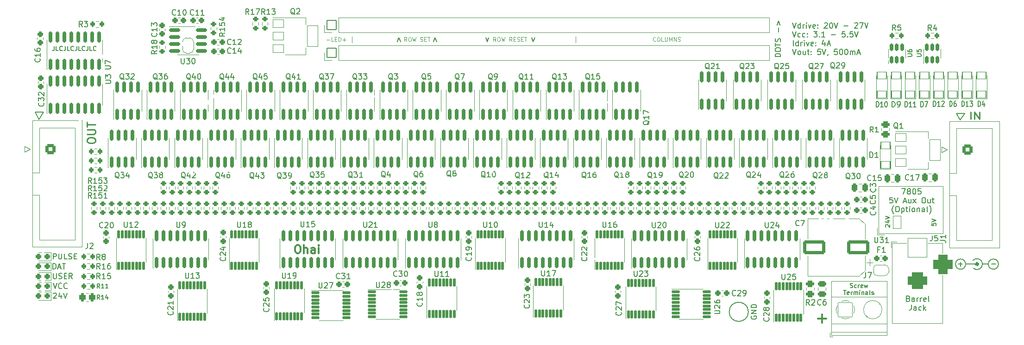
<source format=gbr>
%TF.GenerationSoftware,KiCad,Pcbnew,(6.0.0-0)*%
%TF.CreationDate,2022-08-30T01:19:13-06:00*%
%TF.ProjectId,FlippyDriver,466c6970-7079-4447-9269-7665722e6b69,D*%
%TF.SameCoordinates,Original*%
%TF.FileFunction,Legend,Top*%
%TF.FilePolarity,Positive*%
%FSLAX46Y46*%
G04 Gerber Fmt 4.6, Leading zero omitted, Abs format (unit mm)*
G04 Created by KiCad (PCBNEW (6.0.0-0)) date 2022-08-30 01:19:13*
%MOMM*%
%LPD*%
G01*
G04 APERTURE LIST*
G04 Aperture macros list*
%AMRoundRect*
0 Rectangle with rounded corners*
0 $1 Rounding radius*
0 $2 $3 $4 $5 $6 $7 $8 $9 X,Y pos of 4 corners*
0 Add a 4 corners polygon primitive as box body*
4,1,4,$2,$3,$4,$5,$6,$7,$8,$9,$2,$3,0*
0 Add four circle primitives for the rounded corners*
1,1,$1+$1,$2,$3*
1,1,$1+$1,$4,$5*
1,1,$1+$1,$6,$7*
1,1,$1+$1,$8,$9*
0 Add four rect primitives between the rounded corners*
20,1,$1+$1,$2,$3,$4,$5,0*
20,1,$1+$1,$4,$5,$6,$7,0*
20,1,$1+$1,$6,$7,$8,$9,0*
20,1,$1+$1,$8,$9,$2,$3,0*%
%AMFreePoly0*
4,1,37,0.535355,0.785355,0.550000,0.750000,0.550000,-0.750000,0.535355,-0.785355,0.500000,-0.800000,0.000000,-0.800000,-0.012524,-0.794812,-0.080857,-0.793560,-0.094851,-0.791293,-0.230166,-0.749018,-0.242962,-0.742915,-0.360972,-0.664360,-0.371540,-0.654911,-0.462760,-0.546392,-0.470252,-0.534356,-0.527347,-0.404597,-0.531159,-0.390943,-0.548742,-0.256483,-0.547388,-0.256306,-0.550000,-0.250000,
-0.550000,0.250000,-0.549522,0.251153,-0.549368,0.263802,-0.527557,0.403879,-0.523412,0.417435,-0.463164,0.545760,-0.455381,0.557609,-0.361537,0.663867,-0.350741,0.673055,-0.230846,0.748703,-0.217905,0.754492,-0.081598,0.793449,-0.067552,0.795373,-0.011991,0.795033,0.000000,0.800000,0.500000,0.800000,0.535355,0.785355,0.535355,0.785355,$1*%
%AMFreePoly1*
4,1,37,0.012350,0.794884,0.074210,0.794507,0.088231,0.792412,0.224052,0.751793,0.236921,0.745846,0.355883,0.668739,0.366566,0.659420,0.459104,0.552023,0.466742,0.540080,0.525419,0.411028,0.529398,0.397421,0.549495,0.257088,0.550000,0.250000,0.550000,-0.250000,0.549996,-0.250610,0.549847,-0.262826,0.549158,-0.270511,0.525638,-0.410312,0.521328,-0.423818,0.459516,-0.551397,
0.451589,-0.563150,0.356454,-0.668254,0.345546,-0.677309,0.224736,-0.751486,0.211726,-0.757116,0.074953,-0.794405,0.060885,-0.796158,0.011462,-0.795252,0.000000,-0.800000,-0.500000,-0.800000,-0.535355,-0.785355,-0.550000,-0.750000,-0.550000,0.750000,-0.535355,0.785355,-0.500000,0.800000,0.000000,0.800000,0.012350,0.794884,0.012350,0.794884,$1*%
G04 Aperture macros list end*
%ADD10C,0.150000*%
%ADD11C,0.099200*%
%ADD12C,0.300000*%
%ADD13C,0.250000*%
%ADD14C,0.120000*%
%ADD15C,0.500000*%
%ADD16RoundRect,0.250000X-0.200000X-0.275000X0.200000X-0.275000X0.200000X0.275000X-0.200000X0.275000X0*%
%ADD17RoundRect,0.250000X0.200000X0.275000X-0.200000X0.275000X-0.200000X-0.275000X0.200000X-0.275000X0*%
%ADD18RoundRect,0.275000X0.250000X-0.225000X0.250000X0.225000X-0.250000X0.225000X-0.250000X-0.225000X0*%
%ADD19RoundRect,0.275000X-0.250000X0.225000X-0.250000X-0.225000X0.250000X-0.225000X0.250000X0.225000X0*%
%ADD20RoundRect,0.275000X-0.225000X-0.250000X0.225000X-0.250000X0.225000X0.250000X-0.225000X0.250000X0*%
%ADD21RoundRect,0.275000X0.225000X0.250000X-0.225000X0.250000X-0.225000X-0.250000X0.225000X-0.250000X0*%
%ADD22C,4.000000*%
%ADD23C,7.100000*%
%ADD24C,5.000000*%
%ADD25C,9.100000*%
%ADD26RoundRect,0.200000X0.150000X-0.825000X0.150000X0.825000X-0.150000X0.825000X-0.150000X-0.825000X0*%
%ADD27RoundRect,0.250000X-0.275000X0.200000X-0.275000X-0.200000X0.275000X-0.200000X0.275000X0.200000X0*%
%ADD28RoundRect,0.250000X0.275000X-0.200000X0.275000X0.200000X-0.275000X0.200000X-0.275000X-0.200000X0*%
%ADD29RoundRect,0.200000X0.150000X-0.512500X0.150000X0.512500X-0.150000X0.512500X-0.150000X-0.512500X0*%
%ADD30RoundRect,0.150000X0.100000X-0.637500X0.100000X0.637500X-0.100000X0.637500X-0.100000X-0.637500X0*%
%ADD31RoundRect,0.150000X-0.637500X-0.100000X0.637500X-0.100000X0.637500X0.100000X-0.637500X0.100000X0*%
%ADD32RoundRect,0.300000X0.475000X-0.250000X0.475000X0.250000X-0.475000X0.250000X-0.475000X-0.250000X0*%
%ADD33RoundRect,0.268750X-0.218750X-0.256250X0.218750X-0.256250X0.218750X0.256250X-0.218750X0.256250X0*%
%ADD34RoundRect,0.268750X0.218750X0.256250X-0.218750X0.256250X-0.218750X-0.256250X0.218750X-0.256250X0*%
%ADD35RoundRect,0.300000X1.750000X1.000000X-1.750000X1.000000X-1.750000X-1.000000X1.750000X-1.000000X0*%
%ADD36RoundRect,0.050000X-1.000000X-0.750000X1.000000X-0.750000X1.000000X0.750000X-1.000000X0.750000X0*%
%ADD37RoundRect,0.050000X-1.000000X-1.900000X1.000000X-1.900000X1.000000X1.900000X-1.000000X1.900000X0*%
%ADD38RoundRect,0.300000X-0.450000X0.262500X-0.450000X-0.262500X0.450000X-0.262500X0.450000X0.262500X0*%
%ADD39RoundRect,0.050000X1.750000X-1.750000X1.750000X1.750000X-1.750000X1.750000X-1.750000X-1.750000X0*%
%ADD40RoundRect,0.800000X1.000000X-0.750000X1.000000X0.750000X-1.000000X0.750000X-1.000000X-0.750000X0*%
%ADD41RoundRect,0.925000X0.875000X-0.875000X0.875000X0.875000X-0.875000X0.875000X-0.875000X-0.875000X0*%
%ADD42FreePoly0,0.000000*%
%ADD43FreePoly1,0.000000*%
%ADD44C,2.900000*%
%ADD45RoundRect,0.050000X0.850000X-0.650000X0.850000X0.650000X-0.850000X0.650000X-0.850000X-0.650000X0*%
%ADD46RoundRect,0.300000X0.250000X0.475000X-0.250000X0.475000X-0.250000X-0.475000X0.250000X-0.475000X0*%
%ADD47RoundRect,0.300000X0.450000X-0.262500X0.450000X0.262500X-0.450000X0.262500X-0.450000X-0.262500X0*%
%ADD48FreePoly0,270.000000*%
%ADD49FreePoly1,270.000000*%
%ADD50RoundRect,0.300000X-0.250000X-0.475000X0.250000X-0.475000X0.250000X0.475000X-0.250000X0.475000X0*%
%ADD51RoundRect,0.300000X0.262500X0.450000X-0.262500X0.450000X-0.262500X-0.450000X0.262500X-0.450000X0*%
%ADD52RoundRect,0.050000X0.850000X-0.850000X0.850000X0.850000X-0.850000X0.850000X-0.850000X-0.850000X0*%
%ADD53O,1.800000X1.800000*%
%ADD54C,1.152000*%
%ADD55RoundRect,0.200000X-0.825000X-0.150000X0.825000X-0.150000X0.825000X0.150000X-0.825000X0.150000X0*%
%ADD56RoundRect,0.050000X-0.750000X-1.150000X0.750000X-1.150000X0.750000X1.150000X-0.750000X1.150000X0*%
%ADD57O,1.600000X2.400000*%
%ADD58RoundRect,0.050000X-1.300000X-1.300000X1.300000X-1.300000X1.300000X1.300000X-1.300000X1.300000X0*%
%ADD59C,2.700000*%
%ADD60C,2.000000*%
%ADD61RoundRect,0.300000X-0.600000X-0.600000X0.600000X-0.600000X0.600000X0.600000X-0.600000X0.600000X0*%
%ADD62C,1.800000*%
%ADD63C,0.700000*%
%ADD64C,0.900000*%
%ADD65C,1.300000*%
%ADD66C,1.700000*%
G04 APERTURE END LIST*
D10*
X205069047Y-119229809D02*
X205183333Y-119267904D01*
X205373809Y-119267904D01*
X205450000Y-119229809D01*
X205488095Y-119191714D01*
X205526190Y-119115523D01*
X205526190Y-119039333D01*
X205488095Y-118963142D01*
X205450000Y-118925047D01*
X205373809Y-118886952D01*
X205221428Y-118848857D01*
X205145238Y-118810761D01*
X205107142Y-118772666D01*
X205069047Y-118696476D01*
X205069047Y-118620285D01*
X205107142Y-118544095D01*
X205145238Y-118506000D01*
X205221428Y-118467904D01*
X205411904Y-118467904D01*
X205526190Y-118506000D01*
X206211904Y-119229809D02*
X206135714Y-119267904D01*
X205983333Y-119267904D01*
X205907142Y-119229809D01*
X205869047Y-119191714D01*
X205830952Y-119115523D01*
X205830952Y-118886952D01*
X205869047Y-118810761D01*
X205907142Y-118772666D01*
X205983333Y-118734571D01*
X206135714Y-118734571D01*
X206211904Y-118772666D01*
X206554761Y-119267904D02*
X206554761Y-118734571D01*
X206554761Y-118886952D02*
X206592857Y-118810761D01*
X206630952Y-118772666D01*
X206707142Y-118734571D01*
X206783333Y-118734571D01*
X207354761Y-119229809D02*
X207278571Y-119267904D01*
X207126190Y-119267904D01*
X207050000Y-119229809D01*
X207011904Y-119153619D01*
X207011904Y-118848857D01*
X207050000Y-118772666D01*
X207126190Y-118734571D01*
X207278571Y-118734571D01*
X207354761Y-118772666D01*
X207392857Y-118848857D01*
X207392857Y-118925047D01*
X207011904Y-119001238D01*
X207659523Y-118734571D02*
X207811904Y-119267904D01*
X207964285Y-118886952D01*
X208116666Y-119267904D01*
X208269047Y-118734571D01*
X203850000Y-119755904D02*
X204307142Y-119755904D01*
X204078571Y-120555904D02*
X204078571Y-119755904D01*
X204878571Y-120517809D02*
X204802380Y-120555904D01*
X204650000Y-120555904D01*
X204573809Y-120517809D01*
X204535714Y-120441619D01*
X204535714Y-120136857D01*
X204573809Y-120060666D01*
X204650000Y-120022571D01*
X204802380Y-120022571D01*
X204878571Y-120060666D01*
X204916666Y-120136857D01*
X204916666Y-120213047D01*
X204535714Y-120289238D01*
X205259523Y-120555904D02*
X205259523Y-120022571D01*
X205259523Y-120174952D02*
X205297619Y-120098761D01*
X205335714Y-120060666D01*
X205411904Y-120022571D01*
X205488095Y-120022571D01*
X205754761Y-120555904D02*
X205754761Y-120022571D01*
X205754761Y-120098761D02*
X205792857Y-120060666D01*
X205869047Y-120022571D01*
X205983333Y-120022571D01*
X206059523Y-120060666D01*
X206097619Y-120136857D01*
X206097619Y-120555904D01*
X206097619Y-120136857D02*
X206135714Y-120060666D01*
X206211904Y-120022571D01*
X206326190Y-120022571D01*
X206402380Y-120060666D01*
X206440476Y-120136857D01*
X206440476Y-120555904D01*
X206821428Y-120555904D02*
X206821428Y-120022571D01*
X206821428Y-119755904D02*
X206783333Y-119794000D01*
X206821428Y-119832095D01*
X206859523Y-119794000D01*
X206821428Y-119755904D01*
X206821428Y-119832095D01*
X207202380Y-120022571D02*
X207202380Y-120555904D01*
X207202380Y-120098761D02*
X207240476Y-120060666D01*
X207316666Y-120022571D01*
X207430952Y-120022571D01*
X207507142Y-120060666D01*
X207545238Y-120136857D01*
X207545238Y-120555904D01*
X208269047Y-120555904D02*
X208269047Y-120136857D01*
X208230952Y-120060666D01*
X208154761Y-120022571D01*
X208002380Y-120022571D01*
X207926190Y-120060666D01*
X208269047Y-120517809D02*
X208192857Y-120555904D01*
X208002380Y-120555904D01*
X207926190Y-120517809D01*
X207888095Y-120441619D01*
X207888095Y-120365428D01*
X207926190Y-120289238D01*
X208002380Y-120251142D01*
X208192857Y-120251142D01*
X208269047Y-120213047D01*
X208764285Y-120555904D02*
X208688095Y-120517809D01*
X208650000Y-120441619D01*
X208650000Y-119755904D01*
X209030952Y-120517809D02*
X209107142Y-120555904D01*
X209259523Y-120555904D01*
X209335714Y-120517809D01*
X209373809Y-120441619D01*
X209373809Y-120403523D01*
X209335714Y-120327333D01*
X209259523Y-120289238D01*
X209145238Y-120289238D01*
X209069047Y-120251142D01*
X209030952Y-120174952D01*
X209030952Y-120136857D01*
X209069047Y-120060666D01*
X209145238Y-120022571D01*
X209259523Y-120022571D01*
X209335714Y-120060666D01*
X215709523Y-121273571D02*
X215852380Y-121321190D01*
X215900000Y-121368809D01*
X215947619Y-121464047D01*
X215947619Y-121606904D01*
X215900000Y-121702142D01*
X215852380Y-121749761D01*
X215757142Y-121797380D01*
X215376190Y-121797380D01*
X215376190Y-120797380D01*
X215709523Y-120797380D01*
X215804761Y-120845000D01*
X215852380Y-120892619D01*
X215900000Y-120987857D01*
X215900000Y-121083095D01*
X215852380Y-121178333D01*
X215804761Y-121225952D01*
X215709523Y-121273571D01*
X215376190Y-121273571D01*
X216804761Y-121797380D02*
X216804761Y-121273571D01*
X216757142Y-121178333D01*
X216661904Y-121130714D01*
X216471428Y-121130714D01*
X216376190Y-121178333D01*
X216804761Y-121749761D02*
X216709523Y-121797380D01*
X216471428Y-121797380D01*
X216376190Y-121749761D01*
X216328571Y-121654523D01*
X216328571Y-121559285D01*
X216376190Y-121464047D01*
X216471428Y-121416428D01*
X216709523Y-121416428D01*
X216804761Y-121368809D01*
X217280952Y-121797380D02*
X217280952Y-121130714D01*
X217280952Y-121321190D02*
X217328571Y-121225952D01*
X217376190Y-121178333D01*
X217471428Y-121130714D01*
X217566666Y-121130714D01*
X217900000Y-121797380D02*
X217900000Y-121130714D01*
X217900000Y-121321190D02*
X217947619Y-121225952D01*
X217995238Y-121178333D01*
X218090476Y-121130714D01*
X218185714Y-121130714D01*
X218900000Y-121749761D02*
X218804761Y-121797380D01*
X218614285Y-121797380D01*
X218519047Y-121749761D01*
X218471428Y-121654523D01*
X218471428Y-121273571D01*
X218519047Y-121178333D01*
X218614285Y-121130714D01*
X218804761Y-121130714D01*
X218900000Y-121178333D01*
X218947619Y-121273571D01*
X218947619Y-121368809D01*
X218471428Y-121464047D01*
X219519047Y-121797380D02*
X219423809Y-121749761D01*
X219376190Y-121654523D01*
X219376190Y-120797380D01*
X216257142Y-122407380D02*
X216257142Y-123121666D01*
X216209523Y-123264523D01*
X216114285Y-123359761D01*
X215971428Y-123407380D01*
X215876190Y-123407380D01*
X217161904Y-123407380D02*
X217161904Y-122883571D01*
X217114285Y-122788333D01*
X217019047Y-122740714D01*
X216828571Y-122740714D01*
X216733333Y-122788333D01*
X217161904Y-123359761D02*
X217066666Y-123407380D01*
X216828571Y-123407380D01*
X216733333Y-123359761D01*
X216685714Y-123264523D01*
X216685714Y-123169285D01*
X216733333Y-123074047D01*
X216828571Y-123026428D01*
X217066666Y-123026428D01*
X217161904Y-122978809D01*
X218066666Y-123359761D02*
X217971428Y-123407380D01*
X217780952Y-123407380D01*
X217685714Y-123359761D01*
X217638095Y-123312142D01*
X217590476Y-123216904D01*
X217590476Y-122931190D01*
X217638095Y-122835952D01*
X217685714Y-122788333D01*
X217780952Y-122740714D01*
X217971428Y-122740714D01*
X218066666Y-122788333D01*
X218495238Y-123407380D02*
X218495238Y-122407380D01*
X218590476Y-123026428D02*
X218876190Y-123407380D01*
X218876190Y-122740714D02*
X218495238Y-123121666D01*
X219961904Y-107502380D02*
X219961904Y-107883333D01*
X220342857Y-107921428D01*
X220304761Y-107883333D01*
X220266666Y-107807142D01*
X220266666Y-107616666D01*
X220304761Y-107540476D01*
X220342857Y-107502380D01*
X220419047Y-107464285D01*
X220609523Y-107464285D01*
X220685714Y-107502380D01*
X220723809Y-107540476D01*
X220761904Y-107616666D01*
X220761904Y-107807142D01*
X220723809Y-107883333D01*
X220685714Y-107921428D01*
X219961904Y-107235714D02*
X220761904Y-106969047D01*
X219961904Y-106702380D01*
X211588095Y-108202380D02*
X211550000Y-108164285D01*
X211511904Y-108088095D01*
X211511904Y-107897619D01*
X211550000Y-107821428D01*
X211588095Y-107783333D01*
X211664285Y-107745238D01*
X211740476Y-107745238D01*
X211854761Y-107783333D01*
X212311904Y-108240476D01*
X212311904Y-107745238D01*
X211778571Y-107059523D02*
X212311904Y-107059523D01*
X211473809Y-107250000D02*
X212045238Y-107440476D01*
X212045238Y-106945238D01*
X211511904Y-106754761D02*
X212311904Y-106488095D01*
X211511904Y-106221428D01*
X214538095Y-101192380D02*
X215204761Y-101192380D01*
X214776190Y-102192380D01*
X215728571Y-101620952D02*
X215633333Y-101573333D01*
X215585714Y-101525714D01*
X215538095Y-101430476D01*
X215538095Y-101382857D01*
X215585714Y-101287619D01*
X215633333Y-101240000D01*
X215728571Y-101192380D01*
X215919047Y-101192380D01*
X216014285Y-101240000D01*
X216061904Y-101287619D01*
X216109523Y-101382857D01*
X216109523Y-101430476D01*
X216061904Y-101525714D01*
X216014285Y-101573333D01*
X215919047Y-101620952D01*
X215728571Y-101620952D01*
X215633333Y-101668571D01*
X215585714Y-101716190D01*
X215538095Y-101811428D01*
X215538095Y-102001904D01*
X215585714Y-102097142D01*
X215633333Y-102144761D01*
X215728571Y-102192380D01*
X215919047Y-102192380D01*
X216014285Y-102144761D01*
X216061904Y-102097142D01*
X216109523Y-102001904D01*
X216109523Y-101811428D01*
X216061904Y-101716190D01*
X216014285Y-101668571D01*
X215919047Y-101620952D01*
X216728571Y-101192380D02*
X216823809Y-101192380D01*
X216919047Y-101240000D01*
X216966666Y-101287619D01*
X217014285Y-101382857D01*
X217061904Y-101573333D01*
X217061904Y-101811428D01*
X217014285Y-102001904D01*
X216966666Y-102097142D01*
X216919047Y-102144761D01*
X216823809Y-102192380D01*
X216728571Y-102192380D01*
X216633333Y-102144761D01*
X216585714Y-102097142D01*
X216538095Y-102001904D01*
X216490476Y-101811428D01*
X216490476Y-101573333D01*
X216538095Y-101382857D01*
X216585714Y-101287619D01*
X216633333Y-101240000D01*
X216728571Y-101192380D01*
X217966666Y-101192380D02*
X217490476Y-101192380D01*
X217442857Y-101668571D01*
X217490476Y-101620952D01*
X217585714Y-101573333D01*
X217823809Y-101573333D01*
X217919047Y-101620952D01*
X217966666Y-101668571D01*
X218014285Y-101763809D01*
X218014285Y-102001904D01*
X217966666Y-102097142D01*
X217919047Y-102144761D01*
X217823809Y-102192380D01*
X217585714Y-102192380D01*
X217490476Y-102144761D01*
X217442857Y-102097142D01*
X212800000Y-102802380D02*
X212323809Y-102802380D01*
X212276190Y-103278571D01*
X212323809Y-103230952D01*
X212419047Y-103183333D01*
X212657142Y-103183333D01*
X212752380Y-103230952D01*
X212800000Y-103278571D01*
X212847619Y-103373809D01*
X212847619Y-103611904D01*
X212800000Y-103707142D01*
X212752380Y-103754761D01*
X212657142Y-103802380D01*
X212419047Y-103802380D01*
X212323809Y-103754761D01*
X212276190Y-103707142D01*
X213133333Y-102802380D02*
X213466666Y-103802380D01*
X213800000Y-102802380D01*
X214847619Y-103516666D02*
X215323809Y-103516666D01*
X214752380Y-103802380D02*
X215085714Y-102802380D01*
X215419047Y-103802380D01*
X216180952Y-103135714D02*
X216180952Y-103802380D01*
X215752380Y-103135714D02*
X215752380Y-103659523D01*
X215800000Y-103754761D01*
X215895238Y-103802380D01*
X216038095Y-103802380D01*
X216133333Y-103754761D01*
X216180952Y-103707142D01*
X216561904Y-103802380D02*
X217085714Y-103135714D01*
X216561904Y-103135714D02*
X217085714Y-103802380D01*
X218419047Y-102802380D02*
X218609523Y-102802380D01*
X218704761Y-102850000D01*
X218800000Y-102945238D01*
X218847619Y-103135714D01*
X218847619Y-103469047D01*
X218800000Y-103659523D01*
X218704761Y-103754761D01*
X218609523Y-103802380D01*
X218419047Y-103802380D01*
X218323809Y-103754761D01*
X218228571Y-103659523D01*
X218180952Y-103469047D01*
X218180952Y-103135714D01*
X218228571Y-102945238D01*
X218323809Y-102850000D01*
X218419047Y-102802380D01*
X219704761Y-103135714D02*
X219704761Y-103802380D01*
X219276190Y-103135714D02*
X219276190Y-103659523D01*
X219323809Y-103754761D01*
X219419047Y-103802380D01*
X219561904Y-103802380D01*
X219657142Y-103754761D01*
X219704761Y-103707142D01*
X220038095Y-103135714D02*
X220419047Y-103135714D01*
X220180952Y-102802380D02*
X220180952Y-103659523D01*
X220228571Y-103754761D01*
X220323809Y-103802380D01*
X220419047Y-103802380D01*
X213038095Y-105793333D02*
X212990476Y-105745714D01*
X212895238Y-105602857D01*
X212847619Y-105507619D01*
X212800000Y-105364761D01*
X212752380Y-105126666D01*
X212752380Y-104936190D01*
X212800000Y-104698095D01*
X212847619Y-104555238D01*
X212895238Y-104460000D01*
X212990476Y-104317142D01*
X213038095Y-104269523D01*
X213609523Y-104412380D02*
X213800000Y-104412380D01*
X213895238Y-104460000D01*
X213990476Y-104555238D01*
X214038095Y-104745714D01*
X214038095Y-105079047D01*
X213990476Y-105269523D01*
X213895238Y-105364761D01*
X213800000Y-105412380D01*
X213609523Y-105412380D01*
X213514285Y-105364761D01*
X213419047Y-105269523D01*
X213371428Y-105079047D01*
X213371428Y-104745714D01*
X213419047Y-104555238D01*
X213514285Y-104460000D01*
X213609523Y-104412380D01*
X214466666Y-104745714D02*
X214466666Y-105745714D01*
X214466666Y-104793333D02*
X214561904Y-104745714D01*
X214752380Y-104745714D01*
X214847619Y-104793333D01*
X214895238Y-104840952D01*
X214942857Y-104936190D01*
X214942857Y-105221904D01*
X214895238Y-105317142D01*
X214847619Y-105364761D01*
X214752380Y-105412380D01*
X214561904Y-105412380D01*
X214466666Y-105364761D01*
X215228571Y-104745714D02*
X215609523Y-104745714D01*
X215371428Y-104412380D02*
X215371428Y-105269523D01*
X215419047Y-105364761D01*
X215514285Y-105412380D01*
X215609523Y-105412380D01*
X215942857Y-105412380D02*
X215942857Y-104745714D01*
X215942857Y-104412380D02*
X215895238Y-104460000D01*
X215942857Y-104507619D01*
X215990476Y-104460000D01*
X215942857Y-104412380D01*
X215942857Y-104507619D01*
X216561904Y-105412380D02*
X216466666Y-105364761D01*
X216419047Y-105317142D01*
X216371428Y-105221904D01*
X216371428Y-104936190D01*
X216419047Y-104840952D01*
X216466666Y-104793333D01*
X216561904Y-104745714D01*
X216704761Y-104745714D01*
X216800000Y-104793333D01*
X216847619Y-104840952D01*
X216895238Y-104936190D01*
X216895238Y-105221904D01*
X216847619Y-105317142D01*
X216800000Y-105364761D01*
X216704761Y-105412380D01*
X216561904Y-105412380D01*
X217323809Y-104745714D02*
X217323809Y-105412380D01*
X217323809Y-104840952D02*
X217371428Y-104793333D01*
X217466666Y-104745714D01*
X217609523Y-104745714D01*
X217704761Y-104793333D01*
X217752380Y-104888571D01*
X217752380Y-105412380D01*
X218657142Y-105412380D02*
X218657142Y-104888571D01*
X218609523Y-104793333D01*
X218514285Y-104745714D01*
X218323809Y-104745714D01*
X218228571Y-104793333D01*
X218657142Y-105364761D02*
X218561904Y-105412380D01*
X218323809Y-105412380D01*
X218228571Y-105364761D01*
X218180952Y-105269523D01*
X218180952Y-105174285D01*
X218228571Y-105079047D01*
X218323809Y-105031428D01*
X218561904Y-105031428D01*
X218657142Y-104983809D01*
X219276190Y-105412380D02*
X219180952Y-105364761D01*
X219133333Y-105269523D01*
X219133333Y-104412380D01*
X219561904Y-105793333D02*
X219609523Y-105745714D01*
X219704761Y-105602857D01*
X219752380Y-105507619D01*
X219800000Y-105364761D01*
X219847619Y-105126666D01*
X219847619Y-104936190D01*
X219800000Y-104698095D01*
X219752380Y-104555238D01*
X219704761Y-104460000D01*
X219609523Y-104317142D01*
X219561904Y-104269523D01*
X194542738Y-70837380D02*
X194876071Y-71837380D01*
X195209404Y-70837380D01*
X195971309Y-71837380D02*
X195971309Y-70837380D01*
X195971309Y-71789761D02*
X195876071Y-71837380D01*
X195685595Y-71837380D01*
X195590357Y-71789761D01*
X195542738Y-71742142D01*
X195495119Y-71646904D01*
X195495119Y-71361190D01*
X195542738Y-71265952D01*
X195590357Y-71218333D01*
X195685595Y-71170714D01*
X195876071Y-71170714D01*
X195971309Y-71218333D01*
X196447500Y-71837380D02*
X196447500Y-71170714D01*
X196447500Y-71361190D02*
X196495119Y-71265952D01*
X196542738Y-71218333D01*
X196637976Y-71170714D01*
X196733214Y-71170714D01*
X197066547Y-71837380D02*
X197066547Y-71170714D01*
X197066547Y-70837380D02*
X197018928Y-70885000D01*
X197066547Y-70932619D01*
X197114166Y-70885000D01*
X197066547Y-70837380D01*
X197066547Y-70932619D01*
X197447500Y-71170714D02*
X197685595Y-71837380D01*
X197923690Y-71170714D01*
X198685595Y-71789761D02*
X198590357Y-71837380D01*
X198399880Y-71837380D01*
X198304642Y-71789761D01*
X198257023Y-71694523D01*
X198257023Y-71313571D01*
X198304642Y-71218333D01*
X198399880Y-71170714D01*
X198590357Y-71170714D01*
X198685595Y-71218333D01*
X198733214Y-71313571D01*
X198733214Y-71408809D01*
X198257023Y-71504047D01*
X199161785Y-71742142D02*
X199209404Y-71789761D01*
X199161785Y-71837380D01*
X199114166Y-71789761D01*
X199161785Y-71742142D01*
X199161785Y-71837380D01*
X199161785Y-71218333D02*
X199209404Y-71265952D01*
X199161785Y-71313571D01*
X199114166Y-71265952D01*
X199161785Y-71218333D01*
X199161785Y-71313571D01*
X200352261Y-70932619D02*
X200399880Y-70885000D01*
X200495119Y-70837380D01*
X200733214Y-70837380D01*
X200828452Y-70885000D01*
X200876071Y-70932619D01*
X200923690Y-71027857D01*
X200923690Y-71123095D01*
X200876071Y-71265952D01*
X200304642Y-71837380D01*
X200923690Y-71837380D01*
X201542738Y-70837380D02*
X201637976Y-70837380D01*
X201733214Y-70885000D01*
X201780833Y-70932619D01*
X201828452Y-71027857D01*
X201876071Y-71218333D01*
X201876071Y-71456428D01*
X201828452Y-71646904D01*
X201780833Y-71742142D01*
X201733214Y-71789761D01*
X201637976Y-71837380D01*
X201542738Y-71837380D01*
X201447500Y-71789761D01*
X201399880Y-71742142D01*
X201352261Y-71646904D01*
X201304642Y-71456428D01*
X201304642Y-71218333D01*
X201352261Y-71027857D01*
X201399880Y-70932619D01*
X201447500Y-70885000D01*
X201542738Y-70837380D01*
X202161785Y-70837380D02*
X202495119Y-71837380D01*
X202828452Y-70837380D01*
X203923690Y-71456428D02*
X204685595Y-71456428D01*
X205876071Y-70932619D02*
X205923690Y-70885000D01*
X206018928Y-70837380D01*
X206257023Y-70837380D01*
X206352261Y-70885000D01*
X206399880Y-70932619D01*
X206447500Y-71027857D01*
X206447500Y-71123095D01*
X206399880Y-71265952D01*
X205828452Y-71837380D01*
X206447500Y-71837380D01*
X206780833Y-70837380D02*
X207447500Y-70837380D01*
X207018928Y-71837380D01*
X207685595Y-70837380D02*
X208018928Y-71837380D01*
X208352261Y-70837380D01*
X194542738Y-72447380D02*
X194876071Y-73447380D01*
X195209404Y-72447380D01*
X195971309Y-73399761D02*
X195876071Y-73447380D01*
X195685595Y-73447380D01*
X195590357Y-73399761D01*
X195542738Y-73352142D01*
X195495119Y-73256904D01*
X195495119Y-72971190D01*
X195542738Y-72875952D01*
X195590357Y-72828333D01*
X195685595Y-72780714D01*
X195876071Y-72780714D01*
X195971309Y-72828333D01*
X196828452Y-73399761D02*
X196733214Y-73447380D01*
X196542738Y-73447380D01*
X196447500Y-73399761D01*
X196399880Y-73352142D01*
X196352261Y-73256904D01*
X196352261Y-72971190D01*
X196399880Y-72875952D01*
X196447500Y-72828333D01*
X196542738Y-72780714D01*
X196733214Y-72780714D01*
X196828452Y-72828333D01*
X197257023Y-73352142D02*
X197304642Y-73399761D01*
X197257023Y-73447380D01*
X197209404Y-73399761D01*
X197257023Y-73352142D01*
X197257023Y-73447380D01*
X197257023Y-72828333D02*
X197304642Y-72875952D01*
X197257023Y-72923571D01*
X197209404Y-72875952D01*
X197257023Y-72828333D01*
X197257023Y-72923571D01*
X198399880Y-72447380D02*
X199018928Y-72447380D01*
X198685595Y-72828333D01*
X198828452Y-72828333D01*
X198923690Y-72875952D01*
X198971309Y-72923571D01*
X199018928Y-73018809D01*
X199018928Y-73256904D01*
X198971309Y-73352142D01*
X198923690Y-73399761D01*
X198828452Y-73447380D01*
X198542738Y-73447380D01*
X198447500Y-73399761D01*
X198399880Y-73352142D01*
X199447500Y-73352142D02*
X199495119Y-73399761D01*
X199447500Y-73447380D01*
X199399880Y-73399761D01*
X199447500Y-73352142D01*
X199447500Y-73447380D01*
X200447500Y-73447380D02*
X199876071Y-73447380D01*
X200161785Y-73447380D02*
X200161785Y-72447380D01*
X200066547Y-72590238D01*
X199971309Y-72685476D01*
X199876071Y-72733095D01*
X201637976Y-73066428D02*
X202399880Y-73066428D01*
X204114166Y-72447380D02*
X203637976Y-72447380D01*
X203590357Y-72923571D01*
X203637976Y-72875952D01*
X203733214Y-72828333D01*
X203971309Y-72828333D01*
X204066547Y-72875952D01*
X204114166Y-72923571D01*
X204161785Y-73018809D01*
X204161785Y-73256904D01*
X204114166Y-73352142D01*
X204066547Y-73399761D01*
X203971309Y-73447380D01*
X203733214Y-73447380D01*
X203637976Y-73399761D01*
X203590357Y-73352142D01*
X204590357Y-73352142D02*
X204637976Y-73399761D01*
X204590357Y-73447380D01*
X204542738Y-73399761D01*
X204590357Y-73352142D01*
X204590357Y-73447380D01*
X205542738Y-72447380D02*
X205066547Y-72447380D01*
X205018928Y-72923571D01*
X205066547Y-72875952D01*
X205161785Y-72828333D01*
X205399880Y-72828333D01*
X205495119Y-72875952D01*
X205542738Y-72923571D01*
X205590357Y-73018809D01*
X205590357Y-73256904D01*
X205542738Y-73352142D01*
X205495119Y-73399761D01*
X205399880Y-73447380D01*
X205161785Y-73447380D01*
X205066547Y-73399761D01*
X205018928Y-73352142D01*
X205876071Y-72447380D02*
X206209404Y-73447380D01*
X206542738Y-72447380D01*
X194685595Y-75057380D02*
X194685595Y-74057380D01*
X195590357Y-75057380D02*
X195590357Y-74057380D01*
X195590357Y-75009761D02*
X195495119Y-75057380D01*
X195304642Y-75057380D01*
X195209404Y-75009761D01*
X195161785Y-74962142D01*
X195114166Y-74866904D01*
X195114166Y-74581190D01*
X195161785Y-74485952D01*
X195209404Y-74438333D01*
X195304642Y-74390714D01*
X195495119Y-74390714D01*
X195590357Y-74438333D01*
X196066547Y-75057380D02*
X196066547Y-74390714D01*
X196066547Y-74581190D02*
X196114166Y-74485952D01*
X196161785Y-74438333D01*
X196257023Y-74390714D01*
X196352261Y-74390714D01*
X196685595Y-75057380D02*
X196685595Y-74390714D01*
X196685595Y-74057380D02*
X196637976Y-74105000D01*
X196685595Y-74152619D01*
X196733214Y-74105000D01*
X196685595Y-74057380D01*
X196685595Y-74152619D01*
X197066547Y-74390714D02*
X197304642Y-75057380D01*
X197542738Y-74390714D01*
X198304642Y-75009761D02*
X198209404Y-75057380D01*
X198018928Y-75057380D01*
X197923690Y-75009761D01*
X197876071Y-74914523D01*
X197876071Y-74533571D01*
X197923690Y-74438333D01*
X198018928Y-74390714D01*
X198209404Y-74390714D01*
X198304642Y-74438333D01*
X198352261Y-74533571D01*
X198352261Y-74628809D01*
X197876071Y-74724047D01*
X198780833Y-74962142D02*
X198828452Y-75009761D01*
X198780833Y-75057380D01*
X198733214Y-75009761D01*
X198780833Y-74962142D01*
X198780833Y-75057380D01*
X198780833Y-74438333D02*
X198828452Y-74485952D01*
X198780833Y-74533571D01*
X198733214Y-74485952D01*
X198780833Y-74438333D01*
X198780833Y-74533571D01*
X200447500Y-74390714D02*
X200447500Y-75057380D01*
X200209404Y-74009761D02*
X199971309Y-74724047D01*
X200590357Y-74724047D01*
X200923690Y-74771666D02*
X201399880Y-74771666D01*
X200828452Y-75057380D02*
X201161785Y-74057380D01*
X201495119Y-75057380D01*
X194542738Y-75667380D02*
X194876071Y-76667380D01*
X195209404Y-75667380D01*
X195685595Y-76667380D02*
X195590357Y-76619761D01*
X195542738Y-76572142D01*
X195495119Y-76476904D01*
X195495119Y-76191190D01*
X195542738Y-76095952D01*
X195590357Y-76048333D01*
X195685595Y-76000714D01*
X195828452Y-76000714D01*
X195923690Y-76048333D01*
X195971309Y-76095952D01*
X196018928Y-76191190D01*
X196018928Y-76476904D01*
X195971309Y-76572142D01*
X195923690Y-76619761D01*
X195828452Y-76667380D01*
X195685595Y-76667380D01*
X196876071Y-76000714D02*
X196876071Y-76667380D01*
X196447500Y-76000714D02*
X196447500Y-76524523D01*
X196495119Y-76619761D01*
X196590357Y-76667380D01*
X196733214Y-76667380D01*
X196828452Y-76619761D01*
X196876071Y-76572142D01*
X197209404Y-76000714D02*
X197590357Y-76000714D01*
X197352261Y-75667380D02*
X197352261Y-76524523D01*
X197399880Y-76619761D01*
X197495119Y-76667380D01*
X197590357Y-76667380D01*
X197923690Y-76572142D02*
X197971309Y-76619761D01*
X197923690Y-76667380D01*
X197876071Y-76619761D01*
X197923690Y-76572142D01*
X197923690Y-76667380D01*
X197923690Y-76048333D02*
X197971309Y-76095952D01*
X197923690Y-76143571D01*
X197876071Y-76095952D01*
X197923690Y-76048333D01*
X197923690Y-76143571D01*
X199637976Y-75667380D02*
X199161785Y-75667380D01*
X199114166Y-76143571D01*
X199161785Y-76095952D01*
X199257023Y-76048333D01*
X199495119Y-76048333D01*
X199590357Y-76095952D01*
X199637976Y-76143571D01*
X199685595Y-76238809D01*
X199685595Y-76476904D01*
X199637976Y-76572142D01*
X199590357Y-76619761D01*
X199495119Y-76667380D01*
X199257023Y-76667380D01*
X199161785Y-76619761D01*
X199114166Y-76572142D01*
X199971309Y-75667380D02*
X200304642Y-76667380D01*
X200637976Y-75667380D01*
X201018928Y-76619761D02*
X201018928Y-76667380D01*
X200971309Y-76762619D01*
X200923690Y-76810238D01*
X202685595Y-75667380D02*
X202209404Y-75667380D01*
X202161785Y-76143571D01*
X202209404Y-76095952D01*
X202304642Y-76048333D01*
X202542738Y-76048333D01*
X202637976Y-76095952D01*
X202685595Y-76143571D01*
X202733214Y-76238809D01*
X202733214Y-76476904D01*
X202685595Y-76572142D01*
X202637976Y-76619761D01*
X202542738Y-76667380D01*
X202304642Y-76667380D01*
X202209404Y-76619761D01*
X202161785Y-76572142D01*
X203352261Y-75667380D02*
X203447500Y-75667380D01*
X203542738Y-75715000D01*
X203590357Y-75762619D01*
X203637976Y-75857857D01*
X203685595Y-76048333D01*
X203685595Y-76286428D01*
X203637976Y-76476904D01*
X203590357Y-76572142D01*
X203542738Y-76619761D01*
X203447500Y-76667380D01*
X203352261Y-76667380D01*
X203257023Y-76619761D01*
X203209404Y-76572142D01*
X203161785Y-76476904D01*
X203114166Y-76286428D01*
X203114166Y-76048333D01*
X203161785Y-75857857D01*
X203209404Y-75762619D01*
X203257023Y-75715000D01*
X203352261Y-75667380D01*
X204304642Y-75667380D02*
X204399880Y-75667380D01*
X204495119Y-75715000D01*
X204542738Y-75762619D01*
X204590357Y-75857857D01*
X204637976Y-76048333D01*
X204637976Y-76286428D01*
X204590357Y-76476904D01*
X204542738Y-76572142D01*
X204495119Y-76619761D01*
X204399880Y-76667380D01*
X204304642Y-76667380D01*
X204209404Y-76619761D01*
X204161785Y-76572142D01*
X204114166Y-76476904D01*
X204066547Y-76286428D01*
X204066547Y-76048333D01*
X204114166Y-75857857D01*
X204161785Y-75762619D01*
X204209404Y-75715000D01*
X204304642Y-75667380D01*
X205066547Y-76667380D02*
X205066547Y-76000714D01*
X205066547Y-76095952D02*
X205114166Y-76048333D01*
X205209404Y-76000714D01*
X205352261Y-76000714D01*
X205447500Y-76048333D01*
X205495119Y-76143571D01*
X205495119Y-76667380D01*
X205495119Y-76143571D02*
X205542738Y-76048333D01*
X205637976Y-76000714D01*
X205780833Y-76000714D01*
X205876071Y-76048333D01*
X205923690Y-76143571D01*
X205923690Y-76667380D01*
X206352261Y-76381666D02*
X206828452Y-76381666D01*
X206257023Y-76667380D02*
X206590357Y-75667380D01*
X206923690Y-76667380D01*
X226000000Y-87400000D02*
X224500000Y-87400000D01*
X225200000Y-88600000D02*
X226000000Y-87400000D01*
X57600000Y-87200000D02*
X56100000Y-87200000D01*
X56800000Y-88500000D02*
X57600000Y-87200000D01*
X56100000Y-87200000D02*
X56800000Y-88500000D01*
X224500000Y-87400000D02*
X225200000Y-88600000D01*
D11*
X109342099Y-73953285D02*
X109910480Y-73953285D01*
X110620956Y-74237476D02*
X110265718Y-74237476D01*
X110265718Y-73491476D01*
X110869622Y-73846714D02*
X111118289Y-73846714D01*
X111224860Y-74237476D02*
X110869622Y-74237476D01*
X110869622Y-73491476D01*
X111224860Y-73491476D01*
X111544575Y-74237476D02*
X111544575Y-73491476D01*
X111722194Y-73491476D01*
X111828765Y-73527000D01*
X111899813Y-73598047D01*
X111935337Y-73669095D01*
X111970860Y-73811190D01*
X111970860Y-73917761D01*
X111935337Y-74059857D01*
X111899813Y-74130904D01*
X111828765Y-74201952D01*
X111722194Y-74237476D01*
X111544575Y-74237476D01*
X112290575Y-73953285D02*
X112858956Y-73953285D01*
X112574765Y-74237476D02*
X112574765Y-73669095D01*
X113960194Y-74486142D02*
X113960194Y-73420428D01*
X124013432Y-74237476D02*
X123764765Y-73882238D01*
X123587146Y-74237476D02*
X123587146Y-73491476D01*
X123871337Y-73491476D01*
X123942384Y-73527000D01*
X123977908Y-73562523D01*
X124013432Y-73633571D01*
X124013432Y-73740142D01*
X123977908Y-73811190D01*
X123942384Y-73846714D01*
X123871337Y-73882238D01*
X123587146Y-73882238D01*
X124475241Y-73491476D02*
X124617337Y-73491476D01*
X124688384Y-73527000D01*
X124759432Y-73598047D01*
X124794956Y-73740142D01*
X124794956Y-73988809D01*
X124759432Y-74130904D01*
X124688384Y-74201952D01*
X124617337Y-74237476D01*
X124475241Y-74237476D01*
X124404194Y-74201952D01*
X124333146Y-74130904D01*
X124297622Y-73988809D01*
X124297622Y-73740142D01*
X124333146Y-73598047D01*
X124404194Y-73527000D01*
X124475241Y-73491476D01*
X125043622Y-73491476D02*
X125221241Y-74237476D01*
X125363337Y-73704619D01*
X125505432Y-74237476D01*
X125683051Y-73491476D01*
X126500099Y-74201952D02*
X126606670Y-74237476D01*
X126784289Y-74237476D01*
X126855337Y-74201952D01*
X126890860Y-74166428D01*
X126926384Y-74095380D01*
X126926384Y-74024333D01*
X126890860Y-73953285D01*
X126855337Y-73917761D01*
X126784289Y-73882238D01*
X126642194Y-73846714D01*
X126571146Y-73811190D01*
X126535622Y-73775666D01*
X126500099Y-73704619D01*
X126500099Y-73633571D01*
X126535622Y-73562523D01*
X126571146Y-73527000D01*
X126642194Y-73491476D01*
X126819813Y-73491476D01*
X126926384Y-73527000D01*
X127246099Y-73846714D02*
X127494765Y-73846714D01*
X127601337Y-74237476D02*
X127246099Y-74237476D01*
X127246099Y-73491476D01*
X127601337Y-73491476D01*
X127814480Y-73491476D02*
X128240765Y-73491476D01*
X128027622Y-74237476D02*
X128027622Y-73491476D01*
X140283337Y-74237476D02*
X140034670Y-73882238D01*
X139857051Y-74237476D02*
X139857051Y-73491476D01*
X140141241Y-73491476D01*
X140212289Y-73527000D01*
X140247813Y-73562523D01*
X140283337Y-73633571D01*
X140283337Y-73740142D01*
X140247813Y-73811190D01*
X140212289Y-73846714D01*
X140141241Y-73882238D01*
X139857051Y-73882238D01*
X140745146Y-73491476D02*
X140887241Y-73491476D01*
X140958289Y-73527000D01*
X141029337Y-73598047D01*
X141064860Y-73740142D01*
X141064860Y-73988809D01*
X141029337Y-74130904D01*
X140958289Y-74201952D01*
X140887241Y-74237476D01*
X140745146Y-74237476D01*
X140674099Y-74201952D01*
X140603051Y-74130904D01*
X140567527Y-73988809D01*
X140567527Y-73740142D01*
X140603051Y-73598047D01*
X140674099Y-73527000D01*
X140745146Y-73491476D01*
X141313527Y-73491476D02*
X141491146Y-74237476D01*
X141633241Y-73704619D01*
X141775337Y-74237476D01*
X141952956Y-73491476D01*
X143231813Y-74237476D02*
X142983146Y-73882238D01*
X142805527Y-74237476D02*
X142805527Y-73491476D01*
X143089718Y-73491476D01*
X143160765Y-73527000D01*
X143196289Y-73562523D01*
X143231813Y-73633571D01*
X143231813Y-73740142D01*
X143196289Y-73811190D01*
X143160765Y-73846714D01*
X143089718Y-73882238D01*
X142805527Y-73882238D01*
X143551527Y-73846714D02*
X143800194Y-73846714D01*
X143906765Y-74237476D02*
X143551527Y-74237476D01*
X143551527Y-73491476D01*
X143906765Y-73491476D01*
X144190956Y-74201952D02*
X144297527Y-74237476D01*
X144475146Y-74237476D01*
X144546194Y-74201952D01*
X144581718Y-74166428D01*
X144617241Y-74095380D01*
X144617241Y-74024333D01*
X144581718Y-73953285D01*
X144546194Y-73917761D01*
X144475146Y-73882238D01*
X144333051Y-73846714D01*
X144262003Y-73811190D01*
X144226479Y-73775666D01*
X144190956Y-73704619D01*
X144190956Y-73633571D01*
X144226479Y-73562523D01*
X144262003Y-73527000D01*
X144333051Y-73491476D01*
X144510670Y-73491476D01*
X144617241Y-73527000D01*
X144936956Y-73846714D02*
X145185622Y-73846714D01*
X145292194Y-74237476D02*
X144936956Y-74237476D01*
X144936956Y-73491476D01*
X145292194Y-73491476D01*
X145505337Y-73491476D02*
X145931622Y-73491476D01*
X145718479Y-74237476D02*
X145718479Y-73491476D01*
X154883622Y-74486142D02*
X154883622Y-73420428D01*
X169483908Y-74166428D02*
X169448384Y-74201952D01*
X169341813Y-74237476D01*
X169270765Y-74237476D01*
X169164194Y-74201952D01*
X169093146Y-74130904D01*
X169057622Y-74059857D01*
X169022099Y-73917761D01*
X169022099Y-73811190D01*
X169057622Y-73669095D01*
X169093146Y-73598047D01*
X169164194Y-73527000D01*
X169270765Y-73491476D01*
X169341813Y-73491476D01*
X169448384Y-73527000D01*
X169483908Y-73562523D01*
X169945718Y-73491476D02*
X170087813Y-73491476D01*
X170158860Y-73527000D01*
X170229908Y-73598047D01*
X170265432Y-73740142D01*
X170265432Y-73988809D01*
X170229908Y-74130904D01*
X170158860Y-74201952D01*
X170087813Y-74237476D01*
X169945718Y-74237476D01*
X169874670Y-74201952D01*
X169803622Y-74130904D01*
X169768099Y-73988809D01*
X169768099Y-73740142D01*
X169803622Y-73598047D01*
X169874670Y-73527000D01*
X169945718Y-73491476D01*
X170940384Y-74237476D02*
X170585146Y-74237476D01*
X170585146Y-73491476D01*
X171189051Y-73491476D02*
X171189051Y-74095380D01*
X171224575Y-74166428D01*
X171260099Y-74201952D01*
X171331146Y-74237476D01*
X171473241Y-74237476D01*
X171544289Y-74201952D01*
X171579813Y-74166428D01*
X171615337Y-74095380D01*
X171615337Y-73491476D01*
X171970575Y-74237476D02*
X171970575Y-73491476D01*
X172219241Y-74024333D01*
X172467908Y-73491476D01*
X172467908Y-74237476D01*
X172823146Y-74237476D02*
X172823146Y-73491476D01*
X173249432Y-74237476D01*
X173249432Y-73491476D01*
X173569146Y-74201952D02*
X173675718Y-74237476D01*
X173853337Y-74237476D01*
X173924384Y-74201952D01*
X173959908Y-74166428D01*
X173995432Y-74095380D01*
X173995432Y-74024333D01*
X173959908Y-73953285D01*
X173924384Y-73917761D01*
X173853337Y-73882238D01*
X173711241Y-73846714D01*
X173640194Y-73811190D01*
X173604670Y-73775666D01*
X173569146Y-73704619D01*
X173569146Y-73633571D01*
X173604670Y-73562523D01*
X173640194Y-73527000D01*
X173711241Y-73491476D01*
X173888860Y-73491476D01*
X173995432Y-73527000D01*
D10*
X230919047Y-114978571D02*
X231680952Y-114978571D01*
X128885714Y-74280952D02*
X129171428Y-73519047D01*
X129457142Y-74280952D01*
X139014285Y-73519047D02*
X138728571Y-74280952D01*
X138442857Y-73519047D01*
D12*
X103942857Y-111478571D02*
X104228571Y-111478571D01*
X104371428Y-111550000D01*
X104514285Y-111692857D01*
X104585714Y-111978571D01*
X104585714Y-112478571D01*
X104514285Y-112764285D01*
X104371428Y-112907142D01*
X104228571Y-112978571D01*
X103942857Y-112978571D01*
X103800000Y-112907142D01*
X103657142Y-112764285D01*
X103585714Y-112478571D01*
X103585714Y-111978571D01*
X103657142Y-111692857D01*
X103800000Y-111550000D01*
X103942857Y-111478571D01*
X105228571Y-112978571D02*
X105228571Y-111478571D01*
X105871428Y-112978571D02*
X105871428Y-112192857D01*
X105800000Y-112050000D01*
X105657142Y-111978571D01*
X105442857Y-111978571D01*
X105300000Y-112050000D01*
X105228571Y-112121428D01*
X107228571Y-112978571D02*
X107228571Y-112192857D01*
X107157142Y-112050000D01*
X107014285Y-111978571D01*
X106728571Y-111978571D01*
X106585714Y-112050000D01*
X107228571Y-112907142D02*
X107085714Y-112978571D01*
X106728571Y-112978571D01*
X106585714Y-112907142D01*
X106514285Y-112764285D01*
X106514285Y-112621428D01*
X106585714Y-112478571D01*
X106728571Y-112407142D01*
X107085714Y-112407142D01*
X107228571Y-112335714D01*
X107942857Y-112978571D02*
X107942857Y-111978571D01*
X107942857Y-111478571D02*
X107871428Y-111550000D01*
X107942857Y-111621428D01*
X108014285Y-111550000D01*
X107942857Y-111478571D01*
X107942857Y-111621428D01*
D13*
X65578571Y-92500000D02*
X65578571Y-92214285D01*
X65650000Y-92071428D01*
X65792857Y-91928571D01*
X66078571Y-91857142D01*
X66578571Y-91857142D01*
X66864285Y-91928571D01*
X67007142Y-92071428D01*
X67078571Y-92214285D01*
X67078571Y-92500000D01*
X67007142Y-92642857D01*
X66864285Y-92785714D01*
X66578571Y-92857142D01*
X66078571Y-92857142D01*
X65792857Y-92785714D01*
X65650000Y-92642857D01*
X65578571Y-92500000D01*
X65578571Y-91214285D02*
X66792857Y-91214285D01*
X66935714Y-91142857D01*
X67007142Y-91071428D01*
X67078571Y-90928571D01*
X67078571Y-90642857D01*
X67007142Y-90500000D01*
X66935714Y-90428571D01*
X66792857Y-90357142D01*
X65578571Y-90357142D01*
X65578571Y-89857142D02*
X65578571Y-89000000D01*
X67078571Y-89428571D02*
X65578571Y-89428571D01*
X227114285Y-88488095D02*
X227114285Y-87188095D01*
X227828571Y-88488095D02*
X227828571Y-87188095D01*
X228685714Y-88488095D01*
X228685714Y-87188095D01*
D10*
X147414285Y-73519047D02*
X147128571Y-74280952D01*
X146842857Y-73519047D01*
X122285714Y-74280952D02*
X122571428Y-73519047D01*
X122857142Y-74280952D01*
X192352380Y-77061904D02*
X191352380Y-77061904D01*
X191352380Y-76823809D01*
X191400000Y-76680952D01*
X191495238Y-76585714D01*
X191590476Y-76538095D01*
X191780952Y-76490476D01*
X191923809Y-76490476D01*
X192114285Y-76538095D01*
X192209523Y-76585714D01*
X192304761Y-76680952D01*
X192352380Y-76823809D01*
X192352380Y-77061904D01*
X191352380Y-75871428D02*
X191352380Y-75680952D01*
X191400000Y-75585714D01*
X191495238Y-75490476D01*
X191685714Y-75442857D01*
X192019047Y-75442857D01*
X192209523Y-75490476D01*
X192304761Y-75585714D01*
X192352380Y-75680952D01*
X192352380Y-75871428D01*
X192304761Y-75966666D01*
X192209523Y-76061904D01*
X192019047Y-76109523D01*
X191685714Y-76109523D01*
X191495238Y-76061904D01*
X191400000Y-75966666D01*
X191352380Y-75871428D01*
X191352380Y-75157142D02*
X191352380Y-74585714D01*
X192352380Y-74871428D02*
X191352380Y-74871428D01*
X192304761Y-74300000D02*
X192352380Y-74157142D01*
X192352380Y-73919047D01*
X192304761Y-73823809D01*
X192257142Y-73776190D01*
X192161904Y-73728571D01*
X192066666Y-73728571D01*
X191971428Y-73776190D01*
X191923809Y-73823809D01*
X191876190Y-73919047D01*
X191828571Y-74109523D01*
X191780952Y-74204761D01*
X191733333Y-74252380D01*
X191638095Y-74300000D01*
X191542857Y-74300000D01*
X191447619Y-74252380D01*
X191400000Y-74204761D01*
X191352380Y-74109523D01*
X191352380Y-73871428D01*
X191400000Y-73728571D01*
X191971428Y-72538095D02*
X191971428Y-71776190D01*
X191685714Y-71300000D02*
X191971428Y-70538095D01*
X192257142Y-71300000D01*
X224844047Y-114978571D02*
X225605952Y-114978571D01*
X225225000Y-114597619D02*
X225225000Y-115359523D01*
D12*
X200661904Y-124907142D02*
X199138095Y-124907142D01*
X199900000Y-124145238D02*
X199900000Y-125669047D01*
D10*
%TO.C,R5*%
X213383333Y-72222380D02*
X213050000Y-71746190D01*
X212811904Y-72222380D02*
X212811904Y-71222380D01*
X213192857Y-71222380D01*
X213288095Y-71270000D01*
X213335714Y-71317619D01*
X213383333Y-71412857D01*
X213383333Y-71555714D01*
X213335714Y-71650952D01*
X213288095Y-71698571D01*
X213192857Y-71746190D01*
X212811904Y-71746190D01*
X214288095Y-71222380D02*
X213811904Y-71222380D01*
X213764285Y-71698571D01*
X213811904Y-71650952D01*
X213907142Y-71603333D01*
X214145238Y-71603333D01*
X214240476Y-71650952D01*
X214288095Y-71698571D01*
X214335714Y-71793809D01*
X214335714Y-72031904D01*
X214288095Y-72127142D01*
X214240476Y-72174761D01*
X214145238Y-72222380D01*
X213907142Y-72222380D01*
X213811904Y-72174761D01*
X213764285Y-72127142D01*
%TO.C,R4*%
X219933333Y-72252380D02*
X219600000Y-71776190D01*
X219361904Y-72252380D02*
X219361904Y-71252380D01*
X219742857Y-71252380D01*
X219838095Y-71300000D01*
X219885714Y-71347619D01*
X219933333Y-71442857D01*
X219933333Y-71585714D01*
X219885714Y-71680952D01*
X219838095Y-71728571D01*
X219742857Y-71776190D01*
X219361904Y-71776190D01*
X220790476Y-71585714D02*
X220790476Y-72252380D01*
X220552380Y-71204761D02*
X220314285Y-71919047D01*
X220933333Y-71919047D01*
%TO.C,C18*%
X126757142Y-122042857D02*
X126804761Y-122090476D01*
X126852380Y-122233333D01*
X126852380Y-122328571D01*
X126804761Y-122471428D01*
X126709523Y-122566666D01*
X126614285Y-122614285D01*
X126423809Y-122661904D01*
X126280952Y-122661904D01*
X126090476Y-122614285D01*
X125995238Y-122566666D01*
X125900000Y-122471428D01*
X125852380Y-122328571D01*
X125852380Y-122233333D01*
X125900000Y-122090476D01*
X125947619Y-122042857D01*
X126852380Y-121090476D02*
X126852380Y-121661904D01*
X126852380Y-121376190D02*
X125852380Y-121376190D01*
X125995238Y-121471428D01*
X126090476Y-121566666D01*
X126138095Y-121661904D01*
X126280952Y-120519047D02*
X126233333Y-120614285D01*
X126185714Y-120661904D01*
X126090476Y-120709523D01*
X126042857Y-120709523D01*
X125947619Y-120661904D01*
X125900000Y-120614285D01*
X125852380Y-120519047D01*
X125852380Y-120328571D01*
X125900000Y-120233333D01*
X125947619Y-120185714D01*
X126042857Y-120138095D01*
X126090476Y-120138095D01*
X126185714Y-120185714D01*
X126233333Y-120233333D01*
X126280952Y-120328571D01*
X126280952Y-120519047D01*
X126328571Y-120614285D01*
X126376190Y-120661904D01*
X126471428Y-120709523D01*
X126661904Y-120709523D01*
X126757142Y-120661904D01*
X126804761Y-120614285D01*
X126852380Y-120519047D01*
X126852380Y-120328571D01*
X126804761Y-120233333D01*
X126757142Y-120185714D01*
X126661904Y-120138095D01*
X126471428Y-120138095D01*
X126376190Y-120185714D01*
X126328571Y-120233333D01*
X126280952Y-120328571D01*
%TO.C,C20*%
X68457142Y-108257142D02*
X68409523Y-108304761D01*
X68266666Y-108352380D01*
X68171428Y-108352380D01*
X68028571Y-108304761D01*
X67933333Y-108209523D01*
X67885714Y-108114285D01*
X67838095Y-107923809D01*
X67838095Y-107780952D01*
X67885714Y-107590476D01*
X67933333Y-107495238D01*
X68028571Y-107400000D01*
X68171428Y-107352380D01*
X68266666Y-107352380D01*
X68409523Y-107400000D01*
X68457142Y-107447619D01*
X68838095Y-107447619D02*
X68885714Y-107400000D01*
X68980952Y-107352380D01*
X69219047Y-107352380D01*
X69314285Y-107400000D01*
X69361904Y-107447619D01*
X69409523Y-107542857D01*
X69409523Y-107638095D01*
X69361904Y-107780952D01*
X68790476Y-108352380D01*
X69409523Y-108352380D01*
X70028571Y-107352380D02*
X70123809Y-107352380D01*
X70219047Y-107400000D01*
X70266666Y-107447619D01*
X70314285Y-107542857D01*
X70361904Y-107733333D01*
X70361904Y-107971428D01*
X70314285Y-108161904D01*
X70266666Y-108257142D01*
X70219047Y-108304761D01*
X70123809Y-108352380D01*
X70028571Y-108352380D01*
X69933333Y-108304761D01*
X69885714Y-108257142D01*
X69838095Y-108161904D01*
X69790476Y-107971428D01*
X69790476Y-107733333D01*
X69838095Y-107542857D01*
X69885714Y-107447619D01*
X69933333Y-107400000D01*
X70028571Y-107352380D01*
%TO.C,C21*%
X81227142Y-123642857D02*
X81274761Y-123690476D01*
X81322380Y-123833333D01*
X81322380Y-123928571D01*
X81274761Y-124071428D01*
X81179523Y-124166666D01*
X81084285Y-124214285D01*
X80893809Y-124261904D01*
X80750952Y-124261904D01*
X80560476Y-124214285D01*
X80465238Y-124166666D01*
X80370000Y-124071428D01*
X80322380Y-123928571D01*
X80322380Y-123833333D01*
X80370000Y-123690476D01*
X80417619Y-123642857D01*
X80417619Y-123261904D02*
X80370000Y-123214285D01*
X80322380Y-123119047D01*
X80322380Y-122880952D01*
X80370000Y-122785714D01*
X80417619Y-122738095D01*
X80512857Y-122690476D01*
X80608095Y-122690476D01*
X80750952Y-122738095D01*
X81322380Y-123309523D01*
X81322380Y-122690476D01*
X81322380Y-121738095D02*
X81322380Y-122309523D01*
X81322380Y-122023809D02*
X80322380Y-122023809D01*
X80465238Y-122119047D01*
X80560476Y-122214285D01*
X80608095Y-122309523D01*
%TO.C,C23*%
X146357142Y-122406257D02*
X146404761Y-122453876D01*
X146452380Y-122596733D01*
X146452380Y-122691971D01*
X146404761Y-122834828D01*
X146309523Y-122930066D01*
X146214285Y-122977685D01*
X146023809Y-123025304D01*
X145880952Y-123025304D01*
X145690476Y-122977685D01*
X145595238Y-122930066D01*
X145500000Y-122834828D01*
X145452380Y-122691971D01*
X145452380Y-122596733D01*
X145500000Y-122453876D01*
X145547619Y-122406257D01*
X145547619Y-122025304D02*
X145500000Y-121977685D01*
X145452380Y-121882447D01*
X145452380Y-121644352D01*
X145500000Y-121549114D01*
X145547619Y-121501495D01*
X145642857Y-121453876D01*
X145738095Y-121453876D01*
X145880952Y-121501495D01*
X146452380Y-122072923D01*
X146452380Y-121453876D01*
X145452380Y-121120542D02*
X145452380Y-120501495D01*
X145833333Y-120834828D01*
X145833333Y-120691971D01*
X145880952Y-120596733D01*
X145928571Y-120549114D01*
X146023809Y-120501495D01*
X146261904Y-120501495D01*
X146357142Y-120549114D01*
X146404761Y-120596733D01*
X146452380Y-120691971D01*
X146452380Y-120977685D01*
X146404761Y-121072923D01*
X146357142Y-121120542D01*
%TO.C,C25*%
X98717142Y-123042857D02*
X98764761Y-123090476D01*
X98812380Y-123233333D01*
X98812380Y-123328571D01*
X98764761Y-123471428D01*
X98669523Y-123566666D01*
X98574285Y-123614285D01*
X98383809Y-123661904D01*
X98240952Y-123661904D01*
X98050476Y-123614285D01*
X97955238Y-123566666D01*
X97860000Y-123471428D01*
X97812380Y-123328571D01*
X97812380Y-123233333D01*
X97860000Y-123090476D01*
X97907619Y-123042857D01*
X97907619Y-122661904D02*
X97860000Y-122614285D01*
X97812380Y-122519047D01*
X97812380Y-122280952D01*
X97860000Y-122185714D01*
X97907619Y-122138095D01*
X98002857Y-122090476D01*
X98098095Y-122090476D01*
X98240952Y-122138095D01*
X98812380Y-122709523D01*
X98812380Y-122090476D01*
X97812380Y-121185714D02*
X97812380Y-121661904D01*
X98288571Y-121709523D01*
X98240952Y-121661904D01*
X98193333Y-121566666D01*
X98193333Y-121328571D01*
X98240952Y-121233333D01*
X98288571Y-121185714D01*
X98383809Y-121138095D01*
X98621904Y-121138095D01*
X98717142Y-121185714D01*
X98764761Y-121233333D01*
X98812380Y-121328571D01*
X98812380Y-121566666D01*
X98764761Y-121661904D01*
X98717142Y-121709523D01*
%TO.C,C26*%
X177510300Y-113746257D02*
X177557919Y-113793876D01*
X177605538Y-113936733D01*
X177605538Y-114031971D01*
X177557919Y-114174828D01*
X177462681Y-114270066D01*
X177367443Y-114317685D01*
X177176967Y-114365304D01*
X177034110Y-114365304D01*
X176843634Y-114317685D01*
X176748396Y-114270066D01*
X176653158Y-114174828D01*
X176605538Y-114031971D01*
X176605538Y-113936733D01*
X176653158Y-113793876D01*
X176700777Y-113746257D01*
X176700777Y-113365304D02*
X176653158Y-113317685D01*
X176605538Y-113222447D01*
X176605538Y-112984352D01*
X176653158Y-112889114D01*
X176700777Y-112841495D01*
X176796015Y-112793876D01*
X176891253Y-112793876D01*
X177034110Y-112841495D01*
X177605538Y-113412923D01*
X177605538Y-112793876D01*
X176605538Y-111936733D02*
X176605538Y-112127209D01*
X176653158Y-112222447D01*
X176700777Y-112270066D01*
X176843634Y-112365304D01*
X177034110Y-112412923D01*
X177415062Y-112412923D01*
X177510300Y-112365304D01*
X177557919Y-112317685D01*
X177605538Y-112222447D01*
X177605538Y-112031971D01*
X177557919Y-111936733D01*
X177510300Y-111889114D01*
X177415062Y-111841495D01*
X177176967Y-111841495D01*
X177081729Y-111889114D01*
X177034110Y-111936733D01*
X176986491Y-112031971D01*
X176986491Y-112222447D01*
X177034110Y-112317685D01*
X177081729Y-112365304D01*
X177176967Y-112412923D01*
%TO.C,C27*%
X163147142Y-123732857D02*
X163194761Y-123780476D01*
X163242380Y-123923333D01*
X163242380Y-124018571D01*
X163194761Y-124161428D01*
X163099523Y-124256666D01*
X163004285Y-124304285D01*
X162813809Y-124351904D01*
X162670952Y-124351904D01*
X162480476Y-124304285D01*
X162385238Y-124256666D01*
X162290000Y-124161428D01*
X162242380Y-124018571D01*
X162242380Y-123923333D01*
X162290000Y-123780476D01*
X162337619Y-123732857D01*
X162337619Y-123351904D02*
X162290000Y-123304285D01*
X162242380Y-123209047D01*
X162242380Y-122970952D01*
X162290000Y-122875714D01*
X162337619Y-122828095D01*
X162432857Y-122780476D01*
X162528095Y-122780476D01*
X162670952Y-122828095D01*
X163242380Y-123399523D01*
X163242380Y-122780476D01*
X162242380Y-122447142D02*
X162242380Y-121780476D01*
X163242380Y-122209047D01*
%TO.C,C28*%
X190149492Y-124797507D02*
X190197111Y-124845126D01*
X190244730Y-124987983D01*
X190244730Y-125083221D01*
X190197111Y-125226078D01*
X190101873Y-125321316D01*
X190006635Y-125368935D01*
X189816159Y-125416554D01*
X189673302Y-125416554D01*
X189482826Y-125368935D01*
X189387588Y-125321316D01*
X189292350Y-125226078D01*
X189244730Y-125083221D01*
X189244730Y-124987983D01*
X189292350Y-124845126D01*
X189339969Y-124797507D01*
X189339969Y-124416554D02*
X189292350Y-124368935D01*
X189244730Y-124273697D01*
X189244730Y-124035602D01*
X189292350Y-123940364D01*
X189339969Y-123892745D01*
X189435207Y-123845126D01*
X189530445Y-123845126D01*
X189673302Y-123892745D01*
X190244730Y-124464173D01*
X190244730Y-123845126D01*
X189673302Y-123273697D02*
X189625683Y-123368935D01*
X189578064Y-123416554D01*
X189482826Y-123464173D01*
X189435207Y-123464173D01*
X189339969Y-123416554D01*
X189292350Y-123368935D01*
X189244730Y-123273697D01*
X189244730Y-123083221D01*
X189292350Y-122987983D01*
X189339969Y-122940364D01*
X189435207Y-122892745D01*
X189482826Y-122892745D01*
X189578064Y-122940364D01*
X189625683Y-122987983D01*
X189673302Y-123083221D01*
X189673302Y-123273697D01*
X189720921Y-123368935D01*
X189768540Y-123416554D01*
X189863778Y-123464173D01*
X190054254Y-123464173D01*
X190149492Y-123416554D01*
X190197111Y-123368935D01*
X190244730Y-123273697D01*
X190244730Y-123083221D01*
X190197111Y-122987983D01*
X190149492Y-122940364D01*
X190054254Y-122892745D01*
X189863778Y-122892745D01*
X189768540Y-122940364D01*
X189720921Y-122987983D01*
X189673302Y-123083221D01*
%TO.C,C29*%
X184147142Y-120657142D02*
X184099523Y-120704761D01*
X183956666Y-120752380D01*
X183861428Y-120752380D01*
X183718571Y-120704761D01*
X183623333Y-120609523D01*
X183575714Y-120514285D01*
X183528095Y-120323809D01*
X183528095Y-120180952D01*
X183575714Y-119990476D01*
X183623333Y-119895238D01*
X183718571Y-119800000D01*
X183861428Y-119752380D01*
X183956666Y-119752380D01*
X184099523Y-119800000D01*
X184147142Y-119847619D01*
X184528095Y-119847619D02*
X184575714Y-119800000D01*
X184670952Y-119752380D01*
X184909047Y-119752380D01*
X185004285Y-119800000D01*
X185051904Y-119847619D01*
X185099523Y-119942857D01*
X185099523Y-120038095D01*
X185051904Y-120180952D01*
X184480476Y-120752380D01*
X185099523Y-120752380D01*
X185575714Y-120752380D02*
X185766190Y-120752380D01*
X185861428Y-120704761D01*
X185909047Y-120657142D01*
X186004285Y-120514285D01*
X186051904Y-120323809D01*
X186051904Y-119942857D01*
X186004285Y-119847619D01*
X185956666Y-119800000D01*
X185861428Y-119752380D01*
X185670952Y-119752380D01*
X185575714Y-119800000D01*
X185528095Y-119847619D01*
X185480476Y-119942857D01*
X185480476Y-120180952D01*
X185528095Y-120276190D01*
X185575714Y-120323809D01*
X185670952Y-120371428D01*
X185861428Y-120371428D01*
X185956666Y-120323809D01*
X186004285Y-120276190D01*
X186051904Y-120180952D01*
%TO.C,C30*%
X122227142Y-117126142D02*
X122179523Y-117173761D01*
X122036666Y-117221380D01*
X121941428Y-117221380D01*
X121798571Y-117173761D01*
X121703333Y-117078523D01*
X121655714Y-116983285D01*
X121608095Y-116792809D01*
X121608095Y-116649952D01*
X121655714Y-116459476D01*
X121703333Y-116364238D01*
X121798571Y-116269000D01*
X121941428Y-116221380D01*
X122036666Y-116221380D01*
X122179523Y-116269000D01*
X122227142Y-116316619D01*
X122560476Y-116221380D02*
X123179523Y-116221380D01*
X122846190Y-116602333D01*
X122989047Y-116602333D01*
X123084285Y-116649952D01*
X123131904Y-116697571D01*
X123179523Y-116792809D01*
X123179523Y-117030904D01*
X123131904Y-117126142D01*
X123084285Y-117173761D01*
X122989047Y-117221380D01*
X122703333Y-117221380D01*
X122608095Y-117173761D01*
X122560476Y-117126142D01*
X123798571Y-116221380D02*
X123893809Y-116221380D01*
X123989047Y-116269000D01*
X124036666Y-116316619D01*
X124084285Y-116411857D01*
X124131904Y-116602333D01*
X124131904Y-116840428D01*
X124084285Y-117030904D01*
X124036666Y-117126142D01*
X123989047Y-117173761D01*
X123893809Y-117221380D01*
X123798571Y-117221380D01*
X123703333Y-117173761D01*
X123655714Y-117126142D01*
X123608095Y-117030904D01*
X123560476Y-116840428D01*
X123560476Y-116602333D01*
X123608095Y-116411857D01*
X123655714Y-116316619D01*
X123703333Y-116269000D01*
X123798571Y-116221380D01*
%TO.C,Q4*%
X120104761Y-99097619D02*
X120009523Y-99050000D01*
X119914285Y-98954761D01*
X119771428Y-98811904D01*
X119676190Y-98764285D01*
X119580952Y-98764285D01*
X119628571Y-99002380D02*
X119533333Y-98954761D01*
X119438095Y-98859523D01*
X119390476Y-98669047D01*
X119390476Y-98335714D01*
X119438095Y-98145238D01*
X119533333Y-98050000D01*
X119628571Y-98002380D01*
X119819047Y-98002380D01*
X119914285Y-98050000D01*
X120009523Y-98145238D01*
X120057142Y-98335714D01*
X120057142Y-98669047D01*
X120009523Y-98859523D01*
X119914285Y-98954761D01*
X119819047Y-99002380D01*
X119628571Y-99002380D01*
X120914285Y-98335714D02*
X120914285Y-99002380D01*
X120676190Y-97954761D02*
X120438095Y-98669047D01*
X121057142Y-98669047D01*
%TO.C,Q5*%
X127518758Y-81247619D02*
X127423520Y-81200000D01*
X127328282Y-81104761D01*
X127185425Y-80961904D01*
X127090187Y-80914285D01*
X126994949Y-80914285D01*
X127042568Y-81152380D02*
X126947330Y-81104761D01*
X126852092Y-81009523D01*
X126804473Y-80819047D01*
X126804473Y-80485714D01*
X126852092Y-80295238D01*
X126947330Y-80200000D01*
X127042568Y-80152380D01*
X127233044Y-80152380D01*
X127328282Y-80200000D01*
X127423520Y-80295238D01*
X127471139Y-80485714D01*
X127471139Y-80819047D01*
X127423520Y-81009523D01*
X127328282Y-81104761D01*
X127233044Y-81152380D01*
X127042568Y-81152380D01*
X128375901Y-80152380D02*
X127899711Y-80152380D01*
X127852092Y-80628571D01*
X127899711Y-80580952D01*
X127994949Y-80533333D01*
X128233044Y-80533333D01*
X128328282Y-80580952D01*
X128375901Y-80628571D01*
X128423520Y-80723809D01*
X128423520Y-80961904D01*
X128375901Y-81057142D01*
X128328282Y-81104761D01*
X128233044Y-81152380D01*
X127994949Y-81152380D01*
X127899711Y-81104761D01*
X127852092Y-81057142D01*
%TO.C,Q6*%
X126054761Y-99097619D02*
X125959523Y-99050000D01*
X125864285Y-98954761D01*
X125721428Y-98811904D01*
X125626190Y-98764285D01*
X125530952Y-98764285D01*
X125578571Y-99002380D02*
X125483333Y-98954761D01*
X125388095Y-98859523D01*
X125340476Y-98669047D01*
X125340476Y-98335714D01*
X125388095Y-98145238D01*
X125483333Y-98050000D01*
X125578571Y-98002380D01*
X125769047Y-98002380D01*
X125864285Y-98050000D01*
X125959523Y-98145238D01*
X126007142Y-98335714D01*
X126007142Y-98669047D01*
X125959523Y-98859523D01*
X125864285Y-98954761D01*
X125769047Y-99002380D01*
X125578571Y-99002380D01*
X126864285Y-98002380D02*
X126673809Y-98002380D01*
X126578571Y-98050000D01*
X126530952Y-98097619D01*
X126435714Y-98240476D01*
X126388095Y-98430952D01*
X126388095Y-98811904D01*
X126435714Y-98907142D01*
X126483333Y-98954761D01*
X126578571Y-99002380D01*
X126769047Y-99002380D01*
X126864285Y-98954761D01*
X126911904Y-98907142D01*
X126959523Y-98811904D01*
X126959523Y-98573809D01*
X126911904Y-98478571D01*
X126864285Y-98430952D01*
X126769047Y-98383333D01*
X126578571Y-98383333D01*
X126483333Y-98430952D01*
X126435714Y-98478571D01*
X126388095Y-98573809D01*
%TO.C,Q8*%
X132104761Y-98997619D02*
X132009523Y-98950000D01*
X131914285Y-98854761D01*
X131771428Y-98711904D01*
X131676190Y-98664285D01*
X131580952Y-98664285D01*
X131628571Y-98902380D02*
X131533333Y-98854761D01*
X131438095Y-98759523D01*
X131390476Y-98569047D01*
X131390476Y-98235714D01*
X131438095Y-98045238D01*
X131533333Y-97950000D01*
X131628571Y-97902380D01*
X131819047Y-97902380D01*
X131914285Y-97950000D01*
X132009523Y-98045238D01*
X132057142Y-98235714D01*
X132057142Y-98569047D01*
X132009523Y-98759523D01*
X131914285Y-98854761D01*
X131819047Y-98902380D01*
X131628571Y-98902380D01*
X132628571Y-98330952D02*
X132533333Y-98283333D01*
X132485714Y-98235714D01*
X132438095Y-98140476D01*
X132438095Y-98092857D01*
X132485714Y-97997619D01*
X132533333Y-97950000D01*
X132628571Y-97902380D01*
X132819047Y-97902380D01*
X132914285Y-97950000D01*
X132961904Y-97997619D01*
X133009523Y-98092857D01*
X133009523Y-98140476D01*
X132961904Y-98235714D01*
X132914285Y-98283333D01*
X132819047Y-98330952D01*
X132628571Y-98330952D01*
X132533333Y-98378571D01*
X132485714Y-98426190D01*
X132438095Y-98521428D01*
X132438095Y-98711904D01*
X132485714Y-98807142D01*
X132533333Y-98854761D01*
X132628571Y-98902380D01*
X132819047Y-98902380D01*
X132914285Y-98854761D01*
X132961904Y-98807142D01*
X133009523Y-98711904D01*
X133009523Y-98521428D01*
X132961904Y-98426190D01*
X132914285Y-98378571D01*
X132819047Y-98330952D01*
%TO.C,Q9*%
X139677424Y-81247619D02*
X139582186Y-81200000D01*
X139486948Y-81104761D01*
X139344091Y-80961904D01*
X139248853Y-80914285D01*
X139153615Y-80914285D01*
X139201234Y-81152380D02*
X139105996Y-81104761D01*
X139010758Y-81009523D01*
X138963139Y-80819047D01*
X138963139Y-80485714D01*
X139010758Y-80295238D01*
X139105996Y-80200000D01*
X139201234Y-80152380D01*
X139391710Y-80152380D01*
X139486948Y-80200000D01*
X139582186Y-80295238D01*
X139629805Y-80485714D01*
X139629805Y-80819047D01*
X139582186Y-81009523D01*
X139486948Y-81104761D01*
X139391710Y-81152380D01*
X139201234Y-81152380D01*
X140105996Y-81152380D02*
X140296472Y-81152380D01*
X140391710Y-81104761D01*
X140439329Y-81057142D01*
X140534567Y-80914285D01*
X140582186Y-80723809D01*
X140582186Y-80342857D01*
X140534567Y-80247619D01*
X140486948Y-80200000D01*
X140391710Y-80152380D01*
X140201234Y-80152380D01*
X140105996Y-80200000D01*
X140058377Y-80247619D01*
X140010758Y-80342857D01*
X140010758Y-80580952D01*
X140058377Y-80676190D01*
X140105996Y-80723809D01*
X140201234Y-80771428D01*
X140391710Y-80771428D01*
X140486948Y-80723809D01*
X140534567Y-80676190D01*
X140582186Y-80580952D01*
%TO.C,Q10*%
X138378571Y-99147619D02*
X138283333Y-99100000D01*
X138188095Y-99004761D01*
X138045238Y-98861904D01*
X137950000Y-98814285D01*
X137854761Y-98814285D01*
X137902380Y-99052380D02*
X137807142Y-99004761D01*
X137711904Y-98909523D01*
X137664285Y-98719047D01*
X137664285Y-98385714D01*
X137711904Y-98195238D01*
X137807142Y-98100000D01*
X137902380Y-98052380D01*
X138092857Y-98052380D01*
X138188095Y-98100000D01*
X138283333Y-98195238D01*
X138330952Y-98385714D01*
X138330952Y-98719047D01*
X138283333Y-98909523D01*
X138188095Y-99004761D01*
X138092857Y-99052380D01*
X137902380Y-99052380D01*
X139283333Y-99052380D02*
X138711904Y-99052380D01*
X138997619Y-99052380D02*
X138997619Y-98052380D01*
X138902380Y-98195238D01*
X138807142Y-98290476D01*
X138711904Y-98338095D01*
X139902380Y-98052380D02*
X139997619Y-98052380D01*
X140092857Y-98100000D01*
X140140476Y-98147619D01*
X140188095Y-98242857D01*
X140235714Y-98433333D01*
X140235714Y-98671428D01*
X140188095Y-98861904D01*
X140140476Y-98957142D01*
X140092857Y-99004761D01*
X139997619Y-99052380D01*
X139902380Y-99052380D01*
X139807142Y-99004761D01*
X139759523Y-98957142D01*
X139711904Y-98861904D01*
X139664285Y-98671428D01*
X139664285Y-98433333D01*
X139711904Y-98242857D01*
X139759523Y-98147619D01*
X139807142Y-98100000D01*
X139902380Y-98052380D01*
%TO.C,Q11*%
X145280567Y-81247619D02*
X145185329Y-81200000D01*
X145090091Y-81104761D01*
X144947234Y-80961904D01*
X144851996Y-80914285D01*
X144756757Y-80914285D01*
X144804376Y-81152380D02*
X144709138Y-81104761D01*
X144613900Y-81009523D01*
X144566281Y-80819047D01*
X144566281Y-80485714D01*
X144613900Y-80295238D01*
X144709138Y-80200000D01*
X144804376Y-80152380D01*
X144994853Y-80152380D01*
X145090091Y-80200000D01*
X145185329Y-80295238D01*
X145232948Y-80485714D01*
X145232948Y-80819047D01*
X145185329Y-81009523D01*
X145090091Y-81104761D01*
X144994853Y-81152380D01*
X144804376Y-81152380D01*
X146185329Y-81152380D02*
X145613900Y-81152380D01*
X145899615Y-81152380D02*
X145899615Y-80152380D01*
X145804376Y-80295238D01*
X145709138Y-80390476D01*
X145613900Y-80438095D01*
X147137710Y-81152380D02*
X146566281Y-81152380D01*
X146851996Y-81152380D02*
X146851996Y-80152380D01*
X146756757Y-80295238D01*
X146661519Y-80390476D01*
X146566281Y-80438095D01*
%TO.C,Q12*%
X144628571Y-99297619D02*
X144533333Y-99250000D01*
X144438095Y-99154761D01*
X144295238Y-99011904D01*
X144200000Y-98964285D01*
X144104761Y-98964285D01*
X144152380Y-99202380D02*
X144057142Y-99154761D01*
X143961904Y-99059523D01*
X143914285Y-98869047D01*
X143914285Y-98535714D01*
X143961904Y-98345238D01*
X144057142Y-98250000D01*
X144152380Y-98202380D01*
X144342857Y-98202380D01*
X144438095Y-98250000D01*
X144533333Y-98345238D01*
X144580952Y-98535714D01*
X144580952Y-98869047D01*
X144533333Y-99059523D01*
X144438095Y-99154761D01*
X144342857Y-99202380D01*
X144152380Y-99202380D01*
X145533333Y-99202380D02*
X144961904Y-99202380D01*
X145247619Y-99202380D02*
X145247619Y-98202380D01*
X145152380Y-98345238D01*
X145057142Y-98440476D01*
X144961904Y-98488095D01*
X145914285Y-98297619D02*
X145961904Y-98250000D01*
X146057142Y-98202380D01*
X146295238Y-98202380D01*
X146390476Y-98250000D01*
X146438095Y-98297619D01*
X146485714Y-98392857D01*
X146485714Y-98488095D01*
X146438095Y-98630952D01*
X145866666Y-99202380D01*
X146485714Y-99202380D01*
%TO.C,Q13*%
X151359900Y-81247619D02*
X151264662Y-81200000D01*
X151169424Y-81104761D01*
X151026567Y-80961904D01*
X150931329Y-80914285D01*
X150836090Y-80914285D01*
X150883709Y-81152380D02*
X150788471Y-81104761D01*
X150693233Y-81009523D01*
X150645614Y-80819047D01*
X150645614Y-80485714D01*
X150693233Y-80295238D01*
X150788471Y-80200000D01*
X150883709Y-80152380D01*
X151074186Y-80152380D01*
X151169424Y-80200000D01*
X151264662Y-80295238D01*
X151312281Y-80485714D01*
X151312281Y-80819047D01*
X151264662Y-81009523D01*
X151169424Y-81104761D01*
X151074186Y-81152380D01*
X150883709Y-81152380D01*
X152264662Y-81152380D02*
X151693233Y-81152380D01*
X151978948Y-81152380D02*
X151978948Y-80152380D01*
X151883709Y-80295238D01*
X151788471Y-80390476D01*
X151693233Y-80438095D01*
X152597995Y-80152380D02*
X153217043Y-80152380D01*
X152883709Y-80533333D01*
X153026567Y-80533333D01*
X153121805Y-80580952D01*
X153169424Y-80628571D01*
X153217043Y-80723809D01*
X153217043Y-80961904D01*
X153169424Y-81057142D01*
X153121805Y-81104761D01*
X153026567Y-81152380D01*
X152740852Y-81152380D01*
X152645614Y-81104761D01*
X152597995Y-81057142D01*
%TO.C,Q14*%
X149878571Y-99247619D02*
X149783333Y-99200000D01*
X149688095Y-99104761D01*
X149545238Y-98961904D01*
X149450000Y-98914285D01*
X149354761Y-98914285D01*
X149402380Y-99152380D02*
X149307142Y-99104761D01*
X149211904Y-99009523D01*
X149164285Y-98819047D01*
X149164285Y-98485714D01*
X149211904Y-98295238D01*
X149307142Y-98200000D01*
X149402380Y-98152380D01*
X149592857Y-98152380D01*
X149688095Y-98200000D01*
X149783333Y-98295238D01*
X149830952Y-98485714D01*
X149830952Y-98819047D01*
X149783333Y-99009523D01*
X149688095Y-99104761D01*
X149592857Y-99152380D01*
X149402380Y-99152380D01*
X150783333Y-99152380D02*
X150211904Y-99152380D01*
X150497619Y-99152380D02*
X150497619Y-98152380D01*
X150402380Y-98295238D01*
X150307142Y-98390476D01*
X150211904Y-98438095D01*
X151640476Y-98485714D02*
X151640476Y-99152380D01*
X151402380Y-98104761D02*
X151164285Y-98819047D01*
X151783333Y-98819047D01*
%TO.C,Q15*%
X157439233Y-81247619D02*
X157343995Y-81200000D01*
X157248757Y-81104761D01*
X157105900Y-80961904D01*
X157010662Y-80914285D01*
X156915423Y-80914285D01*
X156963042Y-81152380D02*
X156867804Y-81104761D01*
X156772566Y-81009523D01*
X156724947Y-80819047D01*
X156724947Y-80485714D01*
X156772566Y-80295238D01*
X156867804Y-80200000D01*
X156963042Y-80152380D01*
X157153519Y-80152380D01*
X157248757Y-80200000D01*
X157343995Y-80295238D01*
X157391614Y-80485714D01*
X157391614Y-80819047D01*
X157343995Y-81009523D01*
X157248757Y-81104761D01*
X157153519Y-81152380D01*
X156963042Y-81152380D01*
X158343995Y-81152380D02*
X157772566Y-81152380D01*
X158058281Y-81152380D02*
X158058281Y-80152380D01*
X157963042Y-80295238D01*
X157867804Y-80390476D01*
X157772566Y-80438095D01*
X159248757Y-80152380D02*
X158772566Y-80152380D01*
X158724947Y-80628571D01*
X158772566Y-80580952D01*
X158867804Y-80533333D01*
X159105900Y-80533333D01*
X159201138Y-80580952D01*
X159248757Y-80628571D01*
X159296376Y-80723809D01*
X159296376Y-80961904D01*
X159248757Y-81057142D01*
X159201138Y-81104761D01*
X159105900Y-81152380D01*
X158867804Y-81152380D01*
X158772566Y-81104761D01*
X158724947Y-81057142D01*
%TO.C,Q16*%
X156778571Y-99247619D02*
X156683333Y-99200000D01*
X156588095Y-99104761D01*
X156445238Y-98961904D01*
X156350000Y-98914285D01*
X156254761Y-98914285D01*
X156302380Y-99152380D02*
X156207142Y-99104761D01*
X156111904Y-99009523D01*
X156064285Y-98819047D01*
X156064285Y-98485714D01*
X156111904Y-98295238D01*
X156207142Y-98200000D01*
X156302380Y-98152380D01*
X156492857Y-98152380D01*
X156588095Y-98200000D01*
X156683333Y-98295238D01*
X156730952Y-98485714D01*
X156730952Y-98819047D01*
X156683333Y-99009523D01*
X156588095Y-99104761D01*
X156492857Y-99152380D01*
X156302380Y-99152380D01*
X157683333Y-99152380D02*
X157111904Y-99152380D01*
X157397619Y-99152380D02*
X157397619Y-98152380D01*
X157302380Y-98295238D01*
X157207142Y-98390476D01*
X157111904Y-98438095D01*
X158540476Y-98152380D02*
X158350000Y-98152380D01*
X158254761Y-98200000D01*
X158207142Y-98247619D01*
X158111904Y-98390476D01*
X158064285Y-98580952D01*
X158064285Y-98961904D01*
X158111904Y-99057142D01*
X158159523Y-99104761D01*
X158254761Y-99152380D01*
X158445238Y-99152380D01*
X158540476Y-99104761D01*
X158588095Y-99057142D01*
X158635714Y-98961904D01*
X158635714Y-98723809D01*
X158588095Y-98628571D01*
X158540476Y-98580952D01*
X158445238Y-98533333D01*
X158254761Y-98533333D01*
X158159523Y-98580952D01*
X158111904Y-98628571D01*
X158064285Y-98723809D01*
%TO.C,Q17*%
X168347619Y-88771428D02*
X168300000Y-88866666D01*
X168204761Y-88961904D01*
X168061904Y-89104761D01*
X168014285Y-89200000D01*
X168014285Y-89295238D01*
X168252380Y-89247619D02*
X168204761Y-89342857D01*
X168109523Y-89438095D01*
X167919047Y-89485714D01*
X167585714Y-89485714D01*
X167395238Y-89438095D01*
X167300000Y-89342857D01*
X167252380Y-89247619D01*
X167252380Y-89057142D01*
X167300000Y-88961904D01*
X167395238Y-88866666D01*
X167585714Y-88819047D01*
X167919047Y-88819047D01*
X168109523Y-88866666D01*
X168204761Y-88961904D01*
X168252380Y-89057142D01*
X168252380Y-89247619D01*
X168252380Y-87866666D02*
X168252380Y-88438095D01*
X168252380Y-88152380D02*
X167252380Y-88152380D01*
X167395238Y-88247619D01*
X167490476Y-88342857D01*
X167538095Y-88438095D01*
X167252380Y-87533333D02*
X167252380Y-86866666D01*
X168252380Y-87295238D01*
%TO.C,Q18*%
X162728571Y-99197619D02*
X162633333Y-99150000D01*
X162538095Y-99054761D01*
X162395238Y-98911904D01*
X162300000Y-98864285D01*
X162204761Y-98864285D01*
X162252380Y-99102380D02*
X162157142Y-99054761D01*
X162061904Y-98959523D01*
X162014285Y-98769047D01*
X162014285Y-98435714D01*
X162061904Y-98245238D01*
X162157142Y-98150000D01*
X162252380Y-98102380D01*
X162442857Y-98102380D01*
X162538095Y-98150000D01*
X162633333Y-98245238D01*
X162680952Y-98435714D01*
X162680952Y-98769047D01*
X162633333Y-98959523D01*
X162538095Y-99054761D01*
X162442857Y-99102380D01*
X162252380Y-99102380D01*
X163633333Y-99102380D02*
X163061904Y-99102380D01*
X163347619Y-99102380D02*
X163347619Y-98102380D01*
X163252380Y-98245238D01*
X163157142Y-98340476D01*
X163061904Y-98388095D01*
X164204761Y-98530952D02*
X164109523Y-98483333D01*
X164061904Y-98435714D01*
X164014285Y-98340476D01*
X164014285Y-98292857D01*
X164061904Y-98197619D01*
X164109523Y-98150000D01*
X164204761Y-98102380D01*
X164395238Y-98102380D01*
X164490476Y-98150000D01*
X164538095Y-98197619D01*
X164585714Y-98292857D01*
X164585714Y-98340476D01*
X164538095Y-98435714D01*
X164490476Y-98483333D01*
X164395238Y-98530952D01*
X164204761Y-98530952D01*
X164109523Y-98578571D01*
X164061904Y-98626190D01*
X164014285Y-98721428D01*
X164014285Y-98911904D01*
X164061904Y-99007142D01*
X164109523Y-99054761D01*
X164204761Y-99102380D01*
X164395238Y-99102380D01*
X164490476Y-99054761D01*
X164538095Y-99007142D01*
X164585714Y-98911904D01*
X164585714Y-98721428D01*
X164538095Y-98626190D01*
X164490476Y-98578571D01*
X164395238Y-98530952D01*
%TO.C,Q20*%
X174578571Y-99197619D02*
X174483333Y-99150000D01*
X174388095Y-99054761D01*
X174245238Y-98911904D01*
X174150000Y-98864285D01*
X174054761Y-98864285D01*
X174102380Y-99102380D02*
X174007142Y-99054761D01*
X173911904Y-98959523D01*
X173864285Y-98769047D01*
X173864285Y-98435714D01*
X173911904Y-98245238D01*
X174007142Y-98150000D01*
X174102380Y-98102380D01*
X174292857Y-98102380D01*
X174388095Y-98150000D01*
X174483333Y-98245238D01*
X174530952Y-98435714D01*
X174530952Y-98769047D01*
X174483333Y-98959523D01*
X174388095Y-99054761D01*
X174292857Y-99102380D01*
X174102380Y-99102380D01*
X174911904Y-98197619D02*
X174959523Y-98150000D01*
X175054761Y-98102380D01*
X175292857Y-98102380D01*
X175388095Y-98150000D01*
X175435714Y-98197619D01*
X175483333Y-98292857D01*
X175483333Y-98388095D01*
X175435714Y-98530952D01*
X174864285Y-99102380D01*
X175483333Y-99102380D01*
X176102380Y-98102380D02*
X176197619Y-98102380D01*
X176292857Y-98150000D01*
X176340476Y-98197619D01*
X176388095Y-98292857D01*
X176435714Y-98483333D01*
X176435714Y-98721428D01*
X176388095Y-98911904D01*
X176340476Y-99007142D01*
X176292857Y-99054761D01*
X176197619Y-99102380D01*
X176102380Y-99102380D01*
X176007142Y-99054761D01*
X175959523Y-99007142D01*
X175911904Y-98911904D01*
X175864285Y-98721428D01*
X175864285Y-98483333D01*
X175911904Y-98292857D01*
X175959523Y-98197619D01*
X176007142Y-98150000D01*
X176102380Y-98102380D01*
%TO.C,Q21*%
X179328571Y-79347619D02*
X179233333Y-79300000D01*
X179138095Y-79204761D01*
X178995238Y-79061904D01*
X178900000Y-79014285D01*
X178804761Y-79014285D01*
X178852380Y-79252380D02*
X178757142Y-79204761D01*
X178661904Y-79109523D01*
X178614285Y-78919047D01*
X178614285Y-78585714D01*
X178661904Y-78395238D01*
X178757142Y-78300000D01*
X178852380Y-78252380D01*
X179042857Y-78252380D01*
X179138095Y-78300000D01*
X179233333Y-78395238D01*
X179280952Y-78585714D01*
X179280952Y-78919047D01*
X179233333Y-79109523D01*
X179138095Y-79204761D01*
X179042857Y-79252380D01*
X178852380Y-79252380D01*
X179661904Y-78347619D02*
X179709523Y-78300000D01*
X179804761Y-78252380D01*
X180042857Y-78252380D01*
X180138095Y-78300000D01*
X180185714Y-78347619D01*
X180233333Y-78442857D01*
X180233333Y-78538095D01*
X180185714Y-78680952D01*
X179614285Y-79252380D01*
X180233333Y-79252380D01*
X181185714Y-79252380D02*
X180614285Y-79252380D01*
X180900000Y-79252380D02*
X180900000Y-78252380D01*
X180804761Y-78395238D01*
X180709523Y-78490476D01*
X180614285Y-78538095D01*
%TO.C,Q22*%
X180928571Y-99347619D02*
X180833333Y-99300000D01*
X180738095Y-99204761D01*
X180595238Y-99061904D01*
X180500000Y-99014285D01*
X180404761Y-99014285D01*
X180452380Y-99252380D02*
X180357142Y-99204761D01*
X180261904Y-99109523D01*
X180214285Y-98919047D01*
X180214285Y-98585714D01*
X180261904Y-98395238D01*
X180357142Y-98300000D01*
X180452380Y-98252380D01*
X180642857Y-98252380D01*
X180738095Y-98300000D01*
X180833333Y-98395238D01*
X180880952Y-98585714D01*
X180880952Y-98919047D01*
X180833333Y-99109523D01*
X180738095Y-99204761D01*
X180642857Y-99252380D01*
X180452380Y-99252380D01*
X181261904Y-98347619D02*
X181309523Y-98300000D01*
X181404761Y-98252380D01*
X181642857Y-98252380D01*
X181738095Y-98300000D01*
X181785714Y-98347619D01*
X181833333Y-98442857D01*
X181833333Y-98538095D01*
X181785714Y-98680952D01*
X181214285Y-99252380D01*
X181833333Y-99252380D01*
X182214285Y-98347619D02*
X182261904Y-98300000D01*
X182357142Y-98252380D01*
X182595238Y-98252380D01*
X182690476Y-98300000D01*
X182738095Y-98347619D01*
X182785714Y-98442857D01*
X182785714Y-98538095D01*
X182738095Y-98680952D01*
X182166666Y-99252380D01*
X182785714Y-99252380D01*
%TO.C,Q23*%
X185658571Y-79347619D02*
X185563333Y-79300000D01*
X185468095Y-79204761D01*
X185325238Y-79061904D01*
X185230000Y-79014285D01*
X185134761Y-79014285D01*
X185182380Y-79252380D02*
X185087142Y-79204761D01*
X184991904Y-79109523D01*
X184944285Y-78919047D01*
X184944285Y-78585714D01*
X184991904Y-78395238D01*
X185087142Y-78300000D01*
X185182380Y-78252380D01*
X185372857Y-78252380D01*
X185468095Y-78300000D01*
X185563333Y-78395238D01*
X185610952Y-78585714D01*
X185610952Y-78919047D01*
X185563333Y-79109523D01*
X185468095Y-79204761D01*
X185372857Y-79252380D01*
X185182380Y-79252380D01*
X185991904Y-78347619D02*
X186039523Y-78300000D01*
X186134761Y-78252380D01*
X186372857Y-78252380D01*
X186468095Y-78300000D01*
X186515714Y-78347619D01*
X186563333Y-78442857D01*
X186563333Y-78538095D01*
X186515714Y-78680952D01*
X185944285Y-79252380D01*
X186563333Y-79252380D01*
X186896666Y-78252380D02*
X187515714Y-78252380D01*
X187182380Y-78633333D01*
X187325238Y-78633333D01*
X187420476Y-78680952D01*
X187468095Y-78728571D01*
X187515714Y-78823809D01*
X187515714Y-79061904D01*
X187468095Y-79157142D01*
X187420476Y-79204761D01*
X187325238Y-79252380D01*
X187039523Y-79252380D01*
X186944285Y-79204761D01*
X186896666Y-79157142D01*
%TO.C,Q24*%
X186878571Y-99197619D02*
X186783333Y-99150000D01*
X186688095Y-99054761D01*
X186545238Y-98911904D01*
X186450000Y-98864285D01*
X186354761Y-98864285D01*
X186402380Y-99102380D02*
X186307142Y-99054761D01*
X186211904Y-98959523D01*
X186164285Y-98769047D01*
X186164285Y-98435714D01*
X186211904Y-98245238D01*
X186307142Y-98150000D01*
X186402380Y-98102380D01*
X186592857Y-98102380D01*
X186688095Y-98150000D01*
X186783333Y-98245238D01*
X186830952Y-98435714D01*
X186830952Y-98769047D01*
X186783333Y-98959523D01*
X186688095Y-99054761D01*
X186592857Y-99102380D01*
X186402380Y-99102380D01*
X187211904Y-98197619D02*
X187259523Y-98150000D01*
X187354761Y-98102380D01*
X187592857Y-98102380D01*
X187688095Y-98150000D01*
X187735714Y-98197619D01*
X187783333Y-98292857D01*
X187783333Y-98388095D01*
X187735714Y-98530952D01*
X187164285Y-99102380D01*
X187783333Y-99102380D01*
X188640476Y-98435714D02*
X188640476Y-99102380D01*
X188402380Y-98054761D02*
X188164285Y-98769047D01*
X188783333Y-98769047D01*
%TO.C,Q25*%
X191988571Y-79347619D02*
X191893333Y-79300000D01*
X191798095Y-79204761D01*
X191655238Y-79061904D01*
X191560000Y-79014285D01*
X191464761Y-79014285D01*
X191512380Y-79252380D02*
X191417142Y-79204761D01*
X191321904Y-79109523D01*
X191274285Y-78919047D01*
X191274285Y-78585714D01*
X191321904Y-78395238D01*
X191417142Y-78300000D01*
X191512380Y-78252380D01*
X191702857Y-78252380D01*
X191798095Y-78300000D01*
X191893333Y-78395238D01*
X191940952Y-78585714D01*
X191940952Y-78919047D01*
X191893333Y-79109523D01*
X191798095Y-79204761D01*
X191702857Y-79252380D01*
X191512380Y-79252380D01*
X192321904Y-78347619D02*
X192369523Y-78300000D01*
X192464761Y-78252380D01*
X192702857Y-78252380D01*
X192798095Y-78300000D01*
X192845714Y-78347619D01*
X192893333Y-78442857D01*
X192893333Y-78538095D01*
X192845714Y-78680952D01*
X192274285Y-79252380D01*
X192893333Y-79252380D01*
X193798095Y-78252380D02*
X193321904Y-78252380D01*
X193274285Y-78728571D01*
X193321904Y-78680952D01*
X193417142Y-78633333D01*
X193655238Y-78633333D01*
X193750476Y-78680952D01*
X193798095Y-78728571D01*
X193845714Y-78823809D01*
X193845714Y-79061904D01*
X193798095Y-79157142D01*
X193750476Y-79204761D01*
X193655238Y-79252380D01*
X193417142Y-79252380D01*
X193321904Y-79204761D01*
X193274285Y-79157142D01*
%TO.C,Q26*%
X192978571Y-99197619D02*
X192883333Y-99150000D01*
X192788095Y-99054761D01*
X192645238Y-98911904D01*
X192550000Y-98864285D01*
X192454761Y-98864285D01*
X192502380Y-99102380D02*
X192407142Y-99054761D01*
X192311904Y-98959523D01*
X192264285Y-98769047D01*
X192264285Y-98435714D01*
X192311904Y-98245238D01*
X192407142Y-98150000D01*
X192502380Y-98102380D01*
X192692857Y-98102380D01*
X192788095Y-98150000D01*
X192883333Y-98245238D01*
X192930952Y-98435714D01*
X192930952Y-98769047D01*
X192883333Y-98959523D01*
X192788095Y-99054761D01*
X192692857Y-99102380D01*
X192502380Y-99102380D01*
X193311904Y-98197619D02*
X193359523Y-98150000D01*
X193454761Y-98102380D01*
X193692857Y-98102380D01*
X193788095Y-98150000D01*
X193835714Y-98197619D01*
X193883333Y-98292857D01*
X193883333Y-98388095D01*
X193835714Y-98530952D01*
X193264285Y-99102380D01*
X193883333Y-99102380D01*
X194740476Y-98102380D02*
X194550000Y-98102380D01*
X194454761Y-98150000D01*
X194407142Y-98197619D01*
X194311904Y-98340476D01*
X194264285Y-98530952D01*
X194264285Y-98911904D01*
X194311904Y-99007142D01*
X194359523Y-99054761D01*
X194454761Y-99102380D01*
X194645238Y-99102380D01*
X194740476Y-99054761D01*
X194788095Y-99007142D01*
X194835714Y-98911904D01*
X194835714Y-98673809D01*
X194788095Y-98578571D01*
X194740476Y-98530952D01*
X194645238Y-98483333D01*
X194454761Y-98483333D01*
X194359523Y-98530952D01*
X194311904Y-98578571D01*
X194264285Y-98673809D01*
%TO.C,Q27*%
X198318571Y-79347619D02*
X198223333Y-79300000D01*
X198128095Y-79204761D01*
X197985238Y-79061904D01*
X197890000Y-79014285D01*
X197794761Y-79014285D01*
X197842380Y-79252380D02*
X197747142Y-79204761D01*
X197651904Y-79109523D01*
X197604285Y-78919047D01*
X197604285Y-78585714D01*
X197651904Y-78395238D01*
X197747142Y-78300000D01*
X197842380Y-78252380D01*
X198032857Y-78252380D01*
X198128095Y-78300000D01*
X198223333Y-78395238D01*
X198270952Y-78585714D01*
X198270952Y-78919047D01*
X198223333Y-79109523D01*
X198128095Y-79204761D01*
X198032857Y-79252380D01*
X197842380Y-79252380D01*
X198651904Y-78347619D02*
X198699523Y-78300000D01*
X198794761Y-78252380D01*
X199032857Y-78252380D01*
X199128095Y-78300000D01*
X199175714Y-78347619D01*
X199223333Y-78442857D01*
X199223333Y-78538095D01*
X199175714Y-78680952D01*
X198604285Y-79252380D01*
X199223333Y-79252380D01*
X199556666Y-78252380D02*
X200223333Y-78252380D01*
X199794761Y-79252380D01*
%TO.C,Q28*%
X199028571Y-99297619D02*
X198933333Y-99250000D01*
X198838095Y-99154761D01*
X198695238Y-99011904D01*
X198600000Y-98964285D01*
X198504761Y-98964285D01*
X198552380Y-99202380D02*
X198457142Y-99154761D01*
X198361904Y-99059523D01*
X198314285Y-98869047D01*
X198314285Y-98535714D01*
X198361904Y-98345238D01*
X198457142Y-98250000D01*
X198552380Y-98202380D01*
X198742857Y-98202380D01*
X198838095Y-98250000D01*
X198933333Y-98345238D01*
X198980952Y-98535714D01*
X198980952Y-98869047D01*
X198933333Y-99059523D01*
X198838095Y-99154761D01*
X198742857Y-99202380D01*
X198552380Y-99202380D01*
X199361904Y-98297619D02*
X199409523Y-98250000D01*
X199504761Y-98202380D01*
X199742857Y-98202380D01*
X199838095Y-98250000D01*
X199885714Y-98297619D01*
X199933333Y-98392857D01*
X199933333Y-98488095D01*
X199885714Y-98630952D01*
X199314285Y-99202380D01*
X199933333Y-99202380D01*
X200504761Y-98630952D02*
X200409523Y-98583333D01*
X200361904Y-98535714D01*
X200314285Y-98440476D01*
X200314285Y-98392857D01*
X200361904Y-98297619D01*
X200409523Y-98250000D01*
X200504761Y-98202380D01*
X200695238Y-98202380D01*
X200790476Y-98250000D01*
X200838095Y-98297619D01*
X200885714Y-98392857D01*
X200885714Y-98440476D01*
X200838095Y-98535714D01*
X200790476Y-98583333D01*
X200695238Y-98630952D01*
X200504761Y-98630952D01*
X200409523Y-98678571D01*
X200361904Y-98726190D01*
X200314285Y-98821428D01*
X200314285Y-99011904D01*
X200361904Y-99107142D01*
X200409523Y-99154761D01*
X200504761Y-99202380D01*
X200695238Y-99202380D01*
X200790476Y-99154761D01*
X200838095Y-99107142D01*
X200885714Y-99011904D01*
X200885714Y-98821428D01*
X200838095Y-98726190D01*
X200790476Y-98678571D01*
X200695238Y-98630952D01*
%TO.C,Q29*%
X202228571Y-79247619D02*
X202133333Y-79200000D01*
X202038095Y-79104761D01*
X201895238Y-78961904D01*
X201800000Y-78914285D01*
X201704761Y-78914285D01*
X201752380Y-79152380D02*
X201657142Y-79104761D01*
X201561904Y-79009523D01*
X201514285Y-78819047D01*
X201514285Y-78485714D01*
X201561904Y-78295238D01*
X201657142Y-78200000D01*
X201752380Y-78152380D01*
X201942857Y-78152380D01*
X202038095Y-78200000D01*
X202133333Y-78295238D01*
X202180952Y-78485714D01*
X202180952Y-78819047D01*
X202133333Y-79009523D01*
X202038095Y-79104761D01*
X201942857Y-79152380D01*
X201752380Y-79152380D01*
X202561904Y-78247619D02*
X202609523Y-78200000D01*
X202704761Y-78152380D01*
X202942857Y-78152380D01*
X203038095Y-78200000D01*
X203085714Y-78247619D01*
X203133333Y-78342857D01*
X203133333Y-78438095D01*
X203085714Y-78580952D01*
X202514285Y-79152380D01*
X203133333Y-79152380D01*
X203609523Y-79152380D02*
X203800000Y-79152380D01*
X203895238Y-79104761D01*
X203942857Y-79057142D01*
X204038095Y-78914285D01*
X204085714Y-78723809D01*
X204085714Y-78342857D01*
X204038095Y-78247619D01*
X203990476Y-78200000D01*
X203895238Y-78152380D01*
X203704761Y-78152380D01*
X203609523Y-78200000D01*
X203561904Y-78247619D01*
X203514285Y-78342857D01*
X203514285Y-78580952D01*
X203561904Y-78676190D01*
X203609523Y-78723809D01*
X203704761Y-78771428D01*
X203895238Y-78771428D01*
X203990476Y-78723809D01*
X204038095Y-78676190D01*
X204085714Y-78580952D01*
%TO.C,Q30*%
X205028571Y-99447619D02*
X204933333Y-99400000D01*
X204838095Y-99304761D01*
X204695238Y-99161904D01*
X204600000Y-99114285D01*
X204504761Y-99114285D01*
X204552380Y-99352380D02*
X204457142Y-99304761D01*
X204361904Y-99209523D01*
X204314285Y-99019047D01*
X204314285Y-98685714D01*
X204361904Y-98495238D01*
X204457142Y-98400000D01*
X204552380Y-98352380D01*
X204742857Y-98352380D01*
X204838095Y-98400000D01*
X204933333Y-98495238D01*
X204980952Y-98685714D01*
X204980952Y-99019047D01*
X204933333Y-99209523D01*
X204838095Y-99304761D01*
X204742857Y-99352380D01*
X204552380Y-99352380D01*
X205314285Y-98352380D02*
X205933333Y-98352380D01*
X205600000Y-98733333D01*
X205742857Y-98733333D01*
X205838095Y-98780952D01*
X205885714Y-98828571D01*
X205933333Y-98923809D01*
X205933333Y-99161904D01*
X205885714Y-99257142D01*
X205838095Y-99304761D01*
X205742857Y-99352380D01*
X205457142Y-99352380D01*
X205361904Y-99304761D01*
X205314285Y-99257142D01*
X206552380Y-98352380D02*
X206647619Y-98352380D01*
X206742857Y-98400000D01*
X206790476Y-98447619D01*
X206838095Y-98542857D01*
X206885714Y-98733333D01*
X206885714Y-98971428D01*
X206838095Y-99161904D01*
X206790476Y-99257142D01*
X206742857Y-99304761D01*
X206647619Y-99352380D01*
X206552380Y-99352380D01*
X206457142Y-99304761D01*
X206409523Y-99257142D01*
X206361904Y-99161904D01*
X206314285Y-98971428D01*
X206314285Y-98733333D01*
X206361904Y-98542857D01*
X206409523Y-98447619D01*
X206457142Y-98400000D01*
X206552380Y-98352380D01*
%TO.C,Q31*%
X114078571Y-99197619D02*
X113983333Y-99150000D01*
X113888095Y-99054761D01*
X113745238Y-98911904D01*
X113650000Y-98864285D01*
X113554761Y-98864285D01*
X113602380Y-99102380D02*
X113507142Y-99054761D01*
X113411904Y-98959523D01*
X113364285Y-98769047D01*
X113364285Y-98435714D01*
X113411904Y-98245238D01*
X113507142Y-98150000D01*
X113602380Y-98102380D01*
X113792857Y-98102380D01*
X113888095Y-98150000D01*
X113983333Y-98245238D01*
X114030952Y-98435714D01*
X114030952Y-98769047D01*
X113983333Y-98959523D01*
X113888095Y-99054761D01*
X113792857Y-99102380D01*
X113602380Y-99102380D01*
X114364285Y-98102380D02*
X114983333Y-98102380D01*
X114650000Y-98483333D01*
X114792857Y-98483333D01*
X114888095Y-98530952D01*
X114935714Y-98578571D01*
X114983333Y-98673809D01*
X114983333Y-98911904D01*
X114935714Y-99007142D01*
X114888095Y-99054761D01*
X114792857Y-99102380D01*
X114507142Y-99102380D01*
X114411904Y-99054761D01*
X114364285Y-99007142D01*
X115935714Y-99102380D02*
X115364285Y-99102380D01*
X115650000Y-99102380D02*
X115650000Y-98102380D01*
X115554761Y-98245238D01*
X115459523Y-98340476D01*
X115364285Y-98388095D01*
%TO.C,Q32*%
X72328571Y-81247619D02*
X72233333Y-81200000D01*
X72138095Y-81104761D01*
X71995238Y-80961904D01*
X71900000Y-80914285D01*
X71804761Y-80914285D01*
X71852380Y-81152380D02*
X71757142Y-81104761D01*
X71661904Y-81009523D01*
X71614285Y-80819047D01*
X71614285Y-80485714D01*
X71661904Y-80295238D01*
X71757142Y-80200000D01*
X71852380Y-80152380D01*
X72042857Y-80152380D01*
X72138095Y-80200000D01*
X72233333Y-80295238D01*
X72280952Y-80485714D01*
X72280952Y-80819047D01*
X72233333Y-81009523D01*
X72138095Y-81104761D01*
X72042857Y-81152380D01*
X71852380Y-81152380D01*
X72614285Y-80152380D02*
X73233333Y-80152380D01*
X72900000Y-80533333D01*
X73042857Y-80533333D01*
X73138095Y-80580952D01*
X73185714Y-80628571D01*
X73233333Y-80723809D01*
X73233333Y-80961904D01*
X73185714Y-81057142D01*
X73138095Y-81104761D01*
X73042857Y-81152380D01*
X72757142Y-81152380D01*
X72661904Y-81104761D01*
X72614285Y-81057142D01*
X73614285Y-80247619D02*
X73661904Y-80200000D01*
X73757142Y-80152380D01*
X73995238Y-80152380D01*
X74090476Y-80200000D01*
X74138095Y-80247619D01*
X74185714Y-80342857D01*
X74185714Y-80438095D01*
X74138095Y-80580952D01*
X73566666Y-81152380D01*
X74185714Y-81152380D01*
%TO.C,Q33*%
X114883902Y-81247619D02*
X114788664Y-81200000D01*
X114693426Y-81104761D01*
X114550569Y-80961904D01*
X114455331Y-80914285D01*
X114360092Y-80914285D01*
X114407711Y-81152380D02*
X114312473Y-81104761D01*
X114217235Y-81009523D01*
X114169616Y-80819047D01*
X114169616Y-80485714D01*
X114217235Y-80295238D01*
X114312473Y-80200000D01*
X114407711Y-80152380D01*
X114598188Y-80152380D01*
X114693426Y-80200000D01*
X114788664Y-80295238D01*
X114836283Y-80485714D01*
X114836283Y-80819047D01*
X114788664Y-81009523D01*
X114693426Y-81104761D01*
X114598188Y-81152380D01*
X114407711Y-81152380D01*
X115169616Y-80152380D02*
X115788664Y-80152380D01*
X115455331Y-80533333D01*
X115598188Y-80533333D01*
X115693426Y-80580952D01*
X115741045Y-80628571D01*
X115788664Y-80723809D01*
X115788664Y-80961904D01*
X115741045Y-81057142D01*
X115693426Y-81104761D01*
X115598188Y-81152380D01*
X115312473Y-81152380D01*
X115217235Y-81104761D01*
X115169616Y-81057142D01*
X116121997Y-80152380D02*
X116741045Y-80152380D01*
X116407711Y-80533333D01*
X116550569Y-80533333D01*
X116645807Y-80580952D01*
X116693426Y-80628571D01*
X116741045Y-80723809D01*
X116741045Y-80961904D01*
X116693426Y-81057142D01*
X116645807Y-81104761D01*
X116550569Y-81152380D01*
X116264854Y-81152380D01*
X116169616Y-81104761D01*
X116121997Y-81057142D01*
%TO.C,Q34*%
X71428571Y-99297619D02*
X71333333Y-99250000D01*
X71238095Y-99154761D01*
X71095238Y-99011904D01*
X71000000Y-98964285D01*
X70904761Y-98964285D01*
X70952380Y-99202380D02*
X70857142Y-99154761D01*
X70761904Y-99059523D01*
X70714285Y-98869047D01*
X70714285Y-98535714D01*
X70761904Y-98345238D01*
X70857142Y-98250000D01*
X70952380Y-98202380D01*
X71142857Y-98202380D01*
X71238095Y-98250000D01*
X71333333Y-98345238D01*
X71380952Y-98535714D01*
X71380952Y-98869047D01*
X71333333Y-99059523D01*
X71238095Y-99154761D01*
X71142857Y-99202380D01*
X70952380Y-99202380D01*
X71714285Y-98202380D02*
X72333333Y-98202380D01*
X72000000Y-98583333D01*
X72142857Y-98583333D01*
X72238095Y-98630952D01*
X72285714Y-98678571D01*
X72333333Y-98773809D01*
X72333333Y-99011904D01*
X72285714Y-99107142D01*
X72238095Y-99154761D01*
X72142857Y-99202380D01*
X71857142Y-99202380D01*
X71761904Y-99154761D01*
X71714285Y-99107142D01*
X73190476Y-98535714D02*
X73190476Y-99202380D01*
X72952380Y-98154761D02*
X72714285Y-98869047D01*
X73333333Y-98869047D01*
%TO.C,Q35*%
X107078571Y-99197619D02*
X106983333Y-99150000D01*
X106888095Y-99054761D01*
X106745238Y-98911904D01*
X106650000Y-98864285D01*
X106554761Y-98864285D01*
X106602380Y-99102380D02*
X106507142Y-99054761D01*
X106411904Y-98959523D01*
X106364285Y-98769047D01*
X106364285Y-98435714D01*
X106411904Y-98245238D01*
X106507142Y-98150000D01*
X106602380Y-98102380D01*
X106792857Y-98102380D01*
X106888095Y-98150000D01*
X106983333Y-98245238D01*
X107030952Y-98435714D01*
X107030952Y-98769047D01*
X106983333Y-98959523D01*
X106888095Y-99054761D01*
X106792857Y-99102380D01*
X106602380Y-99102380D01*
X107364285Y-98102380D02*
X107983333Y-98102380D01*
X107650000Y-98483333D01*
X107792857Y-98483333D01*
X107888095Y-98530952D01*
X107935714Y-98578571D01*
X107983333Y-98673809D01*
X107983333Y-98911904D01*
X107935714Y-99007142D01*
X107888095Y-99054761D01*
X107792857Y-99102380D01*
X107507142Y-99102380D01*
X107411904Y-99054761D01*
X107364285Y-99007142D01*
X108888095Y-98102380D02*
X108411904Y-98102380D01*
X108364285Y-98578571D01*
X108411904Y-98530952D01*
X108507142Y-98483333D01*
X108745238Y-98483333D01*
X108840476Y-98530952D01*
X108888095Y-98578571D01*
X108935714Y-98673809D01*
X108935714Y-98911904D01*
X108888095Y-99007142D01*
X108840476Y-99054761D01*
X108745238Y-99102380D01*
X108507142Y-99102380D01*
X108411904Y-99054761D01*
X108364285Y-99007142D01*
%TO.C,Q36*%
X78407904Y-81247619D02*
X78312666Y-81200000D01*
X78217428Y-81104761D01*
X78074571Y-80961904D01*
X77979333Y-80914285D01*
X77884094Y-80914285D01*
X77931713Y-81152380D02*
X77836475Y-81104761D01*
X77741237Y-81009523D01*
X77693618Y-80819047D01*
X77693618Y-80485714D01*
X77741237Y-80295238D01*
X77836475Y-80200000D01*
X77931713Y-80152380D01*
X78122190Y-80152380D01*
X78217428Y-80200000D01*
X78312666Y-80295238D01*
X78360285Y-80485714D01*
X78360285Y-80819047D01*
X78312666Y-81009523D01*
X78217428Y-81104761D01*
X78122190Y-81152380D01*
X77931713Y-81152380D01*
X78693618Y-80152380D02*
X79312666Y-80152380D01*
X78979333Y-80533333D01*
X79122190Y-80533333D01*
X79217428Y-80580952D01*
X79265047Y-80628571D01*
X79312666Y-80723809D01*
X79312666Y-80961904D01*
X79265047Y-81057142D01*
X79217428Y-81104761D01*
X79122190Y-81152380D01*
X78836475Y-81152380D01*
X78741237Y-81104761D01*
X78693618Y-81057142D01*
X80169809Y-80152380D02*
X79979333Y-80152380D01*
X79884094Y-80200000D01*
X79836475Y-80247619D01*
X79741237Y-80390476D01*
X79693618Y-80580952D01*
X79693618Y-80961904D01*
X79741237Y-81057142D01*
X79788856Y-81104761D01*
X79884094Y-81152380D01*
X80074571Y-81152380D01*
X80169809Y-81104761D01*
X80217428Y-81057142D01*
X80265047Y-80961904D01*
X80265047Y-80723809D01*
X80217428Y-80628571D01*
X80169809Y-80580952D01*
X80074571Y-80533333D01*
X79884094Y-80533333D01*
X79788856Y-80580952D01*
X79741237Y-80628571D01*
X79693618Y-80723809D01*
%TO.C,Q37*%
X108804569Y-81247619D02*
X108709331Y-81200000D01*
X108614093Y-81104761D01*
X108471236Y-80961904D01*
X108375998Y-80914285D01*
X108280759Y-80914285D01*
X108328378Y-81152380D02*
X108233140Y-81104761D01*
X108137902Y-81009523D01*
X108090283Y-80819047D01*
X108090283Y-80485714D01*
X108137902Y-80295238D01*
X108233140Y-80200000D01*
X108328378Y-80152380D01*
X108518855Y-80152380D01*
X108614093Y-80200000D01*
X108709331Y-80295238D01*
X108756950Y-80485714D01*
X108756950Y-80819047D01*
X108709331Y-81009523D01*
X108614093Y-81104761D01*
X108518855Y-81152380D01*
X108328378Y-81152380D01*
X109090283Y-80152380D02*
X109709331Y-80152380D01*
X109375998Y-80533333D01*
X109518855Y-80533333D01*
X109614093Y-80580952D01*
X109661712Y-80628571D01*
X109709331Y-80723809D01*
X109709331Y-80961904D01*
X109661712Y-81057142D01*
X109614093Y-81104761D01*
X109518855Y-81152380D01*
X109233140Y-81152380D01*
X109137902Y-81104761D01*
X109090283Y-81057142D01*
X110042664Y-80152380D02*
X110709331Y-80152380D01*
X110280759Y-81152380D01*
%TO.C,Q38*%
X77528571Y-99297619D02*
X77433333Y-99250000D01*
X77338095Y-99154761D01*
X77195238Y-99011904D01*
X77100000Y-98964285D01*
X77004761Y-98964285D01*
X77052380Y-99202380D02*
X76957142Y-99154761D01*
X76861904Y-99059523D01*
X76814285Y-98869047D01*
X76814285Y-98535714D01*
X76861904Y-98345238D01*
X76957142Y-98250000D01*
X77052380Y-98202380D01*
X77242857Y-98202380D01*
X77338095Y-98250000D01*
X77433333Y-98345238D01*
X77480952Y-98535714D01*
X77480952Y-98869047D01*
X77433333Y-99059523D01*
X77338095Y-99154761D01*
X77242857Y-99202380D01*
X77052380Y-99202380D01*
X77814285Y-98202380D02*
X78433333Y-98202380D01*
X78100000Y-98583333D01*
X78242857Y-98583333D01*
X78338095Y-98630952D01*
X78385714Y-98678571D01*
X78433333Y-98773809D01*
X78433333Y-99011904D01*
X78385714Y-99107142D01*
X78338095Y-99154761D01*
X78242857Y-99202380D01*
X77957142Y-99202380D01*
X77861904Y-99154761D01*
X77814285Y-99107142D01*
X79004761Y-98630952D02*
X78909523Y-98583333D01*
X78861904Y-98535714D01*
X78814285Y-98440476D01*
X78814285Y-98392857D01*
X78861904Y-98297619D01*
X78909523Y-98250000D01*
X79004761Y-98202380D01*
X79195238Y-98202380D01*
X79290476Y-98250000D01*
X79338095Y-98297619D01*
X79385714Y-98392857D01*
X79385714Y-98440476D01*
X79338095Y-98535714D01*
X79290476Y-98583333D01*
X79195238Y-98630952D01*
X79004761Y-98630952D01*
X78909523Y-98678571D01*
X78861904Y-98726190D01*
X78814285Y-98821428D01*
X78814285Y-99011904D01*
X78861904Y-99107142D01*
X78909523Y-99154761D01*
X79004761Y-99202380D01*
X79195238Y-99202380D01*
X79290476Y-99154761D01*
X79338095Y-99107142D01*
X79385714Y-99011904D01*
X79385714Y-98821428D01*
X79338095Y-98726190D01*
X79290476Y-98678571D01*
X79195238Y-98630952D01*
%TO.C,Q39*%
X101078571Y-99347619D02*
X100983333Y-99300000D01*
X100888095Y-99204761D01*
X100745238Y-99061904D01*
X100650000Y-99014285D01*
X100554761Y-99014285D01*
X100602380Y-99252380D02*
X100507142Y-99204761D01*
X100411904Y-99109523D01*
X100364285Y-98919047D01*
X100364285Y-98585714D01*
X100411904Y-98395238D01*
X100507142Y-98300000D01*
X100602380Y-98252380D01*
X100792857Y-98252380D01*
X100888095Y-98300000D01*
X100983333Y-98395238D01*
X101030952Y-98585714D01*
X101030952Y-98919047D01*
X100983333Y-99109523D01*
X100888095Y-99204761D01*
X100792857Y-99252380D01*
X100602380Y-99252380D01*
X101364285Y-98252380D02*
X101983333Y-98252380D01*
X101650000Y-98633333D01*
X101792857Y-98633333D01*
X101888095Y-98680952D01*
X101935714Y-98728571D01*
X101983333Y-98823809D01*
X101983333Y-99061904D01*
X101935714Y-99157142D01*
X101888095Y-99204761D01*
X101792857Y-99252380D01*
X101507142Y-99252380D01*
X101411904Y-99204761D01*
X101364285Y-99157142D01*
X102459523Y-99252380D02*
X102650000Y-99252380D01*
X102745238Y-99204761D01*
X102792857Y-99157142D01*
X102888095Y-99014285D01*
X102935714Y-98823809D01*
X102935714Y-98442857D01*
X102888095Y-98347619D01*
X102840476Y-98300000D01*
X102745238Y-98252380D01*
X102554761Y-98252380D01*
X102459523Y-98300000D01*
X102411904Y-98347619D01*
X102364285Y-98442857D01*
X102364285Y-98680952D01*
X102411904Y-98776190D01*
X102459523Y-98823809D01*
X102554761Y-98871428D01*
X102745238Y-98871428D01*
X102840476Y-98823809D01*
X102888095Y-98776190D01*
X102935714Y-98680952D01*
%TO.C,Q40*%
X84487237Y-81247619D02*
X84391999Y-81200000D01*
X84296761Y-81104761D01*
X84153904Y-80961904D01*
X84058666Y-80914285D01*
X83963427Y-80914285D01*
X84011046Y-81152380D02*
X83915808Y-81104761D01*
X83820570Y-81009523D01*
X83772951Y-80819047D01*
X83772951Y-80485714D01*
X83820570Y-80295238D01*
X83915808Y-80200000D01*
X84011046Y-80152380D01*
X84201523Y-80152380D01*
X84296761Y-80200000D01*
X84391999Y-80295238D01*
X84439618Y-80485714D01*
X84439618Y-80819047D01*
X84391999Y-81009523D01*
X84296761Y-81104761D01*
X84201523Y-81152380D01*
X84011046Y-81152380D01*
X85296761Y-80485714D02*
X85296761Y-81152380D01*
X85058666Y-80104761D02*
X84820570Y-80819047D01*
X85439618Y-80819047D01*
X86011046Y-80152380D02*
X86106285Y-80152380D01*
X86201523Y-80200000D01*
X86249142Y-80247619D01*
X86296761Y-80342857D01*
X86344380Y-80533333D01*
X86344380Y-80771428D01*
X86296761Y-80961904D01*
X86249142Y-81057142D01*
X86201523Y-81104761D01*
X86106285Y-81152380D01*
X86011046Y-81152380D01*
X85915808Y-81104761D01*
X85868189Y-81057142D01*
X85820570Y-80961904D01*
X85772951Y-80771428D01*
X85772951Y-80533333D01*
X85820570Y-80342857D01*
X85868189Y-80247619D01*
X85915808Y-80200000D01*
X86011046Y-80152380D01*
%TO.C,Q41*%
X102725236Y-81247619D02*
X102629998Y-81200000D01*
X102534760Y-81104761D01*
X102391903Y-80961904D01*
X102296665Y-80914285D01*
X102201426Y-80914285D01*
X102249045Y-81152380D02*
X102153807Y-81104761D01*
X102058569Y-81009523D01*
X102010950Y-80819047D01*
X102010950Y-80485714D01*
X102058569Y-80295238D01*
X102153807Y-80200000D01*
X102249045Y-80152380D01*
X102439522Y-80152380D01*
X102534760Y-80200000D01*
X102629998Y-80295238D01*
X102677617Y-80485714D01*
X102677617Y-80819047D01*
X102629998Y-81009523D01*
X102534760Y-81104761D01*
X102439522Y-81152380D01*
X102249045Y-81152380D01*
X103534760Y-80485714D02*
X103534760Y-81152380D01*
X103296665Y-80104761D02*
X103058569Y-80819047D01*
X103677617Y-80819047D01*
X104582379Y-81152380D02*
X104010950Y-81152380D01*
X104296665Y-81152380D02*
X104296665Y-80152380D01*
X104201426Y-80295238D01*
X104106188Y-80390476D01*
X104010950Y-80438095D01*
%TO.C,Q42*%
X83528571Y-99297619D02*
X83433333Y-99250000D01*
X83338095Y-99154761D01*
X83195238Y-99011904D01*
X83100000Y-98964285D01*
X83004761Y-98964285D01*
X83052380Y-99202380D02*
X82957142Y-99154761D01*
X82861904Y-99059523D01*
X82814285Y-98869047D01*
X82814285Y-98535714D01*
X82861904Y-98345238D01*
X82957142Y-98250000D01*
X83052380Y-98202380D01*
X83242857Y-98202380D01*
X83338095Y-98250000D01*
X83433333Y-98345238D01*
X83480952Y-98535714D01*
X83480952Y-98869047D01*
X83433333Y-99059523D01*
X83338095Y-99154761D01*
X83242857Y-99202380D01*
X83052380Y-99202380D01*
X84338095Y-98535714D02*
X84338095Y-99202380D01*
X84100000Y-98154761D02*
X83861904Y-98869047D01*
X84480952Y-98869047D01*
X84814285Y-98297619D02*
X84861904Y-98250000D01*
X84957142Y-98202380D01*
X85195238Y-98202380D01*
X85290476Y-98250000D01*
X85338095Y-98297619D01*
X85385714Y-98392857D01*
X85385714Y-98488095D01*
X85338095Y-98630952D01*
X84766666Y-99202380D01*
X85385714Y-99202380D01*
%TO.C,Q43*%
X96078571Y-99347619D02*
X95983333Y-99300000D01*
X95888095Y-99204761D01*
X95745238Y-99061904D01*
X95650000Y-99014285D01*
X95554761Y-99014285D01*
X95602380Y-99252380D02*
X95507142Y-99204761D01*
X95411904Y-99109523D01*
X95364285Y-98919047D01*
X95364285Y-98585714D01*
X95411904Y-98395238D01*
X95507142Y-98300000D01*
X95602380Y-98252380D01*
X95792857Y-98252380D01*
X95888095Y-98300000D01*
X95983333Y-98395238D01*
X96030952Y-98585714D01*
X96030952Y-98919047D01*
X95983333Y-99109523D01*
X95888095Y-99204761D01*
X95792857Y-99252380D01*
X95602380Y-99252380D01*
X96888095Y-98585714D02*
X96888095Y-99252380D01*
X96650000Y-98204761D02*
X96411904Y-98919047D01*
X97030952Y-98919047D01*
X97316666Y-98252380D02*
X97935714Y-98252380D01*
X97602380Y-98633333D01*
X97745238Y-98633333D01*
X97840476Y-98680952D01*
X97888095Y-98728571D01*
X97935714Y-98823809D01*
X97935714Y-99061904D01*
X97888095Y-99157142D01*
X97840476Y-99204761D01*
X97745238Y-99252380D01*
X97459523Y-99252380D01*
X97364285Y-99204761D01*
X97316666Y-99157142D01*
%TO.C,Q44*%
X90566570Y-81247619D02*
X90471332Y-81200000D01*
X90376094Y-81104761D01*
X90233237Y-80961904D01*
X90137999Y-80914285D01*
X90042760Y-80914285D01*
X90090379Y-81152380D02*
X89995141Y-81104761D01*
X89899903Y-81009523D01*
X89852284Y-80819047D01*
X89852284Y-80485714D01*
X89899903Y-80295238D01*
X89995141Y-80200000D01*
X90090379Y-80152380D01*
X90280856Y-80152380D01*
X90376094Y-80200000D01*
X90471332Y-80295238D01*
X90518951Y-80485714D01*
X90518951Y-80819047D01*
X90471332Y-81009523D01*
X90376094Y-81104761D01*
X90280856Y-81152380D01*
X90090379Y-81152380D01*
X91376094Y-80485714D02*
X91376094Y-81152380D01*
X91137999Y-80104761D02*
X90899903Y-80819047D01*
X91518951Y-80819047D01*
X92328475Y-80485714D02*
X92328475Y-81152380D01*
X92090379Y-80104761D02*
X91852284Y-80819047D01*
X92471332Y-80819047D01*
%TO.C,Q45*%
X96645903Y-81247619D02*
X96550665Y-81200000D01*
X96455427Y-81104761D01*
X96312570Y-80961904D01*
X96217332Y-80914285D01*
X96122093Y-80914285D01*
X96169712Y-81152380D02*
X96074474Y-81104761D01*
X95979236Y-81009523D01*
X95931617Y-80819047D01*
X95931617Y-80485714D01*
X95979236Y-80295238D01*
X96074474Y-80200000D01*
X96169712Y-80152380D01*
X96360189Y-80152380D01*
X96455427Y-80200000D01*
X96550665Y-80295238D01*
X96598284Y-80485714D01*
X96598284Y-80819047D01*
X96550665Y-81009523D01*
X96455427Y-81104761D01*
X96360189Y-81152380D01*
X96169712Y-81152380D01*
X97455427Y-80485714D02*
X97455427Y-81152380D01*
X97217332Y-80104761D02*
X96979236Y-80819047D01*
X97598284Y-80819047D01*
X98455427Y-80152380D02*
X97979236Y-80152380D01*
X97931617Y-80628571D01*
X97979236Y-80580952D01*
X98074474Y-80533333D01*
X98312570Y-80533333D01*
X98407808Y-80580952D01*
X98455427Y-80628571D01*
X98503046Y-80723809D01*
X98503046Y-80961904D01*
X98455427Y-81057142D01*
X98407808Y-81104761D01*
X98312570Y-81152380D01*
X98074474Y-81152380D01*
X97979236Y-81104761D01*
X97931617Y-81057142D01*
%TO.C,R8*%
X67933333Y-114152380D02*
X67600000Y-113676190D01*
X67361904Y-114152380D02*
X67361904Y-113152380D01*
X67742857Y-113152380D01*
X67838095Y-113200000D01*
X67885714Y-113247619D01*
X67933333Y-113342857D01*
X67933333Y-113485714D01*
X67885714Y-113580952D01*
X67838095Y-113628571D01*
X67742857Y-113676190D01*
X67361904Y-113676190D01*
X68504761Y-113580952D02*
X68409523Y-113533333D01*
X68361904Y-113485714D01*
X68314285Y-113390476D01*
X68314285Y-113342857D01*
X68361904Y-113247619D01*
X68409523Y-113200000D01*
X68504761Y-113152380D01*
X68695238Y-113152380D01*
X68790476Y-113200000D01*
X68838095Y-113247619D01*
X68885714Y-113342857D01*
X68885714Y-113390476D01*
X68838095Y-113485714D01*
X68790476Y-113533333D01*
X68695238Y-113580952D01*
X68504761Y-113580952D01*
X68409523Y-113628571D01*
X68361904Y-113676190D01*
X68314285Y-113771428D01*
X68314285Y-113961904D01*
X68361904Y-114057142D01*
X68409523Y-114104761D01*
X68504761Y-114152380D01*
X68695238Y-114152380D01*
X68790476Y-114104761D01*
X68838095Y-114057142D01*
X68885714Y-113961904D01*
X68885714Y-113771428D01*
X68838095Y-113676190D01*
X68790476Y-113628571D01*
X68695238Y-113580952D01*
%TO.C,R17*%
X95157142Y-69302380D02*
X94823809Y-68826190D01*
X94585714Y-69302380D02*
X94585714Y-68302380D01*
X94966666Y-68302380D01*
X95061904Y-68350000D01*
X95109523Y-68397619D01*
X95157142Y-68492857D01*
X95157142Y-68635714D01*
X95109523Y-68730952D01*
X95061904Y-68778571D01*
X94966666Y-68826190D01*
X94585714Y-68826190D01*
X96109523Y-69302380D02*
X95538095Y-69302380D01*
X95823809Y-69302380D02*
X95823809Y-68302380D01*
X95728571Y-68445238D01*
X95633333Y-68540476D01*
X95538095Y-68588095D01*
X96442857Y-68302380D02*
X97109523Y-68302380D01*
X96680952Y-69302380D01*
%TO.C,U5*%
X217261904Y-77009523D02*
X217909523Y-77009523D01*
X217985714Y-76971428D01*
X218023809Y-76933333D01*
X218061904Y-76857142D01*
X218061904Y-76704761D01*
X218023809Y-76628571D01*
X217985714Y-76590476D01*
X217909523Y-76552380D01*
X217261904Y-76552380D01*
X217261904Y-75790476D02*
X217261904Y-76171428D01*
X217642857Y-76209523D01*
X217604761Y-76171428D01*
X217566666Y-76095238D01*
X217566666Y-75904761D01*
X217604761Y-75828571D01*
X217642857Y-75790476D01*
X217719047Y-75752380D01*
X217909523Y-75752380D01*
X217985714Y-75790476D01*
X218023809Y-75828571D01*
X218061904Y-75904761D01*
X218061904Y-76095238D01*
X218023809Y-76171428D01*
X217985714Y-76209523D01*
%TO.C,U8*%
X128038095Y-107252380D02*
X128038095Y-108061904D01*
X128085714Y-108157142D01*
X128133333Y-108204761D01*
X128228571Y-108252380D01*
X128419047Y-108252380D01*
X128514285Y-108204761D01*
X128561904Y-108157142D01*
X128609523Y-108061904D01*
X128609523Y-107252380D01*
X129228571Y-107680952D02*
X129133333Y-107633333D01*
X129085714Y-107585714D01*
X129038095Y-107490476D01*
X129038095Y-107442857D01*
X129085714Y-107347619D01*
X129133333Y-107300000D01*
X129228571Y-107252380D01*
X129419047Y-107252380D01*
X129514285Y-107300000D01*
X129561904Y-107347619D01*
X129609523Y-107442857D01*
X129609523Y-107490476D01*
X129561904Y-107585714D01*
X129514285Y-107633333D01*
X129419047Y-107680952D01*
X129228571Y-107680952D01*
X129133333Y-107728571D01*
X129085714Y-107776190D01*
X129038095Y-107871428D01*
X129038095Y-108061904D01*
X129085714Y-108157142D01*
X129133333Y-108204761D01*
X129228571Y-108252380D01*
X129419047Y-108252380D01*
X129514285Y-108204761D01*
X129561904Y-108157142D01*
X129609523Y-108061904D01*
X129609523Y-107871428D01*
X129561904Y-107776190D01*
X129514285Y-107728571D01*
X129419047Y-107680952D01*
%TO.C,U10*%
X138061904Y-107252380D02*
X138061904Y-108061904D01*
X138109523Y-108157142D01*
X138157142Y-108204761D01*
X138252380Y-108252380D01*
X138442857Y-108252380D01*
X138538095Y-108204761D01*
X138585714Y-108157142D01*
X138633333Y-108061904D01*
X138633333Y-107252380D01*
X139633333Y-108252380D02*
X139061904Y-108252380D01*
X139347619Y-108252380D02*
X139347619Y-107252380D01*
X139252380Y-107395238D01*
X139157142Y-107490476D01*
X139061904Y-107538095D01*
X140252380Y-107252380D02*
X140347619Y-107252380D01*
X140442857Y-107300000D01*
X140490476Y-107347619D01*
X140538095Y-107442857D01*
X140585714Y-107633333D01*
X140585714Y-107871428D01*
X140538095Y-108061904D01*
X140490476Y-108157142D01*
X140442857Y-108204761D01*
X140347619Y-108252380D01*
X140252380Y-108252380D01*
X140157142Y-108204761D01*
X140109523Y-108157142D01*
X140061904Y-108061904D01*
X140014285Y-107871428D01*
X140014285Y-107633333D01*
X140061904Y-107442857D01*
X140109523Y-107347619D01*
X140157142Y-107300000D01*
X140252380Y-107252380D01*
%TO.C,U11*%
X129161904Y-116252380D02*
X129161904Y-117061904D01*
X129209523Y-117157142D01*
X129257142Y-117204761D01*
X129352380Y-117252380D01*
X129542857Y-117252380D01*
X129638095Y-117204761D01*
X129685714Y-117157142D01*
X129733333Y-117061904D01*
X129733333Y-116252380D01*
X130733333Y-117252380D02*
X130161904Y-117252380D01*
X130447619Y-117252380D02*
X130447619Y-116252380D01*
X130352380Y-116395238D01*
X130257142Y-116490476D01*
X130161904Y-116538095D01*
X131685714Y-117252380D02*
X131114285Y-117252380D01*
X131400000Y-117252380D02*
X131400000Y-116252380D01*
X131304761Y-116395238D01*
X131209523Y-116490476D01*
X131114285Y-116538095D01*
%TO.C,U13*%
X83561904Y-116552380D02*
X83561904Y-117361904D01*
X83609523Y-117457142D01*
X83657142Y-117504761D01*
X83752380Y-117552380D01*
X83942857Y-117552380D01*
X84038095Y-117504761D01*
X84085714Y-117457142D01*
X84133333Y-117361904D01*
X84133333Y-116552380D01*
X85133333Y-117552380D02*
X84561904Y-117552380D01*
X84847619Y-117552380D02*
X84847619Y-116552380D01*
X84752380Y-116695238D01*
X84657142Y-116790476D01*
X84561904Y-116838095D01*
X85466666Y-116552380D02*
X86085714Y-116552380D01*
X85752380Y-116933333D01*
X85895238Y-116933333D01*
X85990476Y-116980952D01*
X86038095Y-117028571D01*
X86085714Y-117123809D01*
X86085714Y-117361904D01*
X86038095Y-117457142D01*
X85990476Y-117504761D01*
X85895238Y-117552380D01*
X85609523Y-117552380D01*
X85514285Y-117504761D01*
X85466666Y-117457142D01*
%TO.C,U14*%
X148242838Y-107257380D02*
X148242838Y-108066904D01*
X148290457Y-108162142D01*
X148338076Y-108209761D01*
X148433314Y-108257380D01*
X148623791Y-108257380D01*
X148719029Y-108209761D01*
X148766648Y-108162142D01*
X148814267Y-108066904D01*
X148814267Y-107257380D01*
X149814267Y-108257380D02*
X149242838Y-108257380D01*
X149528553Y-108257380D02*
X149528553Y-107257380D01*
X149433314Y-107400238D01*
X149338076Y-107495476D01*
X149242838Y-107543095D01*
X150671410Y-107590714D02*
X150671410Y-108257380D01*
X150433314Y-107209761D02*
X150195219Y-107924047D01*
X150814267Y-107924047D01*
%TO.C,U15*%
X104661904Y-107152380D02*
X104661904Y-107961904D01*
X104709523Y-108057142D01*
X104757142Y-108104761D01*
X104852380Y-108152380D01*
X105042857Y-108152380D01*
X105138095Y-108104761D01*
X105185714Y-108057142D01*
X105233333Y-107961904D01*
X105233333Y-107152380D01*
X106233333Y-108152380D02*
X105661904Y-108152380D01*
X105947619Y-108152380D02*
X105947619Y-107152380D01*
X105852380Y-107295238D01*
X105757142Y-107390476D01*
X105661904Y-107438095D01*
X107138095Y-107152380D02*
X106661904Y-107152380D01*
X106614285Y-107628571D01*
X106661904Y-107580952D01*
X106757142Y-107533333D01*
X106995238Y-107533333D01*
X107090476Y-107580952D01*
X107138095Y-107628571D01*
X107185714Y-107723809D01*
X107185714Y-107961904D01*
X107138095Y-108057142D01*
X107090476Y-108104761D01*
X106995238Y-108152380D01*
X106757142Y-108152380D01*
X106661904Y-108104761D01*
X106614285Y-108057142D01*
%TO.C,U17*%
X148661904Y-116152380D02*
X148661904Y-116961904D01*
X148709523Y-117057142D01*
X148757142Y-117104761D01*
X148852380Y-117152380D01*
X149042857Y-117152380D01*
X149138095Y-117104761D01*
X149185714Y-117057142D01*
X149233333Y-116961904D01*
X149233333Y-116152380D01*
X150233333Y-117152380D02*
X149661904Y-117152380D01*
X149947619Y-117152380D02*
X149947619Y-116152380D01*
X149852380Y-116295238D01*
X149757142Y-116390476D01*
X149661904Y-116438095D01*
X150566666Y-116152380D02*
X151233333Y-116152380D01*
X150804761Y-117152380D01*
%TO.C,U19*%
X101261904Y-116552380D02*
X101261904Y-117361904D01*
X101309523Y-117457142D01*
X101357142Y-117504761D01*
X101452380Y-117552380D01*
X101642857Y-117552380D01*
X101738095Y-117504761D01*
X101785714Y-117457142D01*
X101833333Y-117361904D01*
X101833333Y-116552380D01*
X102833333Y-117552380D02*
X102261904Y-117552380D01*
X102547619Y-117552380D02*
X102547619Y-116552380D01*
X102452380Y-116695238D01*
X102357142Y-116790476D01*
X102261904Y-116838095D01*
X103309523Y-117552380D02*
X103500000Y-117552380D01*
X103595238Y-117504761D01*
X103642857Y-117457142D01*
X103738095Y-117314285D01*
X103785714Y-117123809D01*
X103785714Y-116742857D01*
X103738095Y-116647619D01*
X103690476Y-116600000D01*
X103595238Y-116552380D01*
X103404761Y-116552380D01*
X103309523Y-116600000D01*
X103261904Y-116647619D01*
X103214285Y-116742857D01*
X103214285Y-116980952D01*
X103261904Y-117076190D01*
X103309523Y-117123809D01*
X103404761Y-117171428D01*
X103595238Y-117171428D01*
X103690476Y-117123809D01*
X103738095Y-117076190D01*
X103785714Y-116980952D01*
%TO.C,U20*%
X168889981Y-107320880D02*
X168889981Y-108130404D01*
X168937600Y-108225642D01*
X168985219Y-108273261D01*
X169080457Y-108320880D01*
X169270934Y-108320880D01*
X169366172Y-108273261D01*
X169413791Y-108225642D01*
X169461410Y-108130404D01*
X169461410Y-107320880D01*
X169889981Y-107416119D02*
X169937600Y-107368500D01*
X170032838Y-107320880D01*
X170270934Y-107320880D01*
X170366172Y-107368500D01*
X170413791Y-107416119D01*
X170461410Y-107511357D01*
X170461410Y-107606595D01*
X170413791Y-107749452D01*
X169842362Y-108320880D01*
X170461410Y-108320880D01*
X171080457Y-107320880D02*
X171175696Y-107320880D01*
X171270934Y-107368500D01*
X171318553Y-107416119D01*
X171366172Y-107511357D01*
X171413791Y-107701833D01*
X171413791Y-107939928D01*
X171366172Y-108130404D01*
X171318553Y-108225642D01*
X171270934Y-108273261D01*
X171175696Y-108320880D01*
X171080457Y-108320880D01*
X170985219Y-108273261D01*
X170937600Y-108225642D01*
X170889981Y-108130404D01*
X170842362Y-107939928D01*
X170842362Y-107701833D01*
X170889981Y-107511357D01*
X170937600Y-107416119D01*
X170985219Y-107368500D01*
X171080457Y-107320880D01*
%TO.C,U22*%
X180461904Y-107352380D02*
X180461904Y-108161904D01*
X180509523Y-108257142D01*
X180557142Y-108304761D01*
X180652380Y-108352380D01*
X180842857Y-108352380D01*
X180938095Y-108304761D01*
X180985714Y-108257142D01*
X181033333Y-108161904D01*
X181033333Y-107352380D01*
X181461904Y-107447619D02*
X181509523Y-107400000D01*
X181604761Y-107352380D01*
X181842857Y-107352380D01*
X181938095Y-107400000D01*
X181985714Y-107447619D01*
X182033333Y-107542857D01*
X182033333Y-107638095D01*
X181985714Y-107780952D01*
X181414285Y-108352380D01*
X182033333Y-108352380D01*
X182414285Y-107447619D02*
X182461904Y-107400000D01*
X182557142Y-107352380D01*
X182795238Y-107352380D01*
X182890476Y-107400000D01*
X182938095Y-107447619D01*
X182985714Y-107542857D01*
X182985714Y-107638095D01*
X182938095Y-107780952D01*
X182366666Y-108352380D01*
X182985714Y-108352380D01*
%TO.C,U24*%
X189549824Y-107308180D02*
X189549824Y-108117704D01*
X189597443Y-108212942D01*
X189645062Y-108260561D01*
X189740300Y-108308180D01*
X189930777Y-108308180D01*
X190026015Y-108260561D01*
X190073634Y-108212942D01*
X190121253Y-108117704D01*
X190121253Y-107308180D01*
X190549824Y-107403419D02*
X190597443Y-107355800D01*
X190692681Y-107308180D01*
X190930777Y-107308180D01*
X191026015Y-107355800D01*
X191073634Y-107403419D01*
X191121253Y-107498657D01*
X191121253Y-107593895D01*
X191073634Y-107736752D01*
X190502205Y-108308180D01*
X191121253Y-108308180D01*
X191978396Y-107641514D02*
X191978396Y-108308180D01*
X191740300Y-107260561D02*
X191502205Y-107974847D01*
X192121253Y-107974847D01*
%TO.C,U25*%
X192591904Y-116792380D02*
X192591904Y-117601904D01*
X192639523Y-117697142D01*
X192687142Y-117744761D01*
X192782380Y-117792380D01*
X192972857Y-117792380D01*
X193068095Y-117744761D01*
X193115714Y-117697142D01*
X193163333Y-117601904D01*
X193163333Y-116792380D01*
X193591904Y-116887619D02*
X193639523Y-116840000D01*
X193734761Y-116792380D01*
X193972857Y-116792380D01*
X194068095Y-116840000D01*
X194115714Y-116887619D01*
X194163333Y-116982857D01*
X194163333Y-117078095D01*
X194115714Y-117220952D01*
X193544285Y-117792380D01*
X194163333Y-117792380D01*
X195068095Y-116792380D02*
X194591904Y-116792380D01*
X194544285Y-117268571D01*
X194591904Y-117220952D01*
X194687142Y-117173333D01*
X194925238Y-117173333D01*
X195020476Y-117220952D01*
X195068095Y-117268571D01*
X195115714Y-117363809D01*
X195115714Y-117601904D01*
X195068095Y-117697142D01*
X195020476Y-117744761D01*
X194925238Y-117792380D01*
X194687142Y-117792380D01*
X194591904Y-117744761D01*
X194544285Y-117697142D01*
%TO.C,U27*%
X107961904Y-118352380D02*
X107961904Y-119161904D01*
X108009523Y-119257142D01*
X108057142Y-119304761D01*
X108152380Y-119352380D01*
X108342857Y-119352380D01*
X108438095Y-119304761D01*
X108485714Y-119257142D01*
X108533333Y-119161904D01*
X108533333Y-118352380D01*
X108961904Y-118447619D02*
X109009523Y-118400000D01*
X109104761Y-118352380D01*
X109342857Y-118352380D01*
X109438095Y-118400000D01*
X109485714Y-118447619D01*
X109533333Y-118542857D01*
X109533333Y-118638095D01*
X109485714Y-118780952D01*
X108914285Y-119352380D01*
X109533333Y-119352380D01*
X109866666Y-118352380D02*
X110533333Y-118352380D01*
X110104761Y-119352380D01*
%TO.C,U28*%
X118461904Y-118252380D02*
X118461904Y-119061904D01*
X118509523Y-119157142D01*
X118557142Y-119204761D01*
X118652380Y-119252380D01*
X118842857Y-119252380D01*
X118938095Y-119204761D01*
X118985714Y-119157142D01*
X119033333Y-119061904D01*
X119033333Y-118252380D01*
X119461904Y-118347619D02*
X119509523Y-118300000D01*
X119604761Y-118252380D01*
X119842857Y-118252380D01*
X119938095Y-118300000D01*
X119985714Y-118347619D01*
X120033333Y-118442857D01*
X120033333Y-118538095D01*
X119985714Y-118680952D01*
X119414285Y-119252380D01*
X120033333Y-119252380D01*
X120604761Y-118680952D02*
X120509523Y-118633333D01*
X120461904Y-118585714D01*
X120414285Y-118490476D01*
X120414285Y-118442857D01*
X120461904Y-118347619D01*
X120509523Y-118300000D01*
X120604761Y-118252380D01*
X120795238Y-118252380D01*
X120890476Y-118300000D01*
X120938095Y-118347619D01*
X120985714Y-118442857D01*
X120985714Y-118490476D01*
X120938095Y-118585714D01*
X120890476Y-118633333D01*
X120795238Y-118680952D01*
X120604761Y-118680952D01*
X120509523Y-118728571D01*
X120461904Y-118776190D01*
X120414285Y-118871428D01*
X120414285Y-119061904D01*
X120461904Y-119157142D01*
X120509523Y-119204761D01*
X120604761Y-119252380D01*
X120795238Y-119252380D01*
X120890476Y-119204761D01*
X120938095Y-119157142D01*
X120985714Y-119061904D01*
X120985714Y-118871428D01*
X120938095Y-118776190D01*
X120890476Y-118728571D01*
X120795238Y-118680952D01*
%TO.C,U6*%
X215561904Y-77009523D02*
X216209523Y-77009523D01*
X216285714Y-76971428D01*
X216323809Y-76933333D01*
X216361904Y-76857142D01*
X216361904Y-76704761D01*
X216323809Y-76628571D01*
X216285714Y-76590476D01*
X216209523Y-76552380D01*
X215561904Y-76552380D01*
X215561904Y-75828571D02*
X215561904Y-75980952D01*
X215600000Y-76057142D01*
X215638095Y-76095238D01*
X215752380Y-76171428D01*
X215904761Y-76209523D01*
X216209523Y-76209523D01*
X216285714Y-76171428D01*
X216323809Y-76133333D01*
X216361904Y-76057142D01*
X216361904Y-75904761D01*
X216323809Y-75828571D01*
X216285714Y-75790476D01*
X216209523Y-75752380D01*
X216019047Y-75752380D01*
X215942857Y-75790476D01*
X215904761Y-75828571D01*
X215866666Y-75904761D01*
X215866666Y-76057142D01*
X215904761Y-76133333D01*
X215942857Y-76171428D01*
X216019047Y-76209523D01*
%TO.C,U12*%
X72361904Y-107252380D02*
X72361904Y-108061904D01*
X72409523Y-108157142D01*
X72457142Y-108204761D01*
X72552380Y-108252380D01*
X72742857Y-108252380D01*
X72838095Y-108204761D01*
X72885714Y-108157142D01*
X72933333Y-108061904D01*
X72933333Y-107252380D01*
X73933333Y-108252380D02*
X73361904Y-108252380D01*
X73647619Y-108252380D02*
X73647619Y-107252380D01*
X73552380Y-107395238D01*
X73457142Y-107490476D01*
X73361904Y-107538095D01*
X74314285Y-107347619D02*
X74361904Y-107300000D01*
X74457142Y-107252380D01*
X74695238Y-107252380D01*
X74790476Y-107300000D01*
X74838095Y-107347619D01*
X74885714Y-107442857D01*
X74885714Y-107538095D01*
X74838095Y-107680952D01*
X74266666Y-108252380D01*
X74885714Y-108252380D01*
%TO.C,C22*%
X156857142Y-113742857D02*
X156904761Y-113790476D01*
X156952380Y-113933333D01*
X156952380Y-114028571D01*
X156904761Y-114171428D01*
X156809523Y-114266666D01*
X156714285Y-114314285D01*
X156523809Y-114361904D01*
X156380952Y-114361904D01*
X156190476Y-114314285D01*
X156095238Y-114266666D01*
X156000000Y-114171428D01*
X155952380Y-114028571D01*
X155952380Y-113933333D01*
X156000000Y-113790476D01*
X156047619Y-113742857D01*
X156047619Y-113361904D02*
X156000000Y-113314285D01*
X155952380Y-113219047D01*
X155952380Y-112980952D01*
X156000000Y-112885714D01*
X156047619Y-112838095D01*
X156142857Y-112790476D01*
X156238095Y-112790476D01*
X156380952Y-112838095D01*
X156952380Y-113409523D01*
X156952380Y-112790476D01*
X156047619Y-112409523D02*
X156000000Y-112361904D01*
X155952380Y-112266666D01*
X155952380Y-112028571D01*
X156000000Y-111933333D01*
X156047619Y-111885714D01*
X156142857Y-111838095D01*
X156238095Y-111838095D01*
X156380952Y-111885714D01*
X156952380Y-112457142D01*
X156952380Y-111838095D01*
%TO.C,C24*%
X90807142Y-113742857D02*
X90854761Y-113790476D01*
X90902380Y-113933333D01*
X90902380Y-114028571D01*
X90854761Y-114171428D01*
X90759523Y-114266666D01*
X90664285Y-114314285D01*
X90473809Y-114361904D01*
X90330952Y-114361904D01*
X90140476Y-114314285D01*
X90045238Y-114266666D01*
X89950000Y-114171428D01*
X89902380Y-114028571D01*
X89902380Y-113933333D01*
X89950000Y-113790476D01*
X89997619Y-113742857D01*
X89997619Y-113361904D02*
X89950000Y-113314285D01*
X89902380Y-113219047D01*
X89902380Y-112980952D01*
X89950000Y-112885714D01*
X89997619Y-112838095D01*
X90092857Y-112790476D01*
X90188095Y-112790476D01*
X90330952Y-112838095D01*
X90902380Y-113409523D01*
X90902380Y-112790476D01*
X90235714Y-111933333D02*
X90902380Y-111933333D01*
X89854761Y-112171428D02*
X90569047Y-112409523D01*
X90569047Y-111790476D01*
%TO.C,U18*%
X93061904Y-107252380D02*
X93061904Y-108061904D01*
X93109523Y-108157142D01*
X93157142Y-108204761D01*
X93252380Y-108252380D01*
X93442857Y-108252380D01*
X93538095Y-108204761D01*
X93585714Y-108157142D01*
X93633333Y-108061904D01*
X93633333Y-107252380D01*
X94633333Y-108252380D02*
X94061904Y-108252380D01*
X94347619Y-108252380D02*
X94347619Y-107252380D01*
X94252380Y-107395238D01*
X94157142Y-107490476D01*
X94061904Y-107538095D01*
X95204761Y-107680952D02*
X95109523Y-107633333D01*
X95061904Y-107585714D01*
X95014285Y-107490476D01*
X95014285Y-107442857D01*
X95061904Y-107347619D01*
X95109523Y-107300000D01*
X95204761Y-107252380D01*
X95395238Y-107252380D01*
X95490476Y-107300000D01*
X95538095Y-107347619D01*
X95585714Y-107442857D01*
X95585714Y-107490476D01*
X95538095Y-107585714D01*
X95490476Y-107633333D01*
X95395238Y-107680952D01*
X95204761Y-107680952D01*
X95109523Y-107728571D01*
X95061904Y-107776190D01*
X95014285Y-107871428D01*
X95014285Y-108061904D01*
X95061904Y-108157142D01*
X95109523Y-108204761D01*
X95204761Y-108252380D01*
X95395238Y-108252380D01*
X95490476Y-108204761D01*
X95538095Y-108157142D01*
X95585714Y-108061904D01*
X95585714Y-107871428D01*
X95538095Y-107776190D01*
X95490476Y-107728571D01*
X95395238Y-107680952D01*
%TO.C,U21*%
X116113314Y-107257380D02*
X116113314Y-108066904D01*
X116160933Y-108162142D01*
X116208552Y-108209761D01*
X116303790Y-108257380D01*
X116494267Y-108257380D01*
X116589505Y-108209761D01*
X116637124Y-108162142D01*
X116684743Y-108066904D01*
X116684743Y-107257380D01*
X117113314Y-107352619D02*
X117160933Y-107305000D01*
X117256171Y-107257380D01*
X117494267Y-107257380D01*
X117589505Y-107305000D01*
X117637124Y-107352619D01*
X117684743Y-107447857D01*
X117684743Y-107543095D01*
X117637124Y-107685952D01*
X117065695Y-108257380D01*
X117684743Y-108257380D01*
X118637124Y-108257380D02*
X118065695Y-108257380D01*
X118351410Y-108257380D02*
X118351410Y-107257380D01*
X118256171Y-107400238D01*
X118160933Y-107495476D01*
X118065695Y-107543095D01*
%TO.C,U23*%
X165561904Y-116202380D02*
X165561904Y-117011904D01*
X165609523Y-117107142D01*
X165657142Y-117154761D01*
X165752380Y-117202380D01*
X165942857Y-117202380D01*
X166038095Y-117154761D01*
X166085714Y-117107142D01*
X166133333Y-117011904D01*
X166133333Y-116202380D01*
X166561904Y-116297619D02*
X166609523Y-116250000D01*
X166704761Y-116202380D01*
X166942857Y-116202380D01*
X167038095Y-116250000D01*
X167085714Y-116297619D01*
X167133333Y-116392857D01*
X167133333Y-116488095D01*
X167085714Y-116630952D01*
X166514285Y-117202380D01*
X167133333Y-117202380D01*
X167466666Y-116202380D02*
X168085714Y-116202380D01*
X167752380Y-116583333D01*
X167895238Y-116583333D01*
X167990476Y-116630952D01*
X168038095Y-116678571D01*
X168085714Y-116773809D01*
X168085714Y-117011904D01*
X168038095Y-117107142D01*
X167990476Y-117154761D01*
X167895238Y-117202380D01*
X167609523Y-117202380D01*
X167514285Y-117154761D01*
X167466666Y-117107142D01*
%TO.C,U16*%
X159861904Y-107252380D02*
X159861904Y-108061904D01*
X159909523Y-108157142D01*
X159957142Y-108204761D01*
X160052380Y-108252380D01*
X160242857Y-108252380D01*
X160338095Y-108204761D01*
X160385714Y-108157142D01*
X160433333Y-108061904D01*
X160433333Y-107252380D01*
X161433333Y-108252380D02*
X160861904Y-108252380D01*
X161147619Y-108252380D02*
X161147619Y-107252380D01*
X161052380Y-107395238D01*
X160957142Y-107490476D01*
X160861904Y-107538095D01*
X162290476Y-107252380D02*
X162100000Y-107252380D01*
X162004761Y-107300000D01*
X161957142Y-107347619D01*
X161861904Y-107490476D01*
X161814285Y-107680952D01*
X161814285Y-108061904D01*
X161861904Y-108157142D01*
X161909523Y-108204761D01*
X162004761Y-108252380D01*
X162195238Y-108252380D01*
X162290476Y-108204761D01*
X162338095Y-108157142D01*
X162385714Y-108061904D01*
X162385714Y-107823809D01*
X162338095Y-107728571D01*
X162290476Y-107680952D01*
X162195238Y-107633333D01*
X162004761Y-107633333D01*
X161909523Y-107680952D01*
X161861904Y-107728571D01*
X161814285Y-107823809D01*
%TO.C,U26*%
X180252380Y-124038095D02*
X181061904Y-124038095D01*
X181157142Y-123990476D01*
X181204761Y-123942857D01*
X181252380Y-123847619D01*
X181252380Y-123657142D01*
X181204761Y-123561904D01*
X181157142Y-123514285D01*
X181061904Y-123466666D01*
X180252380Y-123466666D01*
X180347619Y-123038095D02*
X180300000Y-122990476D01*
X180252380Y-122895238D01*
X180252380Y-122657142D01*
X180300000Y-122561904D01*
X180347619Y-122514285D01*
X180442857Y-122466666D01*
X180538095Y-122466666D01*
X180680952Y-122514285D01*
X181252380Y-123085714D01*
X181252380Y-122466666D01*
X180252380Y-121609523D02*
X180252380Y-121800000D01*
X180300000Y-121895238D01*
X180347619Y-121942857D01*
X180490476Y-122038095D01*
X180680952Y-122085714D01*
X181061904Y-122085714D01*
X181157142Y-122038095D01*
X181204761Y-121990476D01*
X181252380Y-121895238D01*
X181252380Y-121704761D01*
X181204761Y-121609523D01*
X181157142Y-121561904D01*
X181061904Y-121514285D01*
X180823809Y-121514285D01*
X180728571Y-121561904D01*
X180680952Y-121609523D01*
X180633333Y-121704761D01*
X180633333Y-121895238D01*
X180680952Y-121990476D01*
X180728571Y-122038095D01*
X180823809Y-122085714D01*
%TO.C,C6*%
X199733333Y-122357142D02*
X199685714Y-122404761D01*
X199542857Y-122452380D01*
X199447619Y-122452380D01*
X199304761Y-122404761D01*
X199209523Y-122309523D01*
X199161904Y-122214285D01*
X199114285Y-122023809D01*
X199114285Y-121880952D01*
X199161904Y-121690476D01*
X199209523Y-121595238D01*
X199304761Y-121500000D01*
X199447619Y-121452380D01*
X199542857Y-121452380D01*
X199685714Y-121500000D01*
X199733333Y-121547619D01*
X200590476Y-121452380D02*
X200400000Y-121452380D01*
X200304761Y-121500000D01*
X200257142Y-121547619D01*
X200161904Y-121690476D01*
X200114285Y-121880952D01*
X200114285Y-122261904D01*
X200161904Y-122357142D01*
X200209523Y-122404761D01*
X200304761Y-122452380D01*
X200495238Y-122452380D01*
X200590476Y-122404761D01*
X200638095Y-122357142D01*
X200685714Y-122261904D01*
X200685714Y-122023809D01*
X200638095Y-121928571D01*
X200590476Y-121880952D01*
X200495238Y-121833333D01*
X200304761Y-121833333D01*
X200209523Y-121880952D01*
X200161904Y-121928571D01*
X200114285Y-122023809D01*
%TO.C,F1*%
X210466666Y-112328571D02*
X210133333Y-112328571D01*
X210133333Y-112852380D02*
X210133333Y-111852380D01*
X210609523Y-111852380D01*
X211514285Y-112852380D02*
X210942857Y-112852380D01*
X211228571Y-112852380D02*
X211228571Y-111852380D01*
X211133333Y-111995238D01*
X211038095Y-112090476D01*
X210942857Y-112138095D01*
%TO.C,Q19*%
X168828571Y-99247619D02*
X168733333Y-99200000D01*
X168638095Y-99104761D01*
X168495238Y-98961904D01*
X168400000Y-98914285D01*
X168304761Y-98914285D01*
X168352380Y-99152380D02*
X168257142Y-99104761D01*
X168161904Y-99009523D01*
X168114285Y-98819047D01*
X168114285Y-98485714D01*
X168161904Y-98295238D01*
X168257142Y-98200000D01*
X168352380Y-98152380D01*
X168542857Y-98152380D01*
X168638095Y-98200000D01*
X168733333Y-98295238D01*
X168780952Y-98485714D01*
X168780952Y-98819047D01*
X168733333Y-99009523D01*
X168638095Y-99104761D01*
X168542857Y-99152380D01*
X168352380Y-99152380D01*
X169733333Y-99152380D02*
X169161904Y-99152380D01*
X169447619Y-99152380D02*
X169447619Y-98152380D01*
X169352380Y-98295238D01*
X169257142Y-98390476D01*
X169161904Y-98438095D01*
X170209523Y-99152380D02*
X170400000Y-99152380D01*
X170495238Y-99104761D01*
X170542857Y-99057142D01*
X170638095Y-98914285D01*
X170685714Y-98723809D01*
X170685714Y-98342857D01*
X170638095Y-98247619D01*
X170590476Y-98200000D01*
X170495238Y-98152380D01*
X170304761Y-98152380D01*
X170209523Y-98200000D01*
X170161904Y-98247619D01*
X170114285Y-98342857D01*
X170114285Y-98580952D01*
X170161904Y-98676190D01*
X170209523Y-98723809D01*
X170304761Y-98771428D01*
X170495238Y-98771428D01*
X170590476Y-98723809D01*
X170638095Y-98676190D01*
X170685714Y-98580952D01*
%TO.C,Q46*%
X89828571Y-99297619D02*
X89733333Y-99250000D01*
X89638095Y-99154761D01*
X89495238Y-99011904D01*
X89400000Y-98964285D01*
X89304761Y-98964285D01*
X89352380Y-99202380D02*
X89257142Y-99154761D01*
X89161904Y-99059523D01*
X89114285Y-98869047D01*
X89114285Y-98535714D01*
X89161904Y-98345238D01*
X89257142Y-98250000D01*
X89352380Y-98202380D01*
X89542857Y-98202380D01*
X89638095Y-98250000D01*
X89733333Y-98345238D01*
X89780952Y-98535714D01*
X89780952Y-98869047D01*
X89733333Y-99059523D01*
X89638095Y-99154761D01*
X89542857Y-99202380D01*
X89352380Y-99202380D01*
X90638095Y-98535714D02*
X90638095Y-99202380D01*
X90400000Y-98154761D02*
X90161904Y-98869047D01*
X90780952Y-98869047D01*
X91590476Y-98202380D02*
X91400000Y-98202380D01*
X91304761Y-98250000D01*
X91257142Y-98297619D01*
X91161904Y-98440476D01*
X91114285Y-98630952D01*
X91114285Y-99011904D01*
X91161904Y-99107142D01*
X91209523Y-99154761D01*
X91304761Y-99202380D01*
X91495238Y-99202380D01*
X91590476Y-99154761D01*
X91638095Y-99107142D01*
X91685714Y-99011904D01*
X91685714Y-98773809D01*
X91638095Y-98678571D01*
X91590476Y-98630952D01*
X91495238Y-98583333D01*
X91304761Y-98583333D01*
X91209523Y-98630952D01*
X91161904Y-98678571D01*
X91114285Y-98773809D01*
%TO.C,D2*%
X59380952Y-114052380D02*
X59380952Y-113052380D01*
X59761904Y-113052380D01*
X59857142Y-113100000D01*
X59904761Y-113147619D01*
X59952380Y-113242857D01*
X59952380Y-113385714D01*
X59904761Y-113480952D01*
X59857142Y-113528571D01*
X59761904Y-113576190D01*
X59380952Y-113576190D01*
X60380952Y-113052380D02*
X60380952Y-113861904D01*
X60428571Y-113957142D01*
X60476190Y-114004761D01*
X60571428Y-114052380D01*
X60761904Y-114052380D01*
X60857142Y-114004761D01*
X60904761Y-113957142D01*
X60952380Y-113861904D01*
X60952380Y-113052380D01*
X61904761Y-114052380D02*
X61428571Y-114052380D01*
X61428571Y-113052380D01*
X62190476Y-114004761D02*
X62333333Y-114052380D01*
X62571428Y-114052380D01*
X62666666Y-114004761D01*
X62714285Y-113957142D01*
X62761904Y-113861904D01*
X62761904Y-113766666D01*
X62714285Y-113671428D01*
X62666666Y-113623809D01*
X62571428Y-113576190D01*
X62380952Y-113528571D01*
X62285714Y-113480952D01*
X62238095Y-113433333D01*
X62190476Y-113338095D01*
X62190476Y-113242857D01*
X62238095Y-113147619D01*
X62285714Y-113100000D01*
X62380952Y-113052380D01*
X62619047Y-113052380D01*
X62761904Y-113100000D01*
X63190476Y-113528571D02*
X63523809Y-113528571D01*
X63666666Y-114052380D02*
X63190476Y-114052380D01*
X63190476Y-113052380D01*
X63666666Y-113052380D01*
%TO.C,Q7*%
X133598091Y-81247619D02*
X133502853Y-81200000D01*
X133407615Y-81104761D01*
X133264758Y-80961904D01*
X133169520Y-80914285D01*
X133074282Y-80914285D01*
X133121901Y-81152380D02*
X133026663Y-81104761D01*
X132931425Y-81009523D01*
X132883806Y-80819047D01*
X132883806Y-80485714D01*
X132931425Y-80295238D01*
X133026663Y-80200000D01*
X133121901Y-80152380D01*
X133312377Y-80152380D01*
X133407615Y-80200000D01*
X133502853Y-80295238D01*
X133550472Y-80485714D01*
X133550472Y-80819047D01*
X133502853Y-81009523D01*
X133407615Y-81104761D01*
X133312377Y-81152380D01*
X133121901Y-81152380D01*
X133883806Y-80152380D02*
X134550472Y-80152380D01*
X134121901Y-81152380D01*
%TO.C,U9*%
X81955700Y-107270080D02*
X81955700Y-108079604D01*
X82003319Y-108174842D01*
X82050938Y-108222461D01*
X82146176Y-108270080D01*
X82336652Y-108270080D01*
X82431890Y-108222461D01*
X82479509Y-108174842D01*
X82527128Y-108079604D01*
X82527128Y-107270080D01*
X83050938Y-108270080D02*
X83241414Y-108270080D01*
X83336652Y-108222461D01*
X83384271Y-108174842D01*
X83479509Y-108031985D01*
X83527128Y-107841509D01*
X83527128Y-107460557D01*
X83479509Y-107365319D01*
X83431890Y-107317700D01*
X83336652Y-107270080D01*
X83146176Y-107270080D01*
X83050938Y-107317700D01*
X83003319Y-107365319D01*
X82955700Y-107460557D01*
X82955700Y-107698652D01*
X83003319Y-107793890D01*
X83050938Y-107841509D01*
X83146176Y-107889128D01*
X83336652Y-107889128D01*
X83431890Y-107841509D01*
X83479509Y-107793890D01*
X83527128Y-107698652D01*
%TO.C,C7*%
X195733333Y-107857142D02*
X195685714Y-107904761D01*
X195542857Y-107952380D01*
X195447619Y-107952380D01*
X195304761Y-107904761D01*
X195209523Y-107809523D01*
X195161904Y-107714285D01*
X195114285Y-107523809D01*
X195114285Y-107380952D01*
X195161904Y-107190476D01*
X195209523Y-107095238D01*
X195304761Y-107000000D01*
X195447619Y-106952380D01*
X195542857Y-106952380D01*
X195685714Y-107000000D01*
X195733333Y-107047619D01*
X196066666Y-106952380D02*
X196733333Y-106952380D01*
X196304761Y-107952380D01*
%TO.C,R11*%
X67885714Y-119361904D02*
X67619047Y-118980952D01*
X67428571Y-119361904D02*
X67428571Y-118561904D01*
X67733333Y-118561904D01*
X67809523Y-118600000D01*
X67847619Y-118638095D01*
X67885714Y-118714285D01*
X67885714Y-118828571D01*
X67847619Y-118904761D01*
X67809523Y-118942857D01*
X67733333Y-118980952D01*
X67428571Y-118980952D01*
X68647619Y-119361904D02*
X68190476Y-119361904D01*
X68419047Y-119361904D02*
X68419047Y-118561904D01*
X68342857Y-118676190D01*
X68266666Y-118752380D01*
X68190476Y-118790476D01*
X69409523Y-119361904D02*
X68952380Y-119361904D01*
X69180952Y-119361904D02*
X69180952Y-118561904D01*
X69104761Y-118676190D01*
X69028571Y-118752380D01*
X68952380Y-118790476D01*
%TO.C,Q2*%
X103554761Y-69347619D02*
X103459523Y-69300000D01*
X103364285Y-69204761D01*
X103221428Y-69061904D01*
X103126190Y-69014285D01*
X103030952Y-69014285D01*
X103078571Y-69252380D02*
X102983333Y-69204761D01*
X102888095Y-69109523D01*
X102840476Y-68919047D01*
X102840476Y-68585714D01*
X102888095Y-68395238D01*
X102983333Y-68300000D01*
X103078571Y-68252380D01*
X103269047Y-68252380D01*
X103364285Y-68300000D01*
X103459523Y-68395238D01*
X103507142Y-68585714D01*
X103507142Y-68919047D01*
X103459523Y-69109523D01*
X103364285Y-69204761D01*
X103269047Y-69252380D01*
X103078571Y-69252380D01*
X103888095Y-68347619D02*
X103935714Y-68300000D01*
X104030952Y-68252380D01*
X104269047Y-68252380D01*
X104364285Y-68300000D01*
X104411904Y-68347619D01*
X104459523Y-68442857D01*
X104459523Y-68538095D01*
X104411904Y-68680952D01*
X103840476Y-69252380D01*
X104459523Y-69252380D01*
%TO.C,C19*%
X135719842Y-113728157D02*
X135767461Y-113775776D01*
X135815080Y-113918633D01*
X135815080Y-114013871D01*
X135767461Y-114156728D01*
X135672223Y-114251966D01*
X135576985Y-114299585D01*
X135386509Y-114347204D01*
X135243652Y-114347204D01*
X135053176Y-114299585D01*
X134957938Y-114251966D01*
X134862700Y-114156728D01*
X134815080Y-114013871D01*
X134815080Y-113918633D01*
X134862700Y-113775776D01*
X134910319Y-113728157D01*
X135815080Y-112775776D02*
X135815080Y-113347204D01*
X135815080Y-113061490D02*
X134815080Y-113061490D01*
X134957938Y-113156728D01*
X135053176Y-113251966D01*
X135100795Y-113347204D01*
X135815080Y-112299585D02*
X135815080Y-112109109D01*
X135767461Y-112013871D01*
X135719842Y-111966252D01*
X135576985Y-111871014D01*
X135386509Y-111823395D01*
X135005557Y-111823395D01*
X134910319Y-111871014D01*
X134862700Y-111918633D01*
X134815080Y-112013871D01*
X134815080Y-112204347D01*
X134862700Y-112299585D01*
X134910319Y-112347204D01*
X135005557Y-112394823D01*
X135243652Y-112394823D01*
X135338890Y-112347204D01*
X135386509Y-112299585D01*
X135434128Y-112204347D01*
X135434128Y-112013871D01*
X135386509Y-111918633D01*
X135338890Y-111871014D01*
X135243652Y-111823395D01*
%TO.C,R1*%
X209283333Y-90852380D02*
X208950000Y-90376190D01*
X208711904Y-90852380D02*
X208711904Y-89852380D01*
X209092857Y-89852380D01*
X209188095Y-89900000D01*
X209235714Y-89947619D01*
X209283333Y-90042857D01*
X209283333Y-90185714D01*
X209235714Y-90280952D01*
X209188095Y-90328571D01*
X209092857Y-90376190D01*
X208711904Y-90376190D01*
X210235714Y-90852380D02*
X209664285Y-90852380D01*
X209950000Y-90852380D02*
X209950000Y-89852380D01*
X209854761Y-89995238D01*
X209759523Y-90090476D01*
X209664285Y-90138095D01*
%TO.C,C31*%
X111757142Y-117557142D02*
X111709523Y-117604761D01*
X111566666Y-117652380D01*
X111471428Y-117652380D01*
X111328571Y-117604761D01*
X111233333Y-117509523D01*
X111185714Y-117414285D01*
X111138095Y-117223809D01*
X111138095Y-117080952D01*
X111185714Y-116890476D01*
X111233333Y-116795238D01*
X111328571Y-116700000D01*
X111471428Y-116652380D01*
X111566666Y-116652380D01*
X111709523Y-116700000D01*
X111757142Y-116747619D01*
X112090476Y-116652380D02*
X112709523Y-116652380D01*
X112376190Y-117033333D01*
X112519047Y-117033333D01*
X112614285Y-117080952D01*
X112661904Y-117128571D01*
X112709523Y-117223809D01*
X112709523Y-117461904D01*
X112661904Y-117557142D01*
X112614285Y-117604761D01*
X112519047Y-117652380D01*
X112233333Y-117652380D01*
X112138095Y-117604761D01*
X112090476Y-117557142D01*
X113661904Y-117652380D02*
X113090476Y-117652380D01*
X113376190Y-117652380D02*
X113376190Y-116652380D01*
X113280952Y-116795238D01*
X113185714Y-116890476D01*
X113090476Y-116938095D01*
%TO.C,J5*%
X220066666Y-109752380D02*
X220066666Y-110466666D01*
X220019047Y-110609523D01*
X219923809Y-110704761D01*
X219780952Y-110752380D01*
X219685714Y-110752380D01*
X221019047Y-109752380D02*
X220542857Y-109752380D01*
X220495238Y-110228571D01*
X220542857Y-110180952D01*
X220638095Y-110133333D01*
X220876190Y-110133333D01*
X220971428Y-110180952D01*
X221019047Y-110228571D01*
X221066666Y-110323809D01*
X221066666Y-110561904D01*
X221019047Y-110657142D01*
X220971428Y-110704761D01*
X220876190Y-110752380D01*
X220638095Y-110752380D01*
X220542857Y-110704761D01*
X220495238Y-110657142D01*
%TO.C,R13*%
X98057142Y-69302380D02*
X97723809Y-68826190D01*
X97485714Y-69302380D02*
X97485714Y-68302380D01*
X97866666Y-68302380D01*
X97961904Y-68350000D01*
X98009523Y-68397619D01*
X98057142Y-68492857D01*
X98057142Y-68635714D01*
X98009523Y-68730952D01*
X97961904Y-68778571D01*
X97866666Y-68826190D01*
X97485714Y-68826190D01*
X99009523Y-69302380D02*
X98438095Y-69302380D01*
X98723809Y-69302380D02*
X98723809Y-68302380D01*
X98628571Y-68445238D01*
X98533333Y-68540476D01*
X98438095Y-68588095D01*
X99342857Y-68302380D02*
X99961904Y-68302380D01*
X99628571Y-68683333D01*
X99771428Y-68683333D01*
X99866666Y-68730952D01*
X99914285Y-68778571D01*
X99961904Y-68873809D01*
X99961904Y-69111904D01*
X99914285Y-69207142D01*
X99866666Y-69254761D01*
X99771428Y-69302380D01*
X99485714Y-69302380D01*
X99390476Y-69254761D01*
X99342857Y-69207142D01*
%TO.C,TP6*%
X187000000Y-124461904D02*
X186952380Y-124557142D01*
X186952380Y-124700000D01*
X187000000Y-124842857D01*
X187095238Y-124938095D01*
X187190476Y-124985714D01*
X187380952Y-125033333D01*
X187523809Y-125033333D01*
X187714285Y-124985714D01*
X187809523Y-124938095D01*
X187904761Y-124842857D01*
X187952380Y-124700000D01*
X187952380Y-124604761D01*
X187904761Y-124461904D01*
X187857142Y-124414285D01*
X187523809Y-124414285D01*
X187523809Y-124604761D01*
X187952380Y-123985714D02*
X186952380Y-123985714D01*
X187952380Y-123414285D01*
X186952380Y-123414285D01*
X187952380Y-122938095D02*
X186952380Y-122938095D01*
X186952380Y-122700000D01*
X187000000Y-122557142D01*
X187095238Y-122461904D01*
X187190476Y-122414285D01*
X187380952Y-122366666D01*
X187523809Y-122366666D01*
X187714285Y-122414285D01*
X187809523Y-122461904D01*
X187904761Y-122557142D01*
X187952380Y-122700000D01*
X187952380Y-122938095D01*
%TO.C,U3*%
X68927380Y-81911904D02*
X69736904Y-81911904D01*
X69832142Y-81864285D01*
X69879761Y-81816666D01*
X69927380Y-81721428D01*
X69927380Y-81530952D01*
X69879761Y-81435714D01*
X69832142Y-81388095D01*
X69736904Y-81340476D01*
X68927380Y-81340476D01*
X68927380Y-80959523D02*
X68927380Y-80340476D01*
X69308333Y-80673809D01*
X69308333Y-80530952D01*
X69355952Y-80435714D01*
X69403571Y-80388095D01*
X69498809Y-80340476D01*
X69736904Y-80340476D01*
X69832142Y-80388095D01*
X69879761Y-80435714D01*
X69927380Y-80530952D01*
X69927380Y-80816666D01*
X69879761Y-80911904D01*
X69832142Y-80959523D01*
%TO.C,D3*%
X59366666Y-118452380D02*
X59700000Y-119452380D01*
X60033333Y-118452380D01*
X60938095Y-119357142D02*
X60890476Y-119404761D01*
X60747619Y-119452380D01*
X60652380Y-119452380D01*
X60509523Y-119404761D01*
X60414285Y-119309523D01*
X60366666Y-119214285D01*
X60319047Y-119023809D01*
X60319047Y-118880952D01*
X60366666Y-118690476D01*
X60414285Y-118595238D01*
X60509523Y-118500000D01*
X60652380Y-118452380D01*
X60747619Y-118452380D01*
X60890476Y-118500000D01*
X60938095Y-118547619D01*
X61938095Y-119357142D02*
X61890476Y-119404761D01*
X61747619Y-119452380D01*
X61652380Y-119452380D01*
X61509523Y-119404761D01*
X61414285Y-119309523D01*
X61366666Y-119214285D01*
X61319047Y-119023809D01*
X61319047Y-118880952D01*
X61366666Y-118690476D01*
X61414285Y-118595238D01*
X61509523Y-118500000D01*
X61652380Y-118452380D01*
X61747619Y-118452380D01*
X61890476Y-118500000D01*
X61938095Y-118547619D01*
%TO.C,D1*%
X208661904Y-95502380D02*
X208661904Y-94502380D01*
X208900000Y-94502380D01*
X209042857Y-94550000D01*
X209138095Y-94645238D01*
X209185714Y-94740476D01*
X209233333Y-94930952D01*
X209233333Y-95073809D01*
X209185714Y-95264285D01*
X209138095Y-95359523D01*
X209042857Y-95454761D01*
X208900000Y-95502380D01*
X208661904Y-95502380D01*
X210185714Y-95502380D02*
X209614285Y-95502380D01*
X209900000Y-95502380D02*
X209900000Y-94502380D01*
X209804761Y-94645238D01*
X209709523Y-94740476D01*
X209614285Y-94788095D01*
%TO.C,D6*%
X223259523Y-86152380D02*
X223259523Y-85152380D01*
X223450000Y-85152380D01*
X223564285Y-85200000D01*
X223640476Y-85295238D01*
X223678571Y-85390476D01*
X223716666Y-85580952D01*
X223716666Y-85723809D01*
X223678571Y-85914285D01*
X223640476Y-86009523D01*
X223564285Y-86104761D01*
X223450000Y-86152380D01*
X223259523Y-86152380D01*
X224402380Y-85152380D02*
X224250000Y-85152380D01*
X224173809Y-85200000D01*
X224135714Y-85247619D01*
X224059523Y-85390476D01*
X224021428Y-85580952D01*
X224021428Y-85961904D01*
X224059523Y-86057142D01*
X224097619Y-86104761D01*
X224173809Y-86152380D01*
X224326190Y-86152380D01*
X224402380Y-86104761D01*
X224440476Y-86057142D01*
X224478571Y-85961904D01*
X224478571Y-85723809D01*
X224440476Y-85628571D01*
X224402380Y-85580952D01*
X224326190Y-85533333D01*
X224173809Y-85533333D01*
X224097619Y-85580952D01*
X224059523Y-85628571D01*
X224021428Y-85723809D01*
%TO.C,C17*%
X215757142Y-99507142D02*
X215709523Y-99554761D01*
X215566666Y-99602380D01*
X215471428Y-99602380D01*
X215328571Y-99554761D01*
X215233333Y-99459523D01*
X215185714Y-99364285D01*
X215138095Y-99173809D01*
X215138095Y-99030952D01*
X215185714Y-98840476D01*
X215233333Y-98745238D01*
X215328571Y-98650000D01*
X215471428Y-98602380D01*
X215566666Y-98602380D01*
X215709523Y-98650000D01*
X215757142Y-98697619D01*
X216709523Y-99602380D02*
X216138095Y-99602380D01*
X216423809Y-99602380D02*
X216423809Y-98602380D01*
X216328571Y-98745238D01*
X216233333Y-98840476D01*
X216138095Y-98888095D01*
X217042857Y-98602380D02*
X217709523Y-98602380D01*
X217280952Y-99602380D01*
%TO.C,D15*%
X59385714Y-116652380D02*
X59385714Y-117461904D01*
X59433333Y-117557142D01*
X59480952Y-117604761D01*
X59576190Y-117652380D01*
X59766666Y-117652380D01*
X59861904Y-117604761D01*
X59909523Y-117557142D01*
X59957142Y-117461904D01*
X59957142Y-116652380D01*
X60385714Y-117604761D02*
X60528571Y-117652380D01*
X60766666Y-117652380D01*
X60861904Y-117604761D01*
X60909523Y-117557142D01*
X60957142Y-117461904D01*
X60957142Y-117366666D01*
X60909523Y-117271428D01*
X60861904Y-117223809D01*
X60766666Y-117176190D01*
X60576190Y-117128571D01*
X60480952Y-117080952D01*
X60433333Y-117033333D01*
X60385714Y-116938095D01*
X60385714Y-116842857D01*
X60433333Y-116747619D01*
X60480952Y-116700000D01*
X60576190Y-116652380D01*
X60814285Y-116652380D01*
X60957142Y-116700000D01*
X61385714Y-117128571D02*
X61719047Y-117128571D01*
X61861904Y-117652380D02*
X61385714Y-117652380D01*
X61385714Y-116652380D01*
X61861904Y-116652380D01*
X62861904Y-117652380D02*
X62528571Y-117176190D01*
X62290476Y-117652380D02*
X62290476Y-116652380D01*
X62671428Y-116652380D01*
X62766666Y-116700000D01*
X62814285Y-116747619D01*
X62861904Y-116842857D01*
X62861904Y-116985714D01*
X62814285Y-117080952D01*
X62766666Y-117128571D01*
X62671428Y-117176190D01*
X62290476Y-117176190D01*
%TO.C,R151*%
X66380952Y-102902380D02*
X66047619Y-102426190D01*
X65809523Y-102902380D02*
X65809523Y-101902380D01*
X66190476Y-101902380D01*
X66285714Y-101950000D01*
X66333333Y-101997619D01*
X66380952Y-102092857D01*
X66380952Y-102235714D01*
X66333333Y-102330952D01*
X66285714Y-102378571D01*
X66190476Y-102426190D01*
X65809523Y-102426190D01*
X67333333Y-102902380D02*
X66761904Y-102902380D01*
X67047619Y-102902380D02*
X67047619Y-101902380D01*
X66952380Y-102045238D01*
X66857142Y-102140476D01*
X66761904Y-102188095D01*
X68238095Y-101902380D02*
X67761904Y-101902380D01*
X67714285Y-102378571D01*
X67761904Y-102330952D01*
X67857142Y-102283333D01*
X68095238Y-102283333D01*
X68190476Y-102330952D01*
X68238095Y-102378571D01*
X68285714Y-102473809D01*
X68285714Y-102711904D01*
X68238095Y-102807142D01*
X68190476Y-102854761D01*
X68095238Y-102902380D01*
X67857142Y-102902380D01*
X67761904Y-102854761D01*
X67714285Y-102807142D01*
X69238095Y-102902380D02*
X68666666Y-102902380D01*
X68952380Y-102902380D02*
X68952380Y-101902380D01*
X68857142Y-102045238D01*
X68761904Y-102140476D01*
X68666666Y-102188095D01*
%TO.C,R154*%
X90752380Y-72719047D02*
X90276190Y-73052380D01*
X90752380Y-73290476D02*
X89752380Y-73290476D01*
X89752380Y-72909523D01*
X89800000Y-72814285D01*
X89847619Y-72766666D01*
X89942857Y-72719047D01*
X90085714Y-72719047D01*
X90180952Y-72766666D01*
X90228571Y-72814285D01*
X90276190Y-72909523D01*
X90276190Y-73290476D01*
X90752380Y-71766666D02*
X90752380Y-72338095D01*
X90752380Y-72052380D02*
X89752380Y-72052380D01*
X89895238Y-72147619D01*
X89990476Y-72242857D01*
X90038095Y-72338095D01*
X89752380Y-70861904D02*
X89752380Y-71338095D01*
X90228571Y-71385714D01*
X90180952Y-71338095D01*
X90133333Y-71242857D01*
X90133333Y-71004761D01*
X90180952Y-70909523D01*
X90228571Y-70861904D01*
X90323809Y-70814285D01*
X90561904Y-70814285D01*
X90657142Y-70861904D01*
X90704761Y-70909523D01*
X90752380Y-71004761D01*
X90752380Y-71242857D01*
X90704761Y-71338095D01*
X90657142Y-71385714D01*
X90085714Y-69957142D02*
X90752380Y-69957142D01*
X89704761Y-70195238D02*
X90419047Y-70433333D01*
X90419047Y-69814285D01*
%TO.C,C16*%
X56907142Y-77392857D02*
X56954761Y-77440476D01*
X57002380Y-77583333D01*
X57002380Y-77678571D01*
X56954761Y-77821428D01*
X56859523Y-77916666D01*
X56764285Y-77964285D01*
X56573809Y-78011904D01*
X56430952Y-78011904D01*
X56240476Y-77964285D01*
X56145238Y-77916666D01*
X56050000Y-77821428D01*
X56002380Y-77678571D01*
X56002380Y-77583333D01*
X56050000Y-77440476D01*
X56097619Y-77392857D01*
X57002380Y-76440476D02*
X57002380Y-77011904D01*
X57002380Y-76726190D02*
X56002380Y-76726190D01*
X56145238Y-76821428D01*
X56240476Y-76916666D01*
X56288095Y-77011904D01*
X56002380Y-75583333D02*
X56002380Y-75773809D01*
X56050000Y-75869047D01*
X56097619Y-75916666D01*
X56240476Y-76011904D01*
X56430952Y-76059523D01*
X56811904Y-76059523D01*
X56907142Y-76011904D01*
X56954761Y-75964285D01*
X57002380Y-75869047D01*
X57002380Y-75678571D01*
X56954761Y-75583333D01*
X56907142Y-75535714D01*
X56811904Y-75488095D01*
X56573809Y-75488095D01*
X56478571Y-75535714D01*
X56430952Y-75583333D01*
X56383333Y-75678571D01*
X56383333Y-75869047D01*
X56430952Y-75964285D01*
X56478571Y-76011904D01*
X56573809Y-76059523D01*
%TO.C,C11*%
X85057142Y-69357142D02*
X85009523Y-69404761D01*
X84866666Y-69452380D01*
X84771428Y-69452380D01*
X84628571Y-69404761D01*
X84533333Y-69309523D01*
X84485714Y-69214285D01*
X84438095Y-69023809D01*
X84438095Y-68880952D01*
X84485714Y-68690476D01*
X84533333Y-68595238D01*
X84628571Y-68500000D01*
X84771428Y-68452380D01*
X84866666Y-68452380D01*
X85009523Y-68500000D01*
X85057142Y-68547619D01*
X86009523Y-69452380D02*
X85438095Y-69452380D01*
X85723809Y-69452380D02*
X85723809Y-68452380D01*
X85628571Y-68595238D01*
X85533333Y-68690476D01*
X85438095Y-68738095D01*
X86961904Y-69452380D02*
X86390476Y-69452380D01*
X86676190Y-69452380D02*
X86676190Y-68452380D01*
X86580952Y-68595238D01*
X86485714Y-68690476D01*
X86390476Y-68738095D01*
%TO.C,R2*%
X197633333Y-122452380D02*
X197300000Y-121976190D01*
X197061904Y-122452380D02*
X197061904Y-121452380D01*
X197442857Y-121452380D01*
X197538095Y-121500000D01*
X197585714Y-121547619D01*
X197633333Y-121642857D01*
X197633333Y-121785714D01*
X197585714Y-121880952D01*
X197538095Y-121928571D01*
X197442857Y-121976190D01*
X197061904Y-121976190D01*
X198014285Y-121547619D02*
X198061904Y-121500000D01*
X198157142Y-121452380D01*
X198395238Y-121452380D01*
X198490476Y-121500000D01*
X198538095Y-121547619D01*
X198585714Y-121642857D01*
X198585714Y-121738095D01*
X198538095Y-121880952D01*
X197966666Y-122452380D01*
X198585714Y-122452380D01*
%TO.C,C12*%
X91857142Y-74757142D02*
X91809523Y-74804761D01*
X91666666Y-74852380D01*
X91571428Y-74852380D01*
X91428571Y-74804761D01*
X91333333Y-74709523D01*
X91285714Y-74614285D01*
X91238095Y-74423809D01*
X91238095Y-74280952D01*
X91285714Y-74090476D01*
X91333333Y-73995238D01*
X91428571Y-73900000D01*
X91571428Y-73852380D01*
X91666666Y-73852380D01*
X91809523Y-73900000D01*
X91857142Y-73947619D01*
X92809523Y-74852380D02*
X92238095Y-74852380D01*
X92523809Y-74852380D02*
X92523809Y-73852380D01*
X92428571Y-73995238D01*
X92333333Y-74090476D01*
X92238095Y-74138095D01*
X93190476Y-73947619D02*
X93238095Y-73900000D01*
X93333333Y-73852380D01*
X93571428Y-73852380D01*
X93666666Y-73900000D01*
X93714285Y-73947619D01*
X93761904Y-74042857D01*
X93761904Y-74138095D01*
X93714285Y-74280952D01*
X93142857Y-74852380D01*
X93761904Y-74852380D01*
%TO.C,D14*%
X59409523Y-120347619D02*
X59457142Y-120300000D01*
X59552380Y-120252380D01*
X59790476Y-120252380D01*
X59885714Y-120300000D01*
X59933333Y-120347619D01*
X59980952Y-120442857D01*
X59980952Y-120538095D01*
X59933333Y-120680952D01*
X59361904Y-121252380D01*
X59980952Y-121252380D01*
X60838095Y-120585714D02*
X60838095Y-121252380D01*
X60600000Y-120204761D02*
X60361904Y-120919047D01*
X60980952Y-120919047D01*
X61219047Y-120252380D02*
X61552380Y-121252380D01*
X61885714Y-120252380D01*
%TO.C,D13*%
X225478571Y-86152380D02*
X225478571Y-85152380D01*
X225669047Y-85152380D01*
X225783333Y-85200000D01*
X225859523Y-85295238D01*
X225897619Y-85390476D01*
X225935714Y-85580952D01*
X225935714Y-85723809D01*
X225897619Y-85914285D01*
X225859523Y-86009523D01*
X225783333Y-86104761D01*
X225669047Y-86152380D01*
X225478571Y-86152380D01*
X226697619Y-86152380D02*
X226240476Y-86152380D01*
X226469047Y-86152380D02*
X226469047Y-85152380D01*
X226392857Y-85295238D01*
X226316666Y-85390476D01*
X226240476Y-85438095D01*
X226964285Y-85152380D02*
X227459523Y-85152380D01*
X227192857Y-85533333D01*
X227307142Y-85533333D01*
X227383333Y-85580952D01*
X227421428Y-85628571D01*
X227459523Y-85723809D01*
X227459523Y-85961904D01*
X227421428Y-86057142D01*
X227383333Y-86104761D01*
X227307142Y-86152380D01*
X227078571Y-86152380D01*
X227002380Y-86104761D01*
X226964285Y-86057142D01*
%TO.C,C15*%
X208857142Y-99607142D02*
X208809523Y-99654761D01*
X208666666Y-99702380D01*
X208571428Y-99702380D01*
X208428571Y-99654761D01*
X208333333Y-99559523D01*
X208285714Y-99464285D01*
X208238095Y-99273809D01*
X208238095Y-99130952D01*
X208285714Y-98940476D01*
X208333333Y-98845238D01*
X208428571Y-98750000D01*
X208571428Y-98702380D01*
X208666666Y-98702380D01*
X208809523Y-98750000D01*
X208857142Y-98797619D01*
X209809523Y-99702380D02*
X209238095Y-99702380D01*
X209523809Y-99702380D02*
X209523809Y-98702380D01*
X209428571Y-98845238D01*
X209333333Y-98940476D01*
X209238095Y-98988095D01*
X210714285Y-98702380D02*
X210238095Y-98702380D01*
X210190476Y-99178571D01*
X210238095Y-99130952D01*
X210333333Y-99083333D01*
X210571428Y-99083333D01*
X210666666Y-99130952D01*
X210714285Y-99178571D01*
X210761904Y-99273809D01*
X210761904Y-99511904D01*
X210714285Y-99607142D01*
X210666666Y-99654761D01*
X210571428Y-99702380D01*
X210333333Y-99702380D01*
X210238095Y-99654761D01*
X210190476Y-99607142D01*
%TO.C,C32*%
X57582142Y-85467857D02*
X57629761Y-85515476D01*
X57677380Y-85658333D01*
X57677380Y-85753571D01*
X57629761Y-85896428D01*
X57534523Y-85991666D01*
X57439285Y-86039285D01*
X57248809Y-86086904D01*
X57105952Y-86086904D01*
X56915476Y-86039285D01*
X56820238Y-85991666D01*
X56725000Y-85896428D01*
X56677380Y-85753571D01*
X56677380Y-85658333D01*
X56725000Y-85515476D01*
X56772619Y-85467857D01*
X56677380Y-85134523D02*
X56677380Y-84515476D01*
X57058333Y-84848809D01*
X57058333Y-84705952D01*
X57105952Y-84610714D01*
X57153571Y-84563095D01*
X57248809Y-84515476D01*
X57486904Y-84515476D01*
X57582142Y-84563095D01*
X57629761Y-84610714D01*
X57677380Y-84705952D01*
X57677380Y-84991666D01*
X57629761Y-85086904D01*
X57582142Y-85134523D01*
X56772619Y-84134523D02*
X56725000Y-84086904D01*
X56677380Y-83991666D01*
X56677380Y-83753571D01*
X56725000Y-83658333D01*
X56772619Y-83610714D01*
X56867857Y-83563095D01*
X56963095Y-83563095D01*
X57105952Y-83610714D01*
X57677380Y-84182142D01*
X57677380Y-83563095D01*
%TO.C,C4*%
X209657142Y-105366666D02*
X209704761Y-105414285D01*
X209752380Y-105557142D01*
X209752380Y-105652380D01*
X209704761Y-105795238D01*
X209609523Y-105890476D01*
X209514285Y-105938095D01*
X209323809Y-105985714D01*
X209180952Y-105985714D01*
X208990476Y-105938095D01*
X208895238Y-105890476D01*
X208800000Y-105795238D01*
X208752380Y-105652380D01*
X208752380Y-105557142D01*
X208800000Y-105414285D01*
X208847619Y-105366666D01*
X209085714Y-104509523D02*
X209752380Y-104509523D01*
X208704761Y-104747619D02*
X209419047Y-104985714D01*
X209419047Y-104366666D01*
%TO.C,C10*%
X81757142Y-69357142D02*
X81709523Y-69404761D01*
X81566666Y-69452380D01*
X81471428Y-69452380D01*
X81328571Y-69404761D01*
X81233333Y-69309523D01*
X81185714Y-69214285D01*
X81138095Y-69023809D01*
X81138095Y-68880952D01*
X81185714Y-68690476D01*
X81233333Y-68595238D01*
X81328571Y-68500000D01*
X81471428Y-68452380D01*
X81566666Y-68452380D01*
X81709523Y-68500000D01*
X81757142Y-68547619D01*
X82709523Y-69452380D02*
X82138095Y-69452380D01*
X82423809Y-69452380D02*
X82423809Y-68452380D01*
X82328571Y-68595238D01*
X82233333Y-68690476D01*
X82138095Y-68738095D01*
X83328571Y-68452380D02*
X83423809Y-68452380D01*
X83519047Y-68500000D01*
X83566666Y-68547619D01*
X83614285Y-68642857D01*
X83661904Y-68833333D01*
X83661904Y-69071428D01*
X83614285Y-69261904D01*
X83566666Y-69357142D01*
X83519047Y-69404761D01*
X83423809Y-69452380D01*
X83328571Y-69452380D01*
X83233333Y-69404761D01*
X83185714Y-69357142D01*
X83138095Y-69261904D01*
X83090476Y-69071428D01*
X83090476Y-68833333D01*
X83138095Y-68642857D01*
X83185714Y-68547619D01*
X83233333Y-68500000D01*
X83328571Y-68452380D01*
%TO.C,R14*%
X67885714Y-121411904D02*
X67619047Y-121030952D01*
X67428571Y-121411904D02*
X67428571Y-120611904D01*
X67733333Y-120611904D01*
X67809523Y-120650000D01*
X67847619Y-120688095D01*
X67885714Y-120764285D01*
X67885714Y-120878571D01*
X67847619Y-120954761D01*
X67809523Y-120992857D01*
X67733333Y-121030952D01*
X67428571Y-121030952D01*
X68647619Y-121411904D02*
X68190476Y-121411904D01*
X68419047Y-121411904D02*
X68419047Y-120611904D01*
X68342857Y-120726190D01*
X68266666Y-120802380D01*
X68190476Y-120840476D01*
X69333333Y-120878571D02*
X69333333Y-121411904D01*
X69142857Y-120573809D02*
X68952380Y-121145238D01*
X69447619Y-121145238D01*
%TO.C,R152*%
X66380952Y-101602380D02*
X66047619Y-101126190D01*
X65809523Y-101602380D02*
X65809523Y-100602380D01*
X66190476Y-100602380D01*
X66285714Y-100650000D01*
X66333333Y-100697619D01*
X66380952Y-100792857D01*
X66380952Y-100935714D01*
X66333333Y-101030952D01*
X66285714Y-101078571D01*
X66190476Y-101126190D01*
X65809523Y-101126190D01*
X67333333Y-101602380D02*
X66761904Y-101602380D01*
X67047619Y-101602380D02*
X67047619Y-100602380D01*
X66952380Y-100745238D01*
X66857142Y-100840476D01*
X66761904Y-100888095D01*
X68238095Y-100602380D02*
X67761904Y-100602380D01*
X67714285Y-101078571D01*
X67761904Y-101030952D01*
X67857142Y-100983333D01*
X68095238Y-100983333D01*
X68190476Y-101030952D01*
X68238095Y-101078571D01*
X68285714Y-101173809D01*
X68285714Y-101411904D01*
X68238095Y-101507142D01*
X68190476Y-101554761D01*
X68095238Y-101602380D01*
X67857142Y-101602380D01*
X67761904Y-101554761D01*
X67714285Y-101507142D01*
X68666666Y-100697619D02*
X68714285Y-100650000D01*
X68809523Y-100602380D01*
X69047619Y-100602380D01*
X69142857Y-100650000D01*
X69190476Y-100697619D01*
X69238095Y-100792857D01*
X69238095Y-100888095D01*
X69190476Y-101030952D01*
X68619047Y-101602380D01*
X69238095Y-101602380D01*
%TO.C,D4*%
X228459523Y-86152380D02*
X228459523Y-85152380D01*
X228650000Y-85152380D01*
X228764285Y-85200000D01*
X228840476Y-85295238D01*
X228878571Y-85390476D01*
X228916666Y-85580952D01*
X228916666Y-85723809D01*
X228878571Y-85914285D01*
X228840476Y-86009523D01*
X228764285Y-86104761D01*
X228650000Y-86152380D01*
X228459523Y-86152380D01*
X229602380Y-85485714D02*
X229602380Y-86152380D01*
X229411904Y-85104761D02*
X229221428Y-85819047D01*
X229716666Y-85819047D01*
%TO.C,JLCJLCJLCJLC*%
X59554761Y-75161904D02*
X59554761Y-75733333D01*
X59516666Y-75847619D01*
X59440476Y-75923809D01*
X59326190Y-75961904D01*
X59250000Y-75961904D01*
X60316666Y-75961904D02*
X59935714Y-75961904D01*
X59935714Y-75161904D01*
X61040476Y-75885714D02*
X61002380Y-75923809D01*
X60888095Y-75961904D01*
X60811904Y-75961904D01*
X60697619Y-75923809D01*
X60621428Y-75847619D01*
X60583333Y-75771428D01*
X60545238Y-75619047D01*
X60545238Y-75504761D01*
X60583333Y-75352380D01*
X60621428Y-75276190D01*
X60697619Y-75200000D01*
X60811904Y-75161904D01*
X60888095Y-75161904D01*
X61002380Y-75200000D01*
X61040476Y-75238095D01*
X61611904Y-75161904D02*
X61611904Y-75733333D01*
X61573809Y-75847619D01*
X61497619Y-75923809D01*
X61383333Y-75961904D01*
X61307142Y-75961904D01*
X62373809Y-75961904D02*
X61992857Y-75961904D01*
X61992857Y-75161904D01*
X63097619Y-75885714D02*
X63059523Y-75923809D01*
X62945238Y-75961904D01*
X62869047Y-75961904D01*
X62754761Y-75923809D01*
X62678571Y-75847619D01*
X62640476Y-75771428D01*
X62602380Y-75619047D01*
X62602380Y-75504761D01*
X62640476Y-75352380D01*
X62678571Y-75276190D01*
X62754761Y-75200000D01*
X62869047Y-75161904D01*
X62945238Y-75161904D01*
X63059523Y-75200000D01*
X63097619Y-75238095D01*
X63669047Y-75161904D02*
X63669047Y-75733333D01*
X63630952Y-75847619D01*
X63554761Y-75923809D01*
X63440476Y-75961904D01*
X63364285Y-75961904D01*
X64430952Y-75961904D02*
X64050000Y-75961904D01*
X64050000Y-75161904D01*
X65154761Y-75885714D02*
X65116666Y-75923809D01*
X65002380Y-75961904D01*
X64926190Y-75961904D01*
X64811904Y-75923809D01*
X64735714Y-75847619D01*
X64697619Y-75771428D01*
X64659523Y-75619047D01*
X64659523Y-75504761D01*
X64697619Y-75352380D01*
X64735714Y-75276190D01*
X64811904Y-75200000D01*
X64926190Y-75161904D01*
X65002380Y-75161904D01*
X65116666Y-75200000D01*
X65154761Y-75238095D01*
X65726190Y-75161904D02*
X65726190Y-75733333D01*
X65688095Y-75847619D01*
X65611904Y-75923809D01*
X65497619Y-75961904D01*
X65421428Y-75961904D01*
X66488095Y-75961904D02*
X66107142Y-75961904D01*
X66107142Y-75161904D01*
X67211904Y-75885714D02*
X67173809Y-75923809D01*
X67059523Y-75961904D01*
X66983333Y-75961904D01*
X66869047Y-75923809D01*
X66792857Y-75847619D01*
X66754761Y-75771428D01*
X66716666Y-75619047D01*
X66716666Y-75504761D01*
X66754761Y-75352380D01*
X66792857Y-75276190D01*
X66869047Y-75200000D01*
X66983333Y-75161904D01*
X67059523Y-75161904D01*
X67173809Y-75200000D01*
X67211904Y-75238095D01*
%TO.C,J3*%
X106372380Y-74133333D02*
X107086666Y-74133333D01*
X107229523Y-74180952D01*
X107324761Y-74276190D01*
X107372380Y-74419047D01*
X107372380Y-74514285D01*
X106372380Y-73752380D02*
X106372380Y-73133333D01*
X106753333Y-73466666D01*
X106753333Y-73323809D01*
X106800952Y-73228571D01*
X106848571Y-73180952D01*
X106943809Y-73133333D01*
X107181904Y-73133333D01*
X107277142Y-73180952D01*
X107324761Y-73228571D01*
X107372380Y-73323809D01*
X107372380Y-73609523D01*
X107324761Y-73704761D01*
X107277142Y-73752380D01*
%TO.C,Q1*%
X213804761Y-90247619D02*
X213709523Y-90200000D01*
X213614285Y-90104761D01*
X213471428Y-89961904D01*
X213376190Y-89914285D01*
X213280952Y-89914285D01*
X213328571Y-90152380D02*
X213233333Y-90104761D01*
X213138095Y-90009523D01*
X213090476Y-89819047D01*
X213090476Y-89485714D01*
X213138095Y-89295238D01*
X213233333Y-89200000D01*
X213328571Y-89152380D01*
X213519047Y-89152380D01*
X213614285Y-89200000D01*
X213709523Y-89295238D01*
X213757142Y-89485714D01*
X213757142Y-89819047D01*
X213709523Y-90009523D01*
X213614285Y-90104761D01*
X213519047Y-90152380D01*
X213328571Y-90152380D01*
X214709523Y-90152380D02*
X214138095Y-90152380D01*
X214423809Y-90152380D02*
X214423809Y-89152380D01*
X214328571Y-89295238D01*
X214233333Y-89390476D01*
X214138095Y-89438095D01*
%TO.C,D9*%
X212711904Y-86252380D02*
X212711904Y-85252380D01*
X212950000Y-85252380D01*
X213092857Y-85300000D01*
X213188095Y-85395238D01*
X213235714Y-85490476D01*
X213283333Y-85680952D01*
X213283333Y-85823809D01*
X213235714Y-86014285D01*
X213188095Y-86109523D01*
X213092857Y-86204761D01*
X212950000Y-86252380D01*
X212711904Y-86252380D01*
X213759523Y-86252380D02*
X213950000Y-86252380D01*
X214045238Y-86204761D01*
X214092857Y-86157142D01*
X214188095Y-86014285D01*
X214235714Y-85823809D01*
X214235714Y-85442857D01*
X214188095Y-85347619D01*
X214140476Y-85300000D01*
X214045238Y-85252380D01*
X213854761Y-85252380D01*
X213759523Y-85300000D01*
X213711904Y-85347619D01*
X213664285Y-85442857D01*
X213664285Y-85680952D01*
X213711904Y-85776190D01*
X213759523Y-85823809D01*
X213854761Y-85871428D01*
X214045238Y-85871428D01*
X214140476Y-85823809D01*
X214188095Y-85776190D01*
X214235714Y-85680952D01*
%TO.C,C5*%
X209607142Y-103366666D02*
X209654761Y-103414285D01*
X209702380Y-103557142D01*
X209702380Y-103652380D01*
X209654761Y-103795238D01*
X209559523Y-103890476D01*
X209464285Y-103938095D01*
X209273809Y-103985714D01*
X209130952Y-103985714D01*
X208940476Y-103938095D01*
X208845238Y-103890476D01*
X208750000Y-103795238D01*
X208702380Y-103652380D01*
X208702380Y-103557142D01*
X208750000Y-103414285D01*
X208797619Y-103366666D01*
X208702380Y-102461904D02*
X208702380Y-102938095D01*
X209178571Y-102985714D01*
X209130952Y-102938095D01*
X209083333Y-102842857D01*
X209083333Y-102604761D01*
X209130952Y-102509523D01*
X209178571Y-102461904D01*
X209273809Y-102414285D01*
X209511904Y-102414285D01*
X209607142Y-102461904D01*
X209654761Y-102509523D01*
X209702380Y-102604761D01*
X209702380Y-102842857D01*
X209654761Y-102938095D01*
X209607142Y-102985714D01*
%TO.C,C3*%
X209657142Y-101166666D02*
X209704761Y-101214285D01*
X209752380Y-101357142D01*
X209752380Y-101452380D01*
X209704761Y-101595238D01*
X209609523Y-101690476D01*
X209514285Y-101738095D01*
X209323809Y-101785714D01*
X209180952Y-101785714D01*
X208990476Y-101738095D01*
X208895238Y-101690476D01*
X208800000Y-101595238D01*
X208752380Y-101452380D01*
X208752380Y-101357142D01*
X208800000Y-101214285D01*
X208847619Y-101166666D01*
X208752380Y-100833333D02*
X208752380Y-100214285D01*
X209133333Y-100547619D01*
X209133333Y-100404761D01*
X209180952Y-100309523D01*
X209228571Y-100261904D01*
X209323809Y-100214285D01*
X209561904Y-100214285D01*
X209657142Y-100261904D01*
X209704761Y-100309523D01*
X209752380Y-100404761D01*
X209752380Y-100690476D01*
X209704761Y-100785714D01*
X209657142Y-100833333D01*
%TO.C,D7*%
X218009523Y-86252380D02*
X218009523Y-85252380D01*
X218200000Y-85252380D01*
X218314285Y-85300000D01*
X218390476Y-85395238D01*
X218428571Y-85490476D01*
X218466666Y-85680952D01*
X218466666Y-85823809D01*
X218428571Y-86014285D01*
X218390476Y-86109523D01*
X218314285Y-86204761D01*
X218200000Y-86252380D01*
X218009523Y-86252380D01*
X218733333Y-85252380D02*
X219266666Y-85252380D01*
X218923809Y-86252380D01*
%TO.C,R15*%
X67957142Y-117652380D02*
X67623809Y-117176190D01*
X67385714Y-117652380D02*
X67385714Y-116652380D01*
X67766666Y-116652380D01*
X67861904Y-116700000D01*
X67909523Y-116747619D01*
X67957142Y-116842857D01*
X67957142Y-116985714D01*
X67909523Y-117080952D01*
X67861904Y-117128571D01*
X67766666Y-117176190D01*
X67385714Y-117176190D01*
X68909523Y-117652380D02*
X68338095Y-117652380D01*
X68623809Y-117652380D02*
X68623809Y-116652380D01*
X68528571Y-116795238D01*
X68433333Y-116890476D01*
X68338095Y-116938095D01*
X69814285Y-116652380D02*
X69338095Y-116652380D01*
X69290476Y-117128571D01*
X69338095Y-117080952D01*
X69433333Y-117033333D01*
X69671428Y-117033333D01*
X69766666Y-117080952D01*
X69814285Y-117128571D01*
X69861904Y-117223809D01*
X69861904Y-117461904D01*
X69814285Y-117557142D01*
X69766666Y-117604761D01*
X69671428Y-117652380D01*
X69433333Y-117652380D01*
X69338095Y-117604761D01*
X69290476Y-117557142D01*
%TO.C,D12*%
X220278571Y-86152380D02*
X220278571Y-85152380D01*
X220469047Y-85152380D01*
X220583333Y-85200000D01*
X220659523Y-85295238D01*
X220697619Y-85390476D01*
X220735714Y-85580952D01*
X220735714Y-85723809D01*
X220697619Y-85914285D01*
X220659523Y-86009523D01*
X220583333Y-86104761D01*
X220469047Y-86152380D01*
X220278571Y-86152380D01*
X221497619Y-86152380D02*
X221040476Y-86152380D01*
X221269047Y-86152380D02*
X221269047Y-85152380D01*
X221192857Y-85295238D01*
X221116666Y-85390476D01*
X221040476Y-85438095D01*
X221802380Y-85247619D02*
X221840476Y-85200000D01*
X221916666Y-85152380D01*
X222107142Y-85152380D01*
X222183333Y-85200000D01*
X222221428Y-85247619D01*
X222259523Y-85342857D01*
X222259523Y-85438095D01*
X222221428Y-85580952D01*
X221764285Y-86152380D01*
X222259523Y-86152380D01*
%TO.C,U30*%
X82779404Y-77352380D02*
X82779404Y-78161904D01*
X82827023Y-78257142D01*
X82874642Y-78304761D01*
X82969880Y-78352380D01*
X83160357Y-78352380D01*
X83255595Y-78304761D01*
X83303214Y-78257142D01*
X83350833Y-78161904D01*
X83350833Y-77352380D01*
X83731785Y-77352380D02*
X84350833Y-77352380D01*
X84017500Y-77733333D01*
X84160357Y-77733333D01*
X84255595Y-77780952D01*
X84303214Y-77828571D01*
X84350833Y-77923809D01*
X84350833Y-78161904D01*
X84303214Y-78257142D01*
X84255595Y-78304761D01*
X84160357Y-78352380D01*
X83874642Y-78352380D01*
X83779404Y-78304761D01*
X83731785Y-78257142D01*
X84969880Y-77352380D02*
X85065119Y-77352380D01*
X85160357Y-77400000D01*
X85207976Y-77447619D01*
X85255595Y-77542857D01*
X85303214Y-77733333D01*
X85303214Y-77971428D01*
X85255595Y-78161904D01*
X85207976Y-78257142D01*
X85160357Y-78304761D01*
X85065119Y-78352380D01*
X84969880Y-78352380D01*
X84874642Y-78304761D01*
X84827023Y-78257142D01*
X84779404Y-78161904D01*
X84731785Y-77971428D01*
X84731785Y-77733333D01*
X84779404Y-77542857D01*
X84827023Y-77447619D01*
X84874642Y-77400000D01*
X84969880Y-77352380D01*
%TO.C,U31*%
X209561904Y-110052380D02*
X209561904Y-110861904D01*
X209609523Y-110957142D01*
X209657142Y-111004761D01*
X209752380Y-111052380D01*
X209942857Y-111052380D01*
X210038095Y-111004761D01*
X210085714Y-110957142D01*
X210133333Y-110861904D01*
X210133333Y-110052380D01*
X210514285Y-110052380D02*
X211133333Y-110052380D01*
X210800000Y-110433333D01*
X210942857Y-110433333D01*
X211038095Y-110480952D01*
X211085714Y-110528571D01*
X211133333Y-110623809D01*
X211133333Y-110861904D01*
X211085714Y-110957142D01*
X211038095Y-111004761D01*
X210942857Y-111052380D01*
X210657142Y-111052380D01*
X210561904Y-111004761D01*
X210514285Y-110957142D01*
X212085714Y-111052380D02*
X211514285Y-111052380D01*
X211800000Y-111052380D02*
X211800000Y-110052380D01*
X211704761Y-110195238D01*
X211609523Y-110290476D01*
X211514285Y-110338095D01*
%TO.C,D10*%
X209878571Y-86252380D02*
X209878571Y-85252380D01*
X210069047Y-85252380D01*
X210183333Y-85300000D01*
X210259523Y-85395238D01*
X210297619Y-85490476D01*
X210335714Y-85680952D01*
X210335714Y-85823809D01*
X210297619Y-86014285D01*
X210259523Y-86109523D01*
X210183333Y-86204761D01*
X210069047Y-86252380D01*
X209878571Y-86252380D01*
X211097619Y-86252380D02*
X210640476Y-86252380D01*
X210869047Y-86252380D02*
X210869047Y-85252380D01*
X210792857Y-85395238D01*
X210716666Y-85490476D01*
X210640476Y-85538095D01*
X211592857Y-85252380D02*
X211669047Y-85252380D01*
X211745238Y-85300000D01*
X211783333Y-85347619D01*
X211821428Y-85442857D01*
X211859523Y-85633333D01*
X211859523Y-85871428D01*
X211821428Y-86061904D01*
X211783333Y-86157142D01*
X211745238Y-86204761D01*
X211669047Y-86252380D01*
X211592857Y-86252380D01*
X211516666Y-86204761D01*
X211478571Y-86157142D01*
X211440476Y-86061904D01*
X211402380Y-85871428D01*
X211402380Y-85633333D01*
X211440476Y-85442857D01*
X211478571Y-85347619D01*
X211516666Y-85300000D01*
X211592857Y-85252380D01*
%TO.C,R18*%
X78352380Y-75942857D02*
X77876190Y-76276190D01*
X78352380Y-76514285D02*
X77352380Y-76514285D01*
X77352380Y-76133333D01*
X77400000Y-76038095D01*
X77447619Y-75990476D01*
X77542857Y-75942857D01*
X77685714Y-75942857D01*
X77780952Y-75990476D01*
X77828571Y-76038095D01*
X77876190Y-76133333D01*
X77876190Y-76514285D01*
X78352380Y-74990476D02*
X78352380Y-75561904D01*
X78352380Y-75276190D02*
X77352380Y-75276190D01*
X77495238Y-75371428D01*
X77590476Y-75466666D01*
X77638095Y-75561904D01*
X77780952Y-74419047D02*
X77733333Y-74514285D01*
X77685714Y-74561904D01*
X77590476Y-74609523D01*
X77542857Y-74609523D01*
X77447619Y-74561904D01*
X77400000Y-74514285D01*
X77352380Y-74419047D01*
X77352380Y-74228571D01*
X77400000Y-74133333D01*
X77447619Y-74085714D01*
X77542857Y-74038095D01*
X77590476Y-74038095D01*
X77685714Y-74085714D01*
X77733333Y-74133333D01*
X77780952Y-74228571D01*
X77780952Y-74419047D01*
X77828571Y-74514285D01*
X77876190Y-74561904D01*
X77971428Y-74609523D01*
X78161904Y-74609523D01*
X78257142Y-74561904D01*
X78304761Y-74514285D01*
X78352380Y-74419047D01*
X78352380Y-74228571D01*
X78304761Y-74133333D01*
X78257142Y-74085714D01*
X78161904Y-74038095D01*
X77971428Y-74038095D01*
X77876190Y-74085714D01*
X77828571Y-74133333D01*
X77780952Y-74228571D01*
%TO.C,J7*%
X207916666Y-116502380D02*
X207916666Y-117216666D01*
X207869047Y-117359523D01*
X207773809Y-117454761D01*
X207630952Y-117502380D01*
X207535714Y-117502380D01*
X208297619Y-116502380D02*
X208964285Y-116502380D01*
X208535714Y-117502380D01*
%TO.C,D16*%
X59328571Y-115852380D02*
X59328571Y-114852380D01*
X59566666Y-114852380D01*
X59709523Y-114900000D01*
X59804761Y-114995238D01*
X59852380Y-115090476D01*
X59900000Y-115280952D01*
X59900000Y-115423809D01*
X59852380Y-115614285D01*
X59804761Y-115709523D01*
X59709523Y-115804761D01*
X59566666Y-115852380D01*
X59328571Y-115852380D01*
X60280952Y-115566666D02*
X60757142Y-115566666D01*
X60185714Y-115852380D02*
X60519047Y-114852380D01*
X60852380Y-115852380D01*
X61042857Y-114852380D02*
X61614285Y-114852380D01*
X61328571Y-115852380D02*
X61328571Y-114852380D01*
%TO.C,C13*%
X78257142Y-72742857D02*
X78304761Y-72790476D01*
X78352380Y-72933333D01*
X78352380Y-73028571D01*
X78304761Y-73171428D01*
X78209523Y-73266666D01*
X78114285Y-73314285D01*
X77923809Y-73361904D01*
X77780952Y-73361904D01*
X77590476Y-73314285D01*
X77495238Y-73266666D01*
X77400000Y-73171428D01*
X77352380Y-73028571D01*
X77352380Y-72933333D01*
X77400000Y-72790476D01*
X77447619Y-72742857D01*
X78352380Y-71790476D02*
X78352380Y-72361904D01*
X78352380Y-72076190D02*
X77352380Y-72076190D01*
X77495238Y-72171428D01*
X77590476Y-72266666D01*
X77638095Y-72361904D01*
X77352380Y-71457142D02*
X77352380Y-70838095D01*
X77733333Y-71171428D01*
X77733333Y-71028571D01*
X77780952Y-70933333D01*
X77828571Y-70885714D01*
X77923809Y-70838095D01*
X78161904Y-70838095D01*
X78257142Y-70885714D01*
X78304761Y-70933333D01*
X78352380Y-71028571D01*
X78352380Y-71314285D01*
X78304761Y-71409523D01*
X78257142Y-71457142D01*
%TO.C,R3*%
X64733333Y-71577380D02*
X64400000Y-71101190D01*
X64161904Y-71577380D02*
X64161904Y-70577380D01*
X64542857Y-70577380D01*
X64638095Y-70625000D01*
X64685714Y-70672619D01*
X64733333Y-70767857D01*
X64733333Y-70910714D01*
X64685714Y-71005952D01*
X64638095Y-71053571D01*
X64542857Y-71101190D01*
X64161904Y-71101190D01*
X65066666Y-70577380D02*
X65685714Y-70577380D01*
X65352380Y-70958333D01*
X65495238Y-70958333D01*
X65590476Y-71005952D01*
X65638095Y-71053571D01*
X65685714Y-71148809D01*
X65685714Y-71386904D01*
X65638095Y-71482142D01*
X65590476Y-71529761D01*
X65495238Y-71577380D01*
X65209523Y-71577380D01*
X65114285Y-71529761D01*
X65066666Y-71482142D01*
%TO.C,R16*%
X67957142Y-115852380D02*
X67623809Y-115376190D01*
X67385714Y-115852380D02*
X67385714Y-114852380D01*
X67766666Y-114852380D01*
X67861904Y-114900000D01*
X67909523Y-114947619D01*
X67957142Y-115042857D01*
X67957142Y-115185714D01*
X67909523Y-115280952D01*
X67861904Y-115328571D01*
X67766666Y-115376190D01*
X67385714Y-115376190D01*
X68909523Y-115852380D02*
X68338095Y-115852380D01*
X68623809Y-115852380D02*
X68623809Y-114852380D01*
X68528571Y-114995238D01*
X68433333Y-115090476D01*
X68338095Y-115138095D01*
X69766666Y-114852380D02*
X69576190Y-114852380D01*
X69480952Y-114900000D01*
X69433333Y-114947619D01*
X69338095Y-115090476D01*
X69290476Y-115280952D01*
X69290476Y-115661904D01*
X69338095Y-115757142D01*
X69385714Y-115804761D01*
X69480952Y-115852380D01*
X69671428Y-115852380D01*
X69766666Y-115804761D01*
X69814285Y-115757142D01*
X69861904Y-115661904D01*
X69861904Y-115423809D01*
X69814285Y-115328571D01*
X69766666Y-115280952D01*
X69671428Y-115233333D01*
X69480952Y-115233333D01*
X69385714Y-115280952D01*
X69338095Y-115328571D01*
X69290476Y-115423809D01*
%TO.C,J1*%
X221552380Y-110633333D02*
X222266666Y-110633333D01*
X222409523Y-110680952D01*
X222504761Y-110776190D01*
X222552380Y-110919047D01*
X222552380Y-111014285D01*
X222552380Y-109633333D02*
X222552380Y-110204761D01*
X222552380Y-109919047D02*
X221552380Y-109919047D01*
X221695238Y-110014285D01*
X221790476Y-110109523D01*
X221838095Y-110204761D01*
%TO.C,Q3*%
X121439425Y-81247619D02*
X121344187Y-81200000D01*
X121248949Y-81104761D01*
X121106092Y-80961904D01*
X121010854Y-80914285D01*
X120915616Y-80914285D01*
X120963235Y-81152380D02*
X120867997Y-81104761D01*
X120772759Y-81009523D01*
X120725140Y-80819047D01*
X120725140Y-80485714D01*
X120772759Y-80295238D01*
X120867997Y-80200000D01*
X120963235Y-80152380D01*
X121153711Y-80152380D01*
X121248949Y-80200000D01*
X121344187Y-80295238D01*
X121391806Y-80485714D01*
X121391806Y-80819047D01*
X121344187Y-81009523D01*
X121248949Y-81104761D01*
X121153711Y-81152380D01*
X120963235Y-81152380D01*
X121725140Y-80152380D02*
X122344187Y-80152380D01*
X122010854Y-80533333D01*
X122153711Y-80533333D01*
X122248949Y-80580952D01*
X122296568Y-80628571D01*
X122344187Y-80723809D01*
X122344187Y-80961904D01*
X122296568Y-81057142D01*
X122248949Y-81104761D01*
X122153711Y-81152380D01*
X121867997Y-81152380D01*
X121772759Y-81104761D01*
X121725140Y-81057142D01*
%TO.C,J2*%
X65666666Y-111152380D02*
X65666666Y-111866666D01*
X65619047Y-112009523D01*
X65523809Y-112104761D01*
X65380952Y-112152380D01*
X65285714Y-112152380D01*
X66095238Y-111247619D02*
X66142857Y-111200000D01*
X66238095Y-111152380D01*
X66476190Y-111152380D01*
X66571428Y-111200000D01*
X66619047Y-111247619D01*
X66666666Y-111342857D01*
X66666666Y-111438095D01*
X66619047Y-111580952D01*
X66047619Y-112152380D01*
X66666666Y-112152380D01*
%TO.C,C14*%
X91857142Y-76357142D02*
X91809523Y-76404761D01*
X91666666Y-76452380D01*
X91571428Y-76452380D01*
X91428571Y-76404761D01*
X91333333Y-76309523D01*
X91285714Y-76214285D01*
X91238095Y-76023809D01*
X91238095Y-75880952D01*
X91285714Y-75690476D01*
X91333333Y-75595238D01*
X91428571Y-75500000D01*
X91571428Y-75452380D01*
X91666666Y-75452380D01*
X91809523Y-75500000D01*
X91857142Y-75547619D01*
X92809523Y-76452380D02*
X92238095Y-76452380D01*
X92523809Y-76452380D02*
X92523809Y-75452380D01*
X92428571Y-75595238D01*
X92333333Y-75690476D01*
X92238095Y-75738095D01*
X93666666Y-75785714D02*
X93666666Y-76452380D01*
X93428571Y-75404761D02*
X93190476Y-76119047D01*
X93809523Y-76119047D01*
%TO.C,D11*%
X215128571Y-86252380D02*
X215128571Y-85252380D01*
X215319047Y-85252380D01*
X215433333Y-85300000D01*
X215509523Y-85395238D01*
X215547619Y-85490476D01*
X215585714Y-85680952D01*
X215585714Y-85823809D01*
X215547619Y-86014285D01*
X215509523Y-86109523D01*
X215433333Y-86204761D01*
X215319047Y-86252380D01*
X215128571Y-86252380D01*
X216347619Y-86252380D02*
X215890476Y-86252380D01*
X216119047Y-86252380D02*
X216119047Y-85252380D01*
X216042857Y-85395238D01*
X215966666Y-85490476D01*
X215890476Y-85538095D01*
X217109523Y-86252380D02*
X216652380Y-86252380D01*
X216880952Y-86252380D02*
X216880952Y-85252380D01*
X216804761Y-85395238D01*
X216728571Y-85490476D01*
X216652380Y-85538095D01*
%TO.C,U7*%
X68852380Y-79286904D02*
X69661904Y-79286904D01*
X69757142Y-79239285D01*
X69804761Y-79191666D01*
X69852380Y-79096428D01*
X69852380Y-78905952D01*
X69804761Y-78810714D01*
X69757142Y-78763095D01*
X69661904Y-78715476D01*
X68852380Y-78715476D01*
X68852380Y-78334523D02*
X68852380Y-77667857D01*
X69852380Y-78096428D01*
%TO.C,R153*%
X66380952Y-100202380D02*
X66047619Y-99726190D01*
X65809523Y-100202380D02*
X65809523Y-99202380D01*
X66190476Y-99202380D01*
X66285714Y-99250000D01*
X66333333Y-99297619D01*
X66380952Y-99392857D01*
X66380952Y-99535714D01*
X66333333Y-99630952D01*
X66285714Y-99678571D01*
X66190476Y-99726190D01*
X65809523Y-99726190D01*
X67333333Y-100202380D02*
X66761904Y-100202380D01*
X67047619Y-100202380D02*
X67047619Y-99202380D01*
X66952380Y-99345238D01*
X66857142Y-99440476D01*
X66761904Y-99488095D01*
X68238095Y-99202380D02*
X67761904Y-99202380D01*
X67714285Y-99678571D01*
X67761904Y-99630952D01*
X67857142Y-99583333D01*
X68095238Y-99583333D01*
X68190476Y-99630952D01*
X68238095Y-99678571D01*
X68285714Y-99773809D01*
X68285714Y-100011904D01*
X68238095Y-100107142D01*
X68190476Y-100154761D01*
X68095238Y-100202380D01*
X67857142Y-100202380D01*
X67761904Y-100154761D01*
X67714285Y-100107142D01*
X68619047Y-99202380D02*
X69238095Y-99202380D01*
X68904761Y-99583333D01*
X69047619Y-99583333D01*
X69142857Y-99630952D01*
X69190476Y-99678571D01*
X69238095Y-99773809D01*
X69238095Y-100011904D01*
X69190476Y-100107142D01*
X69142857Y-100154761D01*
X69047619Y-100202380D01*
X68761904Y-100202380D01*
X68666666Y-100154761D01*
X68619047Y-100107142D01*
D14*
%TO.C,R5*%
X213312742Y-72677500D02*
X213787258Y-72677500D01*
X213312742Y-73722500D02*
X213787258Y-73722500D01*
%TO.C,R4*%
X220337258Y-72677500D02*
X219862742Y-72677500D01*
X220337258Y-73722500D02*
X219862742Y-73722500D01*
%TO.C,C18*%
X125890000Y-118440580D02*
X125890000Y-118159420D01*
X126910000Y-118440580D02*
X126910000Y-118159420D01*
%TO.C,C20*%
X68534743Y-109924420D02*
X68534743Y-110205580D01*
X69554743Y-109924420D02*
X69554743Y-110205580D01*
%TO.C,C21*%
X80360000Y-119859420D02*
X80360000Y-120140580D01*
X81380000Y-119859420D02*
X81380000Y-120140580D01*
%TO.C,C23*%
X145560000Y-118549420D02*
X145560000Y-118830580D01*
X146580000Y-118549420D02*
X146580000Y-118830580D01*
%TO.C,C25*%
X97850000Y-119194420D02*
X97850000Y-119475580D01*
X98870000Y-119194420D02*
X98870000Y-119475580D01*
%TO.C,C26*%
X176630458Y-109889420D02*
X176630458Y-110170580D01*
X177650458Y-109889420D02*
X177650458Y-110170580D01*
%TO.C,C27*%
X163110000Y-119859420D02*
X163110000Y-120140580D01*
X162090000Y-119859420D02*
X162090000Y-120140580D01*
%TO.C,C28*%
X190391250Y-120940670D02*
X190391250Y-121221830D01*
X189371250Y-120940670D02*
X189371250Y-121221830D01*
%TO.C,C29*%
X181559420Y-119790000D02*
X181840580Y-119790000D01*
X181559420Y-120810000D02*
X181840580Y-120810000D01*
%TO.C,C30*%
X123010580Y-118930000D02*
X122729420Y-118930000D01*
X123010580Y-117910000D02*
X122729420Y-117910000D01*
%TO.C,Q4*%
X117990844Y-93880000D02*
X117990844Y-97330000D01*
X123110844Y-93880000D02*
X123110844Y-91930000D01*
X123110844Y-93880000D02*
X123110844Y-95830000D01*
X117990844Y-93880000D02*
X117990844Y-91930000D01*
%TO.C,Q5*%
X125122668Y-85100000D02*
X125122668Y-83150000D01*
X130242668Y-85100000D02*
X130242668Y-83150000D01*
X130242668Y-85100000D02*
X130242668Y-87050000D01*
X125122668Y-85100000D02*
X125122668Y-88550000D01*
%TO.C,Q6*%
X129185068Y-93880000D02*
X129185068Y-95830000D01*
X129185068Y-93880000D02*
X129185068Y-91930000D01*
X124065068Y-93880000D02*
X124065068Y-91930000D01*
X124065068Y-93880000D02*
X124065068Y-97330000D01*
%TO.C,Q8*%
X135259292Y-93880000D02*
X135259292Y-91930000D01*
X130139292Y-93880000D02*
X130139292Y-97330000D01*
X130139292Y-93880000D02*
X130139292Y-91930000D01*
X135259292Y-93880000D02*
X135259292Y-95830000D01*
%TO.C,Q9*%
X142401334Y-85100000D02*
X142401334Y-87050000D01*
X142401334Y-85100000D02*
X142401334Y-83150000D01*
X137281334Y-85100000D02*
X137281334Y-88550000D01*
X137281334Y-85100000D02*
X137281334Y-83150000D01*
%TO.C,Q10*%
X141333516Y-93880000D02*
X141333516Y-91930000D01*
X136213516Y-93880000D02*
X136213516Y-97330000D01*
X141333516Y-93880000D02*
X141333516Y-95830000D01*
X136213516Y-93880000D02*
X136213516Y-91930000D01*
%TO.C,Q11*%
X148480667Y-85100000D02*
X148480667Y-83150000D01*
X148480667Y-85100000D02*
X148480667Y-87050000D01*
X143360667Y-85100000D02*
X143360667Y-83150000D01*
X143360667Y-85100000D02*
X143360667Y-88550000D01*
%TO.C,Q12*%
X147407740Y-93880000D02*
X147407740Y-91930000D01*
X147407740Y-93880000D02*
X147407740Y-95830000D01*
X142287740Y-93880000D02*
X142287740Y-91930000D01*
X142287740Y-93880000D02*
X142287740Y-97330000D01*
%TO.C,Q13*%
X154560000Y-85100000D02*
X154560000Y-83150000D01*
X154560000Y-85100000D02*
X154560000Y-87050000D01*
X149440000Y-85100000D02*
X149440000Y-88550000D01*
X149440000Y-85100000D02*
X149440000Y-83150000D01*
%TO.C,Q14*%
X148361964Y-93880000D02*
X148361964Y-91930000D01*
X153481964Y-93880000D02*
X153481964Y-91930000D01*
X148361964Y-93880000D02*
X148361964Y-97330000D01*
X153481964Y-93880000D02*
X153481964Y-95830000D01*
%TO.C,Q15*%
X155519333Y-85100000D02*
X155519333Y-83150000D01*
X160639333Y-85100000D02*
X160639333Y-83150000D01*
X155519333Y-85100000D02*
X155519333Y-88550000D01*
X160639333Y-85100000D02*
X160639333Y-87050000D01*
%TO.C,Q16*%
X159556188Y-93880000D02*
X159556188Y-95830000D01*
X159556188Y-93880000D02*
X159556188Y-91930000D01*
X154436188Y-93880000D02*
X154436188Y-91930000D01*
X154436188Y-93880000D02*
X154436188Y-97330000D01*
%TO.C,Q17*%
X166718679Y-85100000D02*
X166718679Y-87050000D01*
X161598679Y-85100000D02*
X161598679Y-83150000D01*
X161598679Y-85100000D02*
X161598679Y-88550000D01*
X166718679Y-85100000D02*
X166718679Y-83150000D01*
%TO.C,Q18*%
X165630412Y-93880000D02*
X165630412Y-91930000D01*
X160510412Y-93880000D02*
X160510412Y-91930000D01*
X165630412Y-93880000D02*
X165630412Y-95830000D01*
X160510412Y-93880000D02*
X160510412Y-97330000D01*
%TO.C,Q20*%
X177778860Y-93880000D02*
X177778860Y-91930000D01*
X172658860Y-93880000D02*
X172658860Y-91930000D01*
X172658860Y-93880000D02*
X172658860Y-97330000D01*
X177778860Y-93880000D02*
X177778860Y-95830000D01*
%TO.C,Q21*%
X182425008Y-83235000D02*
X182425008Y-85185000D01*
X177305008Y-83235000D02*
X177305008Y-81285000D01*
X182425008Y-83235000D02*
X182425008Y-81285000D01*
X177305008Y-83235000D02*
X177305008Y-86685000D01*
%TO.C,Q22*%
X183853084Y-93880000D02*
X183853084Y-95830000D01*
X183853084Y-93880000D02*
X183853084Y-91930000D01*
X178733084Y-93880000D02*
X178733084Y-91930000D01*
X178733084Y-93880000D02*
X178733084Y-97330000D01*
%TO.C,Q23*%
X188755008Y-83235000D02*
X188755008Y-85185000D01*
X183635008Y-83235000D02*
X183635008Y-81285000D01*
X183635008Y-83235000D02*
X183635008Y-86685000D01*
X188755008Y-83235000D02*
X188755008Y-81285000D01*
%TO.C,Q24*%
X184807308Y-93880000D02*
X184807308Y-91930000D01*
X189927308Y-93880000D02*
X189927308Y-91930000D01*
X189927308Y-93880000D02*
X189927308Y-95830000D01*
X184807308Y-93880000D02*
X184807308Y-97330000D01*
%TO.C,Q25*%
X195085008Y-83235000D02*
X195085008Y-85185000D01*
X195085008Y-83235000D02*
X195085008Y-81285000D01*
X189965008Y-83235000D02*
X189965008Y-86685000D01*
X189965008Y-83235000D02*
X189965008Y-81285000D01*
%TO.C,Q26*%
X190881532Y-93880000D02*
X190881532Y-97330000D01*
X196001532Y-93880000D02*
X196001532Y-95830000D01*
X190881532Y-93880000D02*
X190881532Y-91930000D01*
X196001532Y-93880000D02*
X196001532Y-91930000D01*
%TO.C,Q27*%
X196295008Y-83235000D02*
X196295008Y-81285000D01*
X196295008Y-83235000D02*
X196295008Y-86685000D01*
X201415008Y-83235000D02*
X201415008Y-85185000D01*
X201415008Y-83235000D02*
X201415008Y-81285000D01*
%TO.C,Q28*%
X196955756Y-93880000D02*
X196955756Y-97330000D01*
X202075756Y-93880000D02*
X202075756Y-91930000D01*
X202075756Y-93880000D02*
X202075756Y-95830000D01*
X196955756Y-93880000D02*
X196955756Y-91930000D01*
%TO.C,Q29*%
X202625008Y-83235000D02*
X202625008Y-81285000D01*
X207745008Y-83235000D02*
X207745008Y-85185000D01*
X207745008Y-83235000D02*
X207745008Y-81285000D01*
X202625008Y-83235000D02*
X202625008Y-86685000D01*
%TO.C,Q30*%
X203030000Y-93880000D02*
X203030000Y-97330000D01*
X208150000Y-93880000D02*
X208150000Y-95830000D01*
X208150000Y-93880000D02*
X208150000Y-91930000D01*
X203030000Y-93880000D02*
X203030000Y-91930000D01*
%TO.C,Q31*%
X111916620Y-93880000D02*
X111916620Y-97330000D01*
X111916620Y-93880000D02*
X111916620Y-91930000D01*
X117036620Y-93880000D02*
X117036620Y-91930000D01*
X117036620Y-93880000D02*
X117036620Y-95830000D01*
%TO.C,Q32*%
X75528671Y-85100000D02*
X75528671Y-83150000D01*
X75528671Y-85100000D02*
X75528671Y-87050000D01*
X70408671Y-85100000D02*
X70408671Y-83150000D01*
X70408671Y-85100000D02*
X70408671Y-88550000D01*
%TO.C,Q33*%
X118084002Y-85100000D02*
X118084002Y-87050000D01*
X112964002Y-85100000D02*
X112964002Y-83150000D01*
X118084002Y-85100000D02*
X118084002Y-83150000D01*
X112964002Y-85100000D02*
X112964002Y-88550000D01*
%TO.C,Q34*%
X69397052Y-93880000D02*
X69397052Y-97330000D01*
X69397052Y-93880000D02*
X69397052Y-91930000D01*
X74517052Y-93880000D02*
X74517052Y-91930000D01*
X74517052Y-93880000D02*
X74517052Y-95830000D01*
%TO.C,Q35*%
X110962396Y-93880000D02*
X110962396Y-91930000D01*
X105842396Y-93880000D02*
X105842396Y-97330000D01*
X110962396Y-93880000D02*
X110962396Y-95830000D01*
X105842396Y-93880000D02*
X105842396Y-91930000D01*
%TO.C,Q36*%
X76488004Y-85100000D02*
X76488004Y-88550000D01*
X81608004Y-85100000D02*
X81608004Y-83150000D01*
X81608004Y-85100000D02*
X81608004Y-87050000D01*
X76488004Y-85100000D02*
X76488004Y-83150000D01*
%TO.C,Q37*%
X106884669Y-85100000D02*
X106884669Y-83150000D01*
X112004669Y-85100000D02*
X112004669Y-83150000D01*
X112004669Y-85100000D02*
X112004669Y-87050000D01*
X106884669Y-85100000D02*
X106884669Y-88550000D01*
%TO.C,Q38*%
X75471276Y-93880000D02*
X75471276Y-91930000D01*
X80591276Y-93880000D02*
X80591276Y-91930000D01*
X75471276Y-93880000D02*
X75471276Y-97330000D01*
X80591276Y-93880000D02*
X80591276Y-95830000D01*
%TO.C,Q39*%
X99768172Y-93880000D02*
X99768172Y-91930000D01*
X99768172Y-93880000D02*
X99768172Y-97330000D01*
X104888172Y-93880000D02*
X104888172Y-91930000D01*
X104888172Y-93880000D02*
X104888172Y-95830000D01*
%TO.C,Q40*%
X82567337Y-85100000D02*
X82567337Y-83150000D01*
X87687337Y-85100000D02*
X87687337Y-87050000D01*
X82567337Y-85100000D02*
X82567337Y-88550000D01*
X87687337Y-85100000D02*
X87687337Y-83150000D01*
%TO.C,Q41*%
X105925336Y-85100000D02*
X105925336Y-87050000D01*
X105925336Y-85100000D02*
X105925336Y-83150000D01*
X100805336Y-85100000D02*
X100805336Y-88550000D01*
X100805336Y-85100000D02*
X100805336Y-83150000D01*
%TO.C,Q42*%
X81545500Y-93880000D02*
X81545500Y-97330000D01*
X86665500Y-93880000D02*
X86665500Y-91930000D01*
X81545500Y-93880000D02*
X81545500Y-91930000D01*
X86665500Y-93880000D02*
X86665500Y-95830000D01*
%TO.C,Q43*%
X93693948Y-93880000D02*
X93693948Y-91930000D01*
X98813948Y-93880000D02*
X98813948Y-91930000D01*
X98813948Y-93880000D02*
X98813948Y-95830000D01*
X93693948Y-93880000D02*
X93693948Y-97330000D01*
%TO.C,Q44*%
X88646670Y-85100000D02*
X88646670Y-83150000D01*
X88646670Y-85100000D02*
X88646670Y-88550000D01*
X93766670Y-85100000D02*
X93766670Y-87050000D01*
X93766670Y-85100000D02*
X93766670Y-83150000D01*
%TO.C,Q45*%
X94726003Y-85100000D02*
X94726003Y-88550000D01*
X99846003Y-85100000D02*
X99846003Y-87050000D01*
X99846003Y-85100000D02*
X99846003Y-83150000D01*
X94726003Y-85100000D02*
X94726003Y-83150000D01*
%TO.C,R8*%
X66037258Y-113077500D02*
X65562742Y-113077500D01*
X66037258Y-114122500D02*
X65562742Y-114122500D01*
%TO.C,R17*%
X95827500Y-70762742D02*
X95827500Y-71237258D01*
X96872500Y-70762742D02*
X96872500Y-71237258D01*
%TO.C,R20*%
X116972500Y-100787742D02*
X116972500Y-101262258D01*
X118017500Y-100787742D02*
X118017500Y-101262258D01*
%TO.C,R21*%
X122757500Y-100787742D02*
X122757500Y-101262258D01*
X121712500Y-100787742D02*
X121712500Y-101262258D01*
%TO.C,R22*%
X121177500Y-100787742D02*
X121177500Y-101262258D01*
X120132500Y-100787742D02*
X120132500Y-101262258D01*
%TO.C,R23*%
X125917500Y-100787742D02*
X125917500Y-101262258D01*
X124872500Y-100787742D02*
X124872500Y-101262258D01*
%TO.C,R24*%
X123292500Y-100787742D02*
X123292500Y-101262258D01*
X124337500Y-100787742D02*
X124337500Y-101262258D01*
%TO.C,R25*%
X141747500Y-100787742D02*
X141747500Y-101262258D01*
X140702500Y-100787742D02*
X140702500Y-101262258D01*
%TO.C,R26*%
X126452500Y-100787742D02*
X126452500Y-101262258D01*
X127497500Y-100787742D02*
X127497500Y-101262258D01*
%TO.C,R27*%
X118551938Y-104987258D02*
X118551938Y-104512742D01*
X119596938Y-104987258D02*
X119596938Y-104512742D01*
%TO.C,R28*%
X116969755Y-104987258D02*
X116969755Y-104512742D01*
X118014755Y-104987258D02*
X118014755Y-104512742D01*
%TO.C,R29*%
X121716304Y-104987258D02*
X121716304Y-104512742D01*
X122761304Y-104987258D02*
X122761304Y-104512742D01*
%TO.C,R30*%
X120134121Y-104987258D02*
X120134121Y-104512742D01*
X121179121Y-104987258D02*
X121179121Y-104512742D01*
%TO.C,R31*%
X124880670Y-104987258D02*
X124880670Y-104512742D01*
X125925670Y-104987258D02*
X125925670Y-104512742D01*
%TO.C,R32*%
X124343487Y-104987258D02*
X124343487Y-104512742D01*
X123298487Y-104987258D02*
X123298487Y-104512742D01*
%TO.C,R33*%
X141747500Y-104987258D02*
X141747500Y-104512742D01*
X140702500Y-104987258D02*
X140702500Y-104512742D01*
%TO.C,R34*%
X127507853Y-104987258D02*
X127507853Y-104512742D01*
X126462853Y-104987258D02*
X126462853Y-104512742D01*
%TO.C,R35*%
X129627219Y-104987258D02*
X129627219Y-104512742D01*
X130672219Y-104987258D02*
X130672219Y-104512742D01*
%TO.C,R36*%
X129090036Y-104987258D02*
X129090036Y-104512742D01*
X128045036Y-104987258D02*
X128045036Y-104512742D01*
%TO.C,R37*%
X132791585Y-104987258D02*
X132791585Y-104512742D01*
X133836585Y-104987258D02*
X133836585Y-104512742D01*
%TO.C,R38*%
X132254402Y-104987258D02*
X132254402Y-104512742D01*
X131209402Y-104987258D02*
X131209402Y-104512742D01*
%TO.C,R39*%
X135955951Y-104987258D02*
X135955951Y-104512742D01*
X137000951Y-104987258D02*
X137000951Y-104512742D01*
%TO.C,R40*%
X134373768Y-104987258D02*
X134373768Y-104512742D01*
X135418768Y-104987258D02*
X135418768Y-104512742D01*
%TO.C,R41*%
X139120317Y-104987258D02*
X139120317Y-104512742D01*
X140165317Y-104987258D02*
X140165317Y-104512742D01*
%TO.C,R42*%
X137538134Y-104987258D02*
X137538134Y-104512742D01*
X138583134Y-104987258D02*
X138583134Y-104512742D01*
%TO.C,R43*%
X143869166Y-100787742D02*
X143869166Y-101262258D01*
X144914166Y-100787742D02*
X144914166Y-101262258D01*
%TO.C,R44*%
X142285833Y-100787742D02*
X142285833Y-101262258D01*
X143330833Y-100787742D02*
X143330833Y-101262258D01*
%TO.C,R45*%
X148080832Y-100787742D02*
X148080832Y-101262258D01*
X147035832Y-100787742D02*
X147035832Y-101262258D01*
%TO.C,R46*%
X146497499Y-100787742D02*
X146497499Y-101262258D01*
X145452499Y-100787742D02*
X145452499Y-101262258D01*
%TO.C,R47*%
X150202500Y-100787742D02*
X150202500Y-101262258D01*
X151247500Y-100787742D02*
X151247500Y-101262258D01*
%TO.C,R48*%
X149664165Y-100787742D02*
X149664165Y-101262258D01*
X148619165Y-100787742D02*
X148619165Y-101262258D01*
%TO.C,R49*%
X167072500Y-100787742D02*
X167072500Y-101262258D01*
X166027500Y-100787742D02*
X166027500Y-101262258D01*
%TO.C,R50*%
X164452500Y-100787742D02*
X164452500Y-101262258D01*
X165497500Y-100787742D02*
X165497500Y-101262258D01*
%TO.C,R52*%
X142284683Y-104987258D02*
X142284683Y-104512742D01*
X143329683Y-104987258D02*
X143329683Y-104512742D01*
%TO.C,R53*%
X148076232Y-104987258D02*
X148076232Y-104512742D01*
X147031232Y-104987258D02*
X147031232Y-104512742D01*
%TO.C,R54*%
X145449049Y-104987258D02*
X145449049Y-104512742D01*
X146494049Y-104987258D02*
X146494049Y-104512742D01*
%TO.C,R55*%
X151240598Y-104987258D02*
X151240598Y-104512742D01*
X150195598Y-104987258D02*
X150195598Y-104512742D01*
%TO.C,R56*%
X149658415Y-104987258D02*
X149658415Y-104512742D01*
X148613415Y-104987258D02*
X148613415Y-104512742D01*
%TO.C,R57*%
X166017428Y-104987258D02*
X166017428Y-104512742D01*
X167062428Y-104987258D02*
X167062428Y-104512742D01*
%TO.C,R58*%
X165480245Y-104987258D02*
X165480245Y-104512742D01*
X164435245Y-104987258D02*
X164435245Y-104512742D01*
%TO.C,R59*%
X154404964Y-104987258D02*
X154404964Y-104512742D01*
X153359964Y-104987258D02*
X153359964Y-104512742D01*
%TO.C,R60*%
X152822781Y-104987258D02*
X152822781Y-104512742D01*
X151777781Y-104987258D02*
X151777781Y-104512742D01*
%TO.C,R61*%
X156524330Y-104987258D02*
X156524330Y-104512742D01*
X157569330Y-104987258D02*
X157569330Y-104512742D01*
%TO.C,R62*%
X155987147Y-104987258D02*
X155987147Y-104512742D01*
X154942147Y-104987258D02*
X154942147Y-104512742D01*
%TO.C,R63*%
X159688696Y-104987258D02*
X159688696Y-104512742D01*
X160733696Y-104987258D02*
X160733696Y-104512742D01*
%TO.C,R64*%
X159151513Y-104987258D02*
X159151513Y-104512742D01*
X158106513Y-104987258D02*
X158106513Y-104512742D01*
%TO.C,R65*%
X162853062Y-104987258D02*
X162853062Y-104512742D01*
X163898062Y-104987258D02*
X163898062Y-104512742D01*
%TO.C,U5*%
X218490000Y-76450000D02*
X218490000Y-75650000D01*
X221610000Y-76450000D02*
X221610000Y-77250000D01*
X221610000Y-76450000D02*
X221610000Y-75650000D01*
X218490000Y-76450000D02*
X218490000Y-78250000D01*
%TO.C,U8*%
X123773791Y-112250000D02*
X123773791Y-115700000D01*
X123773791Y-112250000D02*
X123773791Y-110300000D01*
X133893791Y-112250000D02*
X133893791Y-114200000D01*
X133893791Y-112250000D02*
X133893791Y-110300000D01*
%TO.C,U10*%
X142010000Y-112387500D02*
X142010000Y-114587500D01*
X142010000Y-112387500D02*
X142010000Y-110187500D01*
X136540000Y-112387500D02*
X136540000Y-110187500D01*
X136540000Y-112387500D02*
X136540000Y-115987500D01*
%TO.C,U11*%
X133135000Y-121240000D02*
X133135000Y-123440000D01*
X127665000Y-121240000D02*
X127665000Y-119040000D01*
X127665000Y-121240000D02*
X127665000Y-124840000D01*
X133135000Y-121240000D02*
X133135000Y-119040000D01*
%TO.C,U13*%
X87535000Y-121700000D02*
X87535000Y-123900000D01*
X82065000Y-121700000D02*
X82065000Y-125300000D01*
X82065000Y-121700000D02*
X82065000Y-119500000D01*
X87535000Y-121700000D02*
X87535000Y-119500000D01*
%TO.C,U14*%
X154540934Y-112250000D02*
X154540934Y-110300000D01*
X144420934Y-112250000D02*
X144420934Y-110300000D01*
X154540934Y-112250000D02*
X154540934Y-114200000D01*
X144420934Y-112250000D02*
X144420934Y-115700000D01*
%TO.C,U15*%
X100809029Y-112250000D02*
X100809029Y-110300000D01*
X110929029Y-112250000D02*
X110929029Y-114200000D01*
X100809029Y-112250000D02*
X100809029Y-115700000D01*
X110929029Y-112250000D02*
X110929029Y-110300000D01*
%TO.C,U17*%
X152605000Y-121130000D02*
X152605000Y-123330000D01*
X147135000Y-121130000D02*
X147135000Y-124730000D01*
X152605000Y-121130000D02*
X152605000Y-118930000D01*
X147135000Y-121130000D02*
X147135000Y-118930000D01*
%TO.C,U19*%
X105235000Y-121680000D02*
X105235000Y-119480000D01*
X99765000Y-121680000D02*
X99765000Y-119480000D01*
X99765000Y-121680000D02*
X99765000Y-125280000D01*
X105235000Y-121680000D02*
X105235000Y-123880000D01*
%TO.C,U20*%
X175188077Y-112250000D02*
X175188077Y-114200000D01*
X165068077Y-112250000D02*
X165068077Y-115700000D01*
X165068077Y-112250000D02*
X165068077Y-110300000D01*
X175188077Y-112250000D02*
X175188077Y-110300000D01*
%TO.C,U22*%
X184457839Y-112400000D02*
X184457839Y-114600000D01*
X184457839Y-112400000D02*
X184457839Y-110200000D01*
X178987839Y-112400000D02*
X178987839Y-116000000D01*
X178987839Y-112400000D02*
X178987839Y-110200000D01*
%TO.C,U24*%
X195835220Y-112250000D02*
X195835220Y-110300000D01*
X185715220Y-112250000D02*
X185715220Y-115700000D01*
X195835220Y-112250000D02*
X195835220Y-114200000D01*
X185715220Y-112250000D02*
X185715220Y-110300000D01*
%TO.C,U25*%
X191065000Y-121900000D02*
X191065000Y-125500000D01*
X191065000Y-121900000D02*
X191065000Y-119700000D01*
X196535000Y-121900000D02*
X196535000Y-124100000D01*
X196535000Y-121900000D02*
X196535000Y-119700000D01*
%TO.C,U27*%
X110150000Y-119775000D02*
X106550000Y-119775000D01*
X110150000Y-119775000D02*
X112350000Y-119775000D01*
X110150000Y-125245000D02*
X112350000Y-125245000D01*
X110150000Y-125245000D02*
X107950000Y-125245000D01*
%TO.C,U28*%
X120500000Y-119585000D02*
X122700000Y-119585000D01*
X120500000Y-119585000D02*
X116900000Y-119585000D01*
X120500000Y-125055000D02*
X118300000Y-125055000D01*
X120500000Y-125055000D02*
X122700000Y-125055000D01*
%TO.C,U6*%
X212040000Y-76450000D02*
X212040000Y-78250000D01*
X212040000Y-76450000D02*
X212040000Y-75650000D01*
X215160000Y-76450000D02*
X215160000Y-77250000D01*
X215160000Y-76450000D02*
X215160000Y-75650000D01*
%TO.C,R51*%
X144911866Y-104987258D02*
X144911866Y-104512742D01*
X143866866Y-104987258D02*
X143866866Y-104512742D01*
%TO.C,U12*%
X70892124Y-112400000D02*
X70892124Y-116000000D01*
X70892124Y-112400000D02*
X70892124Y-110200000D01*
X76362124Y-112400000D02*
X76362124Y-110200000D01*
X76362124Y-112400000D02*
X76362124Y-114600000D01*
%TO.C,C22*%
X155983315Y-109889420D02*
X155983315Y-110170580D01*
X157003315Y-109889420D02*
X157003315Y-110170580D01*
%TO.C,C24*%
X89940000Y-109859420D02*
X89940000Y-110140580D01*
X90960000Y-109859420D02*
X90960000Y-110140580D01*
%TO.C,U18*%
X91539267Y-112400000D02*
X91539267Y-110200000D01*
X97009267Y-112400000D02*
X97009267Y-114600000D01*
X97009267Y-112400000D02*
X97009267Y-110200000D01*
X91539267Y-112400000D02*
X91539267Y-116000000D01*
%TO.C,U21*%
X122411410Y-112250000D02*
X122411410Y-114200000D01*
X112291410Y-112250000D02*
X112291410Y-115700000D01*
X112291410Y-112250000D02*
X112291410Y-110300000D01*
X122411410Y-112250000D02*
X122411410Y-110300000D01*
%TO.C,U23*%
X164065000Y-121300000D02*
X164065000Y-119100000D01*
X169535000Y-121300000D02*
X169535000Y-119100000D01*
X164065000Y-121300000D02*
X164065000Y-124900000D01*
X169535000Y-121300000D02*
X169535000Y-123500000D01*
%TO.C,U16*%
X158340696Y-112400000D02*
X158340696Y-116000000D01*
X158340696Y-112400000D02*
X158340696Y-110200000D01*
X163810696Y-112400000D02*
X163810696Y-114600000D01*
X163810696Y-112400000D02*
X163810696Y-110200000D01*
%TO.C,U26*%
X176000000Y-119565000D02*
X178200000Y-119565000D01*
X176000000Y-125035000D02*
X178200000Y-125035000D01*
X176000000Y-125035000D02*
X173800000Y-125035000D01*
X176000000Y-119565000D02*
X172400000Y-119565000D01*
%TO.C,C6*%
X200635000Y-119761252D02*
X200635000Y-119238748D01*
X199165000Y-119761252D02*
X199165000Y-119238748D01*
%TO.C,F1*%
X210537221Y-114410000D02*
X210862779Y-114410000D01*
X210537221Y-113390000D02*
X210862779Y-113390000D01*
%TO.C,Q19*%
X166584636Y-93880000D02*
X166584636Y-97330000D01*
X171704636Y-93880000D02*
X171704636Y-91930000D01*
X171704636Y-93880000D02*
X171704636Y-95830000D01*
X166584636Y-93880000D02*
X166584636Y-91930000D01*
%TO.C,Q46*%
X87619724Y-93880000D02*
X87619724Y-91930000D01*
X87619724Y-93880000D02*
X87619724Y-97330000D01*
X92739724Y-93880000D02*
X92739724Y-95830000D01*
X92739724Y-93880000D02*
X92739724Y-91930000D01*
%TO.C,D2*%
X58985000Y-112865000D02*
X56700000Y-112865000D01*
X56700000Y-114335000D02*
X58985000Y-114335000D01*
X58985000Y-114335000D02*
X58985000Y-112865000D01*
%TO.C,Q7*%
X136322001Y-85100000D02*
X136322001Y-83150000D01*
X136322001Y-85100000D02*
X136322001Y-87050000D01*
X131202001Y-85100000D02*
X131202001Y-88550000D01*
X131202001Y-85100000D02*
X131202001Y-83150000D01*
%TO.C,U9*%
X77619505Y-112250000D02*
X77619505Y-110300000D01*
X87739505Y-112250000D02*
X87739505Y-110300000D01*
X87739505Y-112250000D02*
X87739505Y-114200000D01*
X77619505Y-112250000D02*
X77619505Y-115700000D01*
%TO.C,C7*%
X207792500Y-107704437D02*
X206728063Y-106640000D01*
X207792500Y-116095563D02*
X207792500Y-113410000D01*
X206728063Y-117160000D02*
X197272500Y-117160000D01*
X207792500Y-107704437D02*
X207792500Y-110390000D01*
X207792500Y-116095563D02*
X206728063Y-117160000D01*
X208657500Y-115285000D02*
X208657500Y-114035000D01*
X197272500Y-106640000D02*
X197272500Y-110390000D01*
X197272500Y-117160000D02*
X197272500Y-113410000D01*
X209282500Y-114660000D02*
X208032500Y-114660000D01*
X206728063Y-106640000D02*
X197272500Y-106640000D01*
%TO.C,R11*%
X66037258Y-119522500D02*
X65562742Y-119522500D01*
X66037258Y-118477500D02*
X65562742Y-118477500D01*
%TO.C,R19*%
X119597500Y-100787742D02*
X119597500Y-101262258D01*
X118552500Y-100787742D02*
X118552500Y-101262258D01*
%TO.C,Q2*%
X105560000Y-69890000D02*
X105560000Y-71150000D01*
X99550000Y-69890000D02*
X105560000Y-69890000D01*
X105560000Y-76710000D02*
X105560000Y-75450000D01*
X101800000Y-76710000D02*
X105560000Y-76710000D01*
%TO.C,C19*%
X135860000Y-109909420D02*
X135860000Y-110190580D01*
X134840000Y-109909420D02*
X134840000Y-110190580D01*
%TO.C,R1*%
X212235000Y-90122936D02*
X212235000Y-90577064D01*
X210765000Y-90122936D02*
X210765000Y-90577064D01*
%TO.C,
... [68412 chars truncated]
</source>
